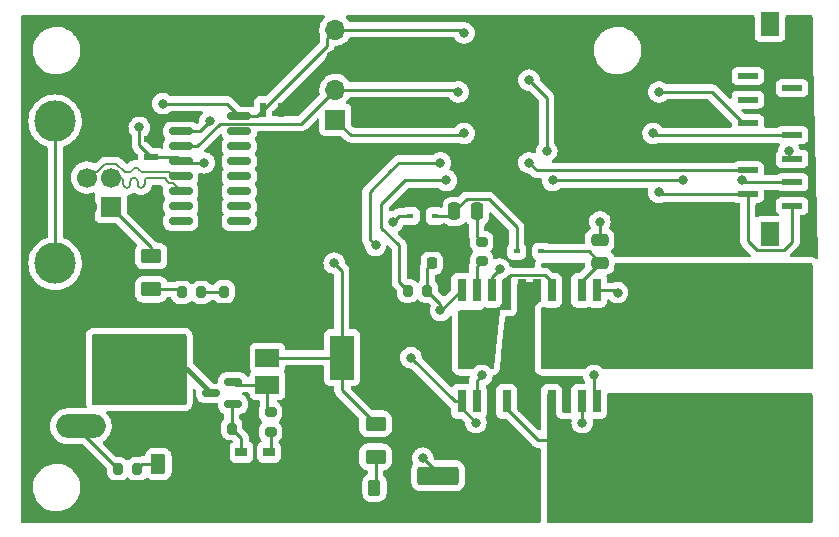
<source format=gtl>
%TF.GenerationSoftware,KiCad,Pcbnew,(6.0.10)*%
%TF.CreationDate,2023-02-17T01:50:23+01:00*%
%TF.ProjectId,base,62617365-2e6b-4696-9361-645f70636258,rev?*%
%TF.SameCoordinates,Original*%
%TF.FileFunction,Copper,L1,Top*%
%TF.FilePolarity,Positive*%
%FSLAX46Y46*%
G04 Gerber Fmt 4.6, Leading zero omitted, Abs format (unit mm)*
G04 Created by KiCad (PCBNEW (6.0.10)) date 2023-02-17 01:50:23*
%MOMM*%
%LPD*%
G01*
G04 APERTURE LIST*
G04 Aperture macros list*
%AMRoundRect*
0 Rectangle with rounded corners*
0 $1 Rounding radius*
0 $2 $3 $4 $5 $6 $7 $8 $9 X,Y pos of 4 corners*
0 Add a 4 corners polygon primitive as box body*
4,1,4,$2,$3,$4,$5,$6,$7,$8,$9,$2,$3,0*
0 Add four circle primitives for the rounded corners*
1,1,$1+$1,$2,$3*
1,1,$1+$1,$4,$5*
1,1,$1+$1,$6,$7*
1,1,$1+$1,$8,$9*
0 Add four rect primitives between the rounded corners*
20,1,$1+$1,$2,$3,$4,$5,0*
20,1,$1+$1,$4,$5,$6,$7,0*
20,1,$1+$1,$6,$7,$8,$9,0*
20,1,$1+$1,$8,$9,$2,$3,0*%
G04 Aperture macros list end*
%TA.AperFunction,SMDPad,CuDef*%
%ADD10RoundRect,0.200000X0.200000X0.275000X-0.200000X0.275000X-0.200000X-0.275000X0.200000X-0.275000X0*%
%TD*%
%TA.AperFunction,SMDPad,CuDef*%
%ADD11RoundRect,0.200000X0.275000X-0.200000X0.275000X0.200000X-0.275000X0.200000X-0.275000X-0.200000X0*%
%TD*%
%TA.AperFunction,SMDPad,CuDef*%
%ADD12R,1.600000X2.000000*%
%TD*%
%TA.AperFunction,SMDPad,CuDef*%
%ADD13R,1.750000X0.500000*%
%TD*%
%TA.AperFunction,SMDPad,CuDef*%
%ADD14R,0.600000X0.450000*%
%TD*%
%TA.AperFunction,SMDPad,CuDef*%
%ADD15R,0.500000X1.250000*%
%TD*%
%TA.AperFunction,SMDPad,CuDef*%
%ADD16RoundRect,0.250000X-1.500000X-0.550000X1.500000X-0.550000X1.500000X0.550000X-1.500000X0.550000X0*%
%TD*%
%TA.AperFunction,ComponentPad*%
%ADD17R,1.700000X1.700000*%
%TD*%
%TA.AperFunction,ComponentPad*%
%ADD18C,1.700000*%
%TD*%
%TA.AperFunction,ComponentPad*%
%ADD19C,3.500000*%
%TD*%
%TA.AperFunction,SMDPad,CuDef*%
%ADD20RoundRect,0.200000X-0.200000X-0.275000X0.200000X-0.275000X0.200000X0.275000X-0.200000X0.275000X0*%
%TD*%
%TA.AperFunction,SMDPad,CuDef*%
%ADD21RoundRect,0.250000X0.625000X-0.375000X0.625000X0.375000X-0.625000X0.375000X-0.625000X-0.375000X0*%
%TD*%
%TA.AperFunction,SMDPad,CuDef*%
%ADD22RoundRect,0.250000X0.375000X0.625000X-0.375000X0.625000X-0.375000X-0.625000X0.375000X-0.625000X0*%
%TD*%
%TA.AperFunction,SMDPad,CuDef*%
%ADD23RoundRect,0.250000X0.475000X-0.250000X0.475000X0.250000X-0.475000X0.250000X-0.475000X-0.250000X0*%
%TD*%
%TA.AperFunction,ComponentPad*%
%ADD24R,6.600000X3.300000*%
%TD*%
%TA.AperFunction,ComponentPad*%
%ADD25O,6.600000X3.300000*%
%TD*%
%TA.AperFunction,SMDPad,CuDef*%
%ADD26RoundRect,0.150000X-0.825000X-0.150000X0.825000X-0.150000X0.825000X0.150000X-0.825000X0.150000X0*%
%TD*%
%TA.AperFunction,SMDPad,CuDef*%
%ADD27R,1.250000X0.500000*%
%TD*%
%TA.AperFunction,SMDPad,CuDef*%
%ADD28RoundRect,0.150000X0.587500X0.150000X-0.587500X0.150000X-0.587500X-0.150000X0.587500X-0.150000X0*%
%TD*%
%TA.AperFunction,SMDPad,CuDef*%
%ADD29R,0.700000X1.925000*%
%TD*%
%TA.AperFunction,SMDPad,CuDef*%
%ADD30RoundRect,0.200000X-0.275000X0.200000X-0.275000X-0.200000X0.275000X-0.200000X0.275000X0.200000X0*%
%TD*%
%TA.AperFunction,SMDPad,CuDef*%
%ADD31R,2.000000X1.500000*%
%TD*%
%TA.AperFunction,SMDPad,CuDef*%
%ADD32R,2.000000X3.800000*%
%TD*%
%TA.AperFunction,ComponentPad*%
%ADD33R,2.000000X4.600000*%
%TD*%
%TA.AperFunction,ComponentPad*%
%ADD34O,2.000000X4.200000*%
%TD*%
%TA.AperFunction,ComponentPad*%
%ADD35O,4.200000X2.000000*%
%TD*%
%TA.AperFunction,SMDPad,CuDef*%
%ADD36RoundRect,0.225000X-0.225000X-0.250000X0.225000X-0.250000X0.225000X0.250000X-0.225000X0.250000X0*%
%TD*%
%TA.AperFunction,ComponentPad*%
%ADD37O,1.700000X1.700000*%
%TD*%
%TA.AperFunction,SMDPad,CuDef*%
%ADD38R,1.000000X0.750000*%
%TD*%
%TA.AperFunction,SMDPad,CuDef*%
%ADD39RoundRect,0.250000X0.250000X0.475000X-0.250000X0.475000X-0.250000X-0.475000X0.250000X-0.475000X0*%
%TD*%
%TA.AperFunction,SMDPad,CuDef*%
%ADD40RoundRect,0.250000X-0.262500X-0.450000X0.262500X-0.450000X0.262500X0.450000X-0.262500X0.450000X0*%
%TD*%
%TA.AperFunction,ViaPad*%
%ADD41C,0.800000*%
%TD*%
%TA.AperFunction,Conductor*%
%ADD42C,0.250000*%
%TD*%
%TA.AperFunction,Conductor*%
%ADD43C,0.400000*%
%TD*%
%TA.AperFunction,Conductor*%
%ADD44C,0.200000*%
%TD*%
G04 APERTURE END LIST*
D10*
%TO.P,R4,1*%
%TO.N,Net-(D2-Pad2)*%
X128825000Y-104000000D03*
%TO.P,R4,2*%
%TO.N,GND*%
X127175000Y-104000000D03*
%TD*%
D11*
%TO.P,R6,1*%
%TO.N,Net-(IC1-Pad19)*%
X150000000Y-89825000D03*
%TO.P,R6,2*%
%TO.N,Net-(C5-Pad1)*%
X150000000Y-88175000D03*
%TD*%
D12*
%TO.P,J4,0*%
%TO.N,N/C*%
X174400000Y-87550000D03*
X174400000Y-69750000D03*
D13*
%TO.P,J4,1,Pin_1*%
%TO.N,GND*%
X172525000Y-72150000D03*
%TO.P,J4,2,Pin_2*%
X176275000Y-73150000D03*
%TO.P,J4,3,Pin_3*%
%TO.N,unconnected-(J4-Pad3)*%
X172525000Y-74150000D03*
%TO.P,J4,4,Pin_4*%
%TO.N,unconnected-(J4-Pad4)*%
X176275000Y-75150000D03*
%TO.P,J4,5,Pin_5*%
%TO.N,unconnected-(J4-Pad5)*%
X172525000Y-76150000D03*
%TO.P,J4,6,Pin_6*%
%TO.N,GND*%
X176275000Y-77150000D03*
%TO.P,J4,7,Pin_7*%
%TO.N,UART_TX*%
X172525000Y-78150000D03*
%TO.P,J4,8,Pin_8*%
%TO.N,UART_RX*%
X176275000Y-79150000D03*
%TO.P,J4,9,Pin_9*%
%TO.N,GND*%
X172525000Y-80150000D03*
%TO.P,J4,10,Pin_10*%
%TO.N,Motor_B*%
X176275000Y-81150000D03*
%TO.P,J4,11,Pin_11*%
%TO.N,Motor_A*%
X172525000Y-82150000D03*
%TO.P,J4,12,Pin_12*%
%TO.N,Motor_EN*%
X176275000Y-83150000D03*
%TO.P,J4,13,Pin_13*%
%TO.N,+VDC*%
X172525000Y-84150000D03*
%TO.P,J4,14,Pin_14*%
X176275000Y-85150000D03*
%TD*%
D14*
%TO.P,D4,1,K*%
%TO.N,Net-(C5-Pad2)*%
X146050000Y-86000000D03*
%TO.P,D4,2,A*%
%TO.N,V_Barrel*%
X143950000Y-86000000D03*
%TD*%
D15*
%TO.P,C3,1*%
%TO.N,GND*%
X133000000Y-77000000D03*
%TO.P,C3,2*%
%TO.N,+VDC*%
X131500000Y-77000000D03*
%TD*%
D16*
%TO.P,C1,1*%
%TO.N,V_Barrel*%
X146300000Y-108000000D03*
%TO.P,C1,2*%
%TO.N,GND*%
X151700000Y-108000000D03*
%TD*%
D17*
%TO.P,J2,1,VBUS*%
%TO.N,Net-(D1-Pad2)*%
X118577500Y-85250000D03*
D18*
%TO.P,J2,2,D-*%
%TO.N,/D-*%
X118577500Y-82750000D03*
%TO.P,J2,3,D+*%
%TO.N,/D+*%
X116577500Y-82750000D03*
%TO.P,J2,4,GND*%
%TO.N,GND*%
X116577500Y-85250000D03*
D19*
%TO.P,J2,5,Shield*%
%TO.N,unconnected-(J2-Pad5)*%
X113867500Y-77980000D03*
X113867500Y-90020000D03*
%TD*%
D20*
%TO.P,R8,1*%
%TO.N,/Power_led*%
X119175000Y-107412500D03*
%TO.P,R8,2*%
%TO.N,Net-(D6-Pad2)*%
X120825000Y-107412500D03*
%TD*%
D21*
%TO.P,D1,1,K*%
%TO.N,Net-(D1-Pad1)*%
X122000000Y-92200000D03*
%TO.P,D1,2,A*%
%TO.N,Net-(D1-Pad2)*%
X122000000Y-89400000D03*
%TD*%
D14*
%TO.P,D5,1,K*%
%TO.N,Net-(C6-Pad1)*%
X155050000Y-89000000D03*
%TO.P,D5,2,A*%
%TO.N,Net-(C5-Pad2)*%
X152950000Y-89000000D03*
%TD*%
D22*
%TO.P,D6,1,K*%
%TO.N,GND*%
X125400000Y-107000000D03*
%TO.P,D6,2,A*%
%TO.N,Net-(D6-Pad2)*%
X122600000Y-107000000D03*
%TD*%
D23*
%TO.P,C6,1*%
%TO.N,Net-(C6-Pad1)*%
X160000000Y-89950000D03*
%TO.P,C6,2*%
%TO.N,V_Barrel*%
X160000000Y-88050000D03*
%TD*%
D24*
%TO.P,J3,1,Pin_1*%
%TO.N,Motor_Pin_1*%
X171000000Y-106200000D03*
D25*
%TO.P,J3,2,Pin_2*%
%TO.N,Motor_Pin_2*%
X171000000Y-96200000D03*
%TD*%
D10*
%TO.P,R1,1*%
%TO.N,GND*%
X129825000Y-92412500D03*
%TO.P,R1,2*%
%TO.N,Net-(R1-Pad2)*%
X128175000Y-92412500D03*
%TD*%
D26*
%TO.P,U1,1,GND*%
%TO.N,GND*%
X124525000Y-77555000D03*
%TO.P,U1,2,TXD*%
%TO.N,UART_RX*%
X124525000Y-78825000D03*
%TO.P,U1,3,RXD*%
%TO.N,UART_TX*%
X124525000Y-80095000D03*
%TO.P,U1,4,V3*%
%TO.N,+VDC*%
X124525000Y-81365000D03*
%TO.P,U1,5,UD+*%
%TO.N,/D+*%
X124525000Y-82635000D03*
%TO.P,U1,6,UD-*%
%TO.N,/D-*%
X124525000Y-83905000D03*
%TO.P,U1,7,NC*%
%TO.N,unconnected-(U1-Pad7)*%
X124525000Y-85175000D03*
%TO.P,U1,8,NC*%
%TO.N,unconnected-(U1-Pad8)*%
X124525000Y-86445000D03*
%TO.P,U1,9,~{CTS}*%
%TO.N,unconnected-(U1-Pad9)*%
X129475000Y-86445000D03*
%TO.P,U1,10,~{DSR}*%
%TO.N,unconnected-(U1-Pad10)*%
X129475000Y-85175000D03*
%TO.P,U1,11,~{RI}*%
%TO.N,unconnected-(U1-Pad11)*%
X129475000Y-83905000D03*
%TO.P,U1,12,~{DCD}*%
%TO.N,unconnected-(U1-Pad12)*%
X129475000Y-82635000D03*
%TO.P,U1,13,~{DTR}*%
%TO.N,unconnected-(U1-Pad13)*%
X129475000Y-81365000D03*
%TO.P,U1,14,~{RTS}*%
%TO.N,unconnected-(U1-Pad14)*%
X129475000Y-80095000D03*
%TO.P,U1,15,R232*%
%TO.N,unconnected-(U1-Pad15)*%
X129475000Y-78825000D03*
%TO.P,U1,16,VCC*%
%TO.N,+VDC*%
X129475000Y-77555000D03*
%TD*%
D10*
%TO.P,R2,1*%
%TO.N,Net-(R1-Pad2)*%
X126262258Y-92477500D03*
%TO.P,R2,2*%
%TO.N,Net-(D1-Pad1)*%
X124612258Y-92477500D03*
%TD*%
D27*
%TO.P,C4,1*%
%TO.N,+VDC*%
X122000000Y-81000000D03*
%TO.P,C4,2*%
%TO.N,GND*%
X122000000Y-79500000D03*
%TD*%
D28*
%TO.P,Q1,1,G*%
%TO.N,Net-(D2-Pad2)*%
X128937500Y-101950000D03*
%TO.P,Q1,2,S*%
%TO.N,Net-(Q1-Pad2)*%
X128937500Y-100050000D03*
%TO.P,Q1,3,D*%
%TO.N,V_Barrel*%
X127062500Y-101000000D03*
%TD*%
D29*
%TO.P,IC1,1,IN1A*%
%TO.N,Motor_A*%
X148285000Y-101712000D03*
%TO.P,IC1,2,IN2A*%
%TO.N,Motor_B*%
X149555000Y-101712000D03*
%TO.P,IC1,3,SENSEA*%
%TO.N,GND*%
X150825000Y-101712000D03*
%TO.P,IC1,4,OUT1A*%
%TO.N,Motor_Pin_1*%
X152095000Y-101712000D03*
%TO.P,IC1,5,GND_1*%
%TO.N,GND*%
X153365000Y-101712000D03*
%TO.P,IC1,6,GND_2*%
X154635000Y-101712000D03*
%TO.P,IC1,7,OUT1B*%
%TO.N,Motor_Pin_1*%
X155905000Y-101712000D03*
%TO.P,IC1,8,SENSEB*%
%TO.N,GND*%
X157175000Y-101712000D03*
%TO.P,IC1,9,IN1B*%
%TO.N,Motor_A*%
X158445000Y-101712000D03*
%TO.P,IC1,10,IN2B*%
%TO.N,Motor_B*%
X159715000Y-101712000D03*
%TO.P,IC1,11,ENB*%
%TO.N,/EN_Pin*%
X159715000Y-92288000D03*
%TO.P,IC1,12,VBOOT*%
%TO.N,Net-(C6-Pad1)*%
X158445000Y-92288000D03*
%TO.P,IC1,13,OUT2B*%
%TO.N,Motor_Pin_2*%
X157175000Y-92288000D03*
%TO.P,IC1,14,VSB*%
%TO.N,V_Barrel*%
X155905000Y-92288000D03*
%TO.P,IC1,15,GND_3*%
%TO.N,GND*%
X154635000Y-92288000D03*
%TO.P,IC1,16,GND_4*%
X153365000Y-92288000D03*
%TO.P,IC1,17,VSA*%
%TO.N,V_Barrel*%
X152095000Y-92288000D03*
%TO.P,IC1,18,OUT2A*%
%TO.N,Motor_Pin_2*%
X150825000Y-92288000D03*
%TO.P,IC1,19,VCP*%
%TO.N,Net-(IC1-Pad19)*%
X149555000Y-92288000D03*
%TO.P,IC1,20,ENA*%
%TO.N,/EN_Pin*%
X148285000Y-92288000D03*
%TD*%
D30*
%TO.P,R3,1*%
%TO.N,Net-(Q1-Pad2)*%
X132110000Y-102619516D03*
%TO.P,R3,2*%
%TO.N,Net-(D2-Pad1)*%
X132110000Y-104269516D03*
%TD*%
D31*
%TO.P,U2,1,GND*%
%TO.N,GND*%
X131850000Y-95700000D03*
%TO.P,U2,2,VO*%
%TO.N,+VDC*%
X131850000Y-98000000D03*
D32*
X138150000Y-98000000D03*
D31*
%TO.P,U2,3,VI*%
%TO.N,Net-(Q1-Pad2)*%
X131850000Y-100300000D03*
%TD*%
D33*
%TO.P,J1,1*%
%TO.N,V_Barrel*%
X118950000Y-99000000D03*
D34*
%TO.P,J1,2*%
%TO.N,GND*%
X112650000Y-99000000D03*
D35*
%TO.P,J1,3*%
%TO.N,/Power_led*%
X116050000Y-103800000D03*
%TD*%
D36*
%TO.P,C7,1*%
%TO.N,GND*%
X144225000Y-90000000D03*
%TO.P,C7,2*%
%TO.N,/EN_Pin*%
X145775000Y-90000000D03*
%TD*%
D21*
%TO.P,D3,1,K*%
%TO.N,Net-(D3-Pad1)*%
X141000000Y-106400000D03*
%TO.P,D3,2,A*%
%TO.N,+VDC*%
X141000000Y-103600000D03*
%TD*%
D17*
%TO.P,J5,1,Pin_1*%
%TO.N,UART_RX*%
X137600000Y-77850000D03*
D37*
%TO.P,J5,2,Pin_2*%
%TO.N,UART_TX*%
X137600000Y-75310000D03*
%TO.P,J5,3,Pin_3*%
%TO.N,GND*%
X137600000Y-72770000D03*
%TO.P,J5,4,Pin_4*%
%TO.N,+VDC*%
X137600000Y-70230000D03*
%TD*%
D38*
%TO.P,D2,1,K*%
%TO.N,Net-(D2-Pad1)*%
X132000000Y-106000000D03*
%TO.P,D2,2,A*%
%TO.N,Net-(D2-Pad2)*%
X129650000Y-106000000D03*
%TD*%
D39*
%TO.P,C5,1*%
%TO.N,Net-(C5-Pad1)*%
X149586252Y-85620000D03*
%TO.P,C5,2*%
%TO.N,Net-(C5-Pad2)*%
X147686252Y-85620000D03*
%TD*%
D10*
%TO.P,R7,1*%
%TO.N,/EN_Pin*%
X145387742Y-92347500D03*
%TO.P,R7,2*%
%TO.N,Motor_EN*%
X143737742Y-92347500D03*
%TD*%
D40*
%TO.P,R5,1*%
%TO.N,GND*%
X139087500Y-109000000D03*
%TO.P,R5,2*%
%TO.N,Net-(D3-Pad1)*%
X140912500Y-109000000D03*
%TD*%
D41*
%TO.N,V_Barrel*%
X150500000Y-97000000D03*
X123000000Y-100000000D03*
X160000000Y-86500000D03*
X124000000Y-97000000D03*
X123000000Y-101000000D03*
X122000000Y-97000000D03*
X149500000Y-95000000D03*
X148500000Y-96000000D03*
X121000000Y-98000000D03*
X124000000Y-98000000D03*
X150000000Y-98000000D03*
X149500000Y-97000000D03*
X122000000Y-101000000D03*
X124000000Y-101000000D03*
X148500000Y-95000000D03*
X121000000Y-101000000D03*
X123000000Y-98000000D03*
X149000000Y-98000000D03*
X121000000Y-99000000D03*
X142500000Y-86500000D03*
X150500000Y-95000000D03*
X122000000Y-98000000D03*
X148500000Y-97000000D03*
X150500000Y-96000000D03*
X149500000Y-96000000D03*
X121000000Y-100000000D03*
X122000000Y-100000000D03*
X121000000Y-97000000D03*
X123000000Y-99000000D03*
X124000000Y-100000000D03*
X124000000Y-99000000D03*
X145000000Y-106500000D03*
X122000000Y-99000000D03*
X123000000Y-97000000D03*
%TO.N,+VDC*%
X154000000Y-74500000D03*
X126500000Y-81500000D03*
X148500000Y-70500000D03*
X137500000Y-90000000D03*
X165000000Y-84000000D03*
X123000000Y-76500000D03*
X155500000Y-80500000D03*
X121000000Y-78500000D03*
%TO.N,/EN_Pin*%
X161500000Y-92500000D03*
X146500000Y-94000000D03*
%TO.N,Motor_A*%
X146500000Y-81500000D03*
X141000000Y-88500000D03*
X158500000Y-103500000D03*
X144000000Y-98000000D03*
X154000000Y-81500000D03*
X149500000Y-103500000D03*
%TO.N,Motor_B*%
X150000000Y-99500000D03*
X176000000Y-80500000D03*
X159500000Y-99500000D03*
%TO.N,Motor_Pin_2*%
X151500000Y-90500000D03*
X157000000Y-90500000D03*
%TO.N,UART_TX*%
X165000000Y-75500000D03*
X148000000Y-75500000D03*
%TO.N,UART_RX*%
X148500000Y-79000000D03*
X164500000Y-79000000D03*
X126987701Y-77987701D03*
%TO.N,Motor_EN*%
X167000000Y-83000000D03*
X147000000Y-83000000D03*
X172000000Y-83000000D03*
X156000000Y-83000000D03*
%TD*%
D42*
%TO.N,V_Barrel*%
X155310000Y-91000500D02*
X152499500Y-91000500D01*
X146300000Y-107800000D02*
X145000000Y-106500000D01*
X155905000Y-91595500D02*
X155310000Y-91000500D01*
X160000000Y-88050000D02*
X160000000Y-86500000D01*
X143950000Y-86000000D02*
X143000000Y-86000000D01*
X155905000Y-92288000D02*
X155905000Y-91595500D01*
X146300000Y-108000000D02*
X146300000Y-107800000D01*
X143000000Y-86000000D02*
X142500000Y-86500000D01*
D43*
X125062500Y-99000000D02*
X127062500Y-101000000D01*
D42*
X152499500Y-91000500D02*
X152095000Y-91405000D01*
X152095000Y-91405000D02*
X152095000Y-92288000D01*
%TO.N,+VDC*%
X128420000Y-76500000D02*
X129475000Y-77555000D01*
X148230000Y-70230000D02*
X148500000Y-70500000D01*
X122000000Y-81000000D02*
X124160000Y-81000000D01*
X126500000Y-81500000D02*
X124660000Y-81500000D01*
X176275000Y-88225000D02*
X176275000Y-85150000D01*
X155500000Y-76000000D02*
X155500000Y-80500000D01*
X165150000Y-84150000D02*
X165000000Y-84000000D01*
X145230000Y-70230000D02*
X148230000Y-70230000D01*
X123933249Y-76500000D02*
X128420000Y-76500000D01*
X124660000Y-81500000D02*
X124525000Y-81365000D01*
X131850000Y-98000000D02*
X138150000Y-98000000D01*
X129475000Y-77555000D02*
X130945000Y-77555000D01*
X145230000Y-70230000D02*
X137600000Y-70230000D01*
X138150000Y-100750000D02*
X141000000Y-103600000D01*
X138150000Y-98000000D02*
X138150000Y-90650000D01*
X172525000Y-84150000D02*
X165150000Y-84150000D01*
X175625000Y-88875000D02*
X176275000Y-88225000D01*
X138150000Y-98000000D02*
X138150000Y-100750000D01*
X154000000Y-74500000D02*
X155500000Y-76000000D01*
X121000000Y-80000000D02*
X121000000Y-78500000D01*
X123000000Y-76500000D02*
X123933249Y-76500000D01*
X130945000Y-77555000D02*
X131500000Y-77000000D01*
X172525000Y-88125000D02*
X173275000Y-88875000D01*
X131500000Y-77000000D02*
X136905000Y-71595000D01*
X136905000Y-70925000D02*
X137600000Y-70230000D01*
X136905000Y-71595000D02*
X136905000Y-70925000D01*
X124160000Y-81000000D02*
X124525000Y-81365000D01*
X138150000Y-90650000D02*
X137500000Y-90000000D01*
X122000000Y-81000000D02*
X121000000Y-80000000D01*
X172525000Y-84150000D02*
X172525000Y-88125000D01*
X173275000Y-88875000D02*
X175625000Y-88875000D01*
%TO.N,Net-(C5-Pad1)*%
X149586252Y-87761252D02*
X150000000Y-88175000D01*
X149586252Y-85620000D02*
X149586252Y-87761252D01*
%TO.N,Net-(C5-Pad2)*%
X146050000Y-86000000D02*
X147306252Y-86000000D01*
X147686252Y-85620000D02*
X148736252Y-84570000D01*
X152950000Y-86950000D02*
X152950000Y-89000000D01*
X147306252Y-86000000D02*
X147686252Y-85620000D01*
X148736252Y-84570000D02*
X150570000Y-84570000D01*
X150570000Y-84570000D02*
X152950000Y-86950000D01*
%TO.N,Net-(C6-Pad1)*%
X155050000Y-89000000D02*
X159050000Y-89000000D01*
X158445000Y-91505000D02*
X158445000Y-92288000D01*
X159050000Y-89000000D02*
X160000000Y-89950000D01*
X160000000Y-89950000D02*
X158445000Y-91505000D01*
%TO.N,/EN_Pin*%
X145387742Y-90387258D02*
X145775000Y-90000000D01*
X146500000Y-93459758D02*
X145387742Y-92347500D01*
X161288000Y-92288000D02*
X161500000Y-92500000D01*
X146500000Y-94000000D02*
X146573000Y-94000000D01*
X146500000Y-94000000D02*
X146500000Y-93459758D01*
X145387742Y-92347500D02*
X145387742Y-90387258D01*
X159715000Y-92288000D02*
X161288000Y-92288000D01*
X146573000Y-94000000D02*
X148285000Y-92288000D01*
%TO.N,Net-(D1-Pad1)*%
X122000000Y-92200000D02*
X124334758Y-92200000D01*
X124334758Y-92200000D02*
X124612258Y-92477500D01*
%TO.N,Net-(D1-Pad2)*%
X122000000Y-88672500D02*
X122000000Y-89400000D01*
X118577500Y-85250000D02*
X122000000Y-88672500D01*
%TO.N,Net-(D2-Pad1)*%
X132110000Y-104269516D02*
X132110000Y-105890000D01*
X132110000Y-105890000D02*
X132000000Y-106000000D01*
%TO.N,Net-(D2-Pad2)*%
X129650000Y-106000000D02*
X129650000Y-104825000D01*
X129650000Y-104825000D02*
X128825000Y-104000000D01*
X128825000Y-104000000D02*
X128825000Y-102062500D01*
X128825000Y-102062500D02*
X128937500Y-101950000D01*
%TO.N,Net-(D3-Pad1)*%
X141000000Y-106400000D02*
X141000000Y-108912500D01*
X141000000Y-108912500D02*
X140912500Y-109000000D01*
%TO.N,Net-(D6-Pad2)*%
X122600000Y-107000000D02*
X121237500Y-107000000D01*
X121237500Y-107000000D02*
X120825000Y-107412500D01*
%TO.N,Motor_A*%
X148285000Y-102285000D02*
X149500000Y-103500000D01*
X141000000Y-88500000D02*
X140500000Y-88000000D01*
X143000000Y-81500000D02*
X146500000Y-81500000D01*
X142350000Y-82150000D02*
X143000000Y-81500000D01*
X148285000Y-101712000D02*
X148285000Y-102285000D01*
X154000000Y-81500000D02*
X154650000Y-82150000D01*
X154650000Y-82150000D02*
X172525000Y-82150000D01*
X140500000Y-84000000D02*
X142350000Y-82150000D01*
X158500000Y-103500000D02*
X158500000Y-101767000D01*
X140500000Y-88000000D02*
X140500000Y-84000000D01*
X158500000Y-101767000D02*
X158445000Y-101712000D01*
X148285000Y-101712000D02*
X147712000Y-101712000D01*
X147712000Y-101712000D02*
X144000000Y-98000000D01*
%TO.N,Motor_B*%
X176000000Y-80500000D02*
X176000000Y-80875000D01*
X149555000Y-101712000D02*
X149555000Y-99945000D01*
X176000000Y-80875000D02*
X176275000Y-81150000D01*
X159500000Y-101497000D02*
X159715000Y-101712000D01*
X159500000Y-99500000D02*
X159500000Y-101497000D01*
X149555000Y-99945000D02*
X150000000Y-99500000D01*
%TO.N,Motor_Pin_1*%
X152095000Y-102324500D02*
X154770500Y-105000000D01*
X152095000Y-101712000D02*
X152095000Y-102324500D01*
X154770500Y-105000000D02*
X156500000Y-105000000D01*
%TO.N,Motor_Pin_2*%
X150825000Y-91175000D02*
X150825000Y-92288000D01*
X151500000Y-90500000D02*
X150825000Y-91175000D01*
%TO.N,Net-(IC1-Pad19)*%
X149555000Y-92288000D02*
X149555000Y-90270000D01*
X149555000Y-90270000D02*
X150000000Y-89825000D01*
%TO.N,/Power_led*%
X116050000Y-104287500D02*
X119175000Y-107412500D01*
X116050000Y-103800000D02*
X116050000Y-104287500D01*
%TO.N,unconnected-(J2-Pad5)*%
X113867500Y-90020000D02*
X113867500Y-77980000D01*
%TO.N,UART_TX*%
X165000000Y-75500000D02*
X169495000Y-75500000D01*
X169495000Y-75500000D02*
X172145000Y-78150000D01*
X125905000Y-80095000D02*
X127820000Y-78180000D01*
X172145000Y-78150000D02*
X172525000Y-78150000D01*
X147810000Y-75310000D02*
X148000000Y-75500000D01*
X137600000Y-75310000D02*
X147810000Y-75310000D01*
X124525000Y-80095000D02*
X125905000Y-80095000D01*
X127820000Y-78180000D02*
X134730000Y-78180000D01*
X134730000Y-78180000D02*
X137600000Y-75310000D01*
%TO.N,UART_RX*%
X164500000Y-79000000D02*
X164650000Y-79150000D01*
X124525000Y-78825000D02*
X126150402Y-78825000D01*
X126150402Y-78825000D02*
X126987701Y-77987701D01*
X137600000Y-77850000D02*
X138900000Y-79150000D01*
X138900000Y-79150000D02*
X148350000Y-79150000D01*
X148350000Y-79150000D02*
X148500000Y-79000000D01*
X164650000Y-79150000D02*
X176275000Y-79150000D01*
%TO.N,Motor_EN*%
X156000000Y-83000000D02*
X167000000Y-83000000D01*
X143350000Y-83150000D02*
X143500000Y-83000000D01*
X172000000Y-83000000D02*
X172150000Y-83150000D01*
X143000000Y-88500000D02*
X143000000Y-91609758D01*
X141500000Y-87000000D02*
X143000000Y-88500000D01*
X141500000Y-85000000D02*
X141500000Y-87000000D01*
X172150000Y-83150000D02*
X176275000Y-83150000D01*
X143500000Y-83000000D02*
X147000000Y-83000000D01*
X143350000Y-83150000D02*
X141500000Y-85000000D01*
X143000000Y-91609758D02*
X143737742Y-92347500D01*
%TO.N,Net-(Q1-Pad2)*%
X131850000Y-100300000D02*
X131850000Y-102359516D01*
X128937500Y-100050000D02*
X129187500Y-100300000D01*
X131850000Y-102359516D02*
X132110000Y-102619516D01*
X129187500Y-100300000D02*
X131850000Y-100300000D01*
%TO.N,Net-(R1-Pad2)*%
X126262258Y-92477500D02*
X128110000Y-92477500D01*
X128110000Y-92477500D02*
X128175000Y-92412500D01*
D44*
%TO.N,/D+*%
X117027500Y-82300000D02*
X116577500Y-82750000D01*
X123556397Y-82300000D02*
X121200000Y-82300000D01*
X123891397Y-82635000D02*
X123556397Y-82300000D01*
X119753846Y-82300000D02*
X119053846Y-81600000D01*
X118101154Y-81600000D02*
X117401154Y-82300000D01*
X120203962Y-82300000D02*
X120000000Y-82300000D01*
X120401981Y-82101980D02*
X120401981Y-82101981D01*
X120803962Y-81903961D02*
X120600000Y-81903961D01*
X121001981Y-82101981D02*
X121001981Y-82101980D01*
X119053846Y-81600000D02*
X118101154Y-81600000D01*
X124525000Y-82635000D02*
X123891397Y-82635000D01*
X117401154Y-82300000D02*
X117027500Y-82300000D01*
X120000000Y-82300000D02*
X119753846Y-82300000D01*
X120401961Y-82101980D02*
G75*
G02*
X120600000Y-81903961I198039J-20D01*
G01*
X120203962Y-82299981D02*
G75*
G03*
X120401981Y-82101981I38J197981D01*
G01*
X120803962Y-81904019D02*
G75*
G02*
X121001981Y-82101980I38J-197981D01*
G01*
X121002000Y-82101981D02*
G75*
G03*
X121200000Y-82300000I198000J-19D01*
G01*
%TO.N,/D-*%
X120850000Y-83318623D02*
X120850000Y-83050000D01*
X120250000Y-83050000D02*
X120250000Y-83318623D01*
X121450000Y-83050000D02*
X121450000Y-83318623D01*
X123250000Y-82750000D02*
X121750000Y-82750000D01*
X119300000Y-82750000D02*
X118577500Y-82750000D01*
X123855000Y-83235000D02*
X123513604Y-83235000D01*
X119350000Y-82750000D02*
X119300000Y-82750000D01*
X119650000Y-83318623D02*
X119650000Y-83050000D01*
X124525000Y-83905000D02*
X123855000Y-83235000D01*
X123250000Y-82971396D02*
X123250000Y-82750000D01*
X123513604Y-83235000D02*
X123250000Y-82971396D01*
X121450000Y-83050000D02*
G75*
G02*
X121750000Y-82750000I300000J0D01*
G01*
X120250000Y-83050000D02*
G75*
G02*
X120550000Y-82750000I300000J0D01*
G01*
X120849977Y-83318623D02*
G75*
G03*
X121150000Y-83618623I300023J23D01*
G01*
X119950000Y-83618600D02*
G75*
G03*
X120250000Y-83318623I0J300000D01*
G01*
X119350000Y-82750000D02*
G75*
G02*
X119650000Y-83050000I0J-300000D01*
G01*
X121150000Y-83618600D02*
G75*
G03*
X121450000Y-83318623I0J300000D01*
G01*
X120550000Y-82750000D02*
G75*
G02*
X120850000Y-83050000I0J-300000D01*
G01*
X119649977Y-83318623D02*
G75*
G03*
X119950000Y-83618623I300023J23D01*
G01*
%TD*%
%TA.AperFunction,Conductor*%
%TO.N,GND*%
G36*
X136669683Y-69020002D02*
G01*
X136716176Y-69073658D01*
X136726280Y-69143932D01*
X136692656Y-69213051D01*
X136544200Y-69368401D01*
X136540629Y-69372138D01*
X136414743Y-69556680D01*
X136320688Y-69759305D01*
X136260989Y-69974570D01*
X136237251Y-70196695D01*
X136237548Y-70201848D01*
X136237548Y-70201851D01*
X136247174Y-70368789D01*
X136250110Y-70419715D01*
X136251247Y-70424761D01*
X136251248Y-70424767D01*
X136298085Y-70632596D01*
X136299222Y-70637639D01*
X136301166Y-70642427D01*
X136302208Y-70645751D01*
X136303492Y-70716736D01*
X136297614Y-70733464D01*
X136291819Y-70746855D01*
X136290580Y-70754678D01*
X136290577Y-70754688D01*
X136284901Y-70790524D01*
X136282495Y-70802144D01*
X136271500Y-70844970D01*
X136271500Y-70865224D01*
X136269949Y-70884934D01*
X136266780Y-70904943D01*
X136267526Y-70912835D01*
X136270941Y-70948961D01*
X136271500Y-70960819D01*
X136271500Y-71280405D01*
X136251498Y-71348526D01*
X136234595Y-71369500D01*
X131774500Y-75829595D01*
X131712188Y-75863621D01*
X131685405Y-75866500D01*
X131201866Y-75866500D01*
X131139684Y-75873255D01*
X131003295Y-75924385D01*
X130886739Y-76011739D01*
X130799385Y-76128295D01*
X130748255Y-76264684D01*
X130741500Y-76326866D01*
X130741500Y-76682105D01*
X130721498Y-76750226D01*
X130667842Y-76796719D01*
X130597568Y-76806823D01*
X130568012Y-76798464D01*
X130563601Y-76795855D01*
X130555990Y-76793644D01*
X130555988Y-76793643D01*
X130469932Y-76768642D01*
X130403831Y-76749438D01*
X130397426Y-76748934D01*
X130397421Y-76748933D01*
X130368958Y-76746693D01*
X130368950Y-76746693D01*
X130366502Y-76746500D01*
X129614595Y-76746500D01*
X129546474Y-76726498D01*
X129525500Y-76709595D01*
X128923652Y-76107747D01*
X128916112Y-76099461D01*
X128912000Y-76092982D01*
X128862348Y-76046356D01*
X128859507Y-76043602D01*
X128839770Y-76023865D01*
X128836573Y-76021385D01*
X128827551Y-76013680D01*
X128801100Y-75988841D01*
X128795321Y-75983414D01*
X128788375Y-75979595D01*
X128788372Y-75979593D01*
X128777566Y-75973652D01*
X128761047Y-75962801D01*
X128755048Y-75958148D01*
X128745041Y-75950386D01*
X128737772Y-75947241D01*
X128737768Y-75947238D01*
X128704463Y-75932826D01*
X128693813Y-75927609D01*
X128655060Y-75906305D01*
X128635437Y-75901267D01*
X128616734Y-75894863D01*
X128605420Y-75889967D01*
X128605419Y-75889967D01*
X128598145Y-75886819D01*
X128590322Y-75885580D01*
X128590312Y-75885577D01*
X128554476Y-75879901D01*
X128542856Y-75877495D01*
X128507711Y-75868472D01*
X128507710Y-75868472D01*
X128500030Y-75866500D01*
X128479776Y-75866500D01*
X128460065Y-75864949D01*
X128451681Y-75863621D01*
X128440057Y-75861780D01*
X128403127Y-75865271D01*
X128396039Y-75865941D01*
X128384181Y-75866500D01*
X123708200Y-75866500D01*
X123640079Y-75846498D01*
X123620853Y-75830157D01*
X123620580Y-75830460D01*
X123615668Y-75826037D01*
X123611253Y-75821134D01*
X123521716Y-75756081D01*
X123462094Y-75712763D01*
X123462093Y-75712762D01*
X123456752Y-75708882D01*
X123450724Y-75706198D01*
X123450722Y-75706197D01*
X123288319Y-75633891D01*
X123288318Y-75633891D01*
X123282288Y-75631206D01*
X123176110Y-75608637D01*
X123101944Y-75592872D01*
X123101939Y-75592872D01*
X123095487Y-75591500D01*
X122904513Y-75591500D01*
X122898061Y-75592872D01*
X122898056Y-75592872D01*
X122823890Y-75608637D01*
X122717712Y-75631206D01*
X122711682Y-75633891D01*
X122711681Y-75633891D01*
X122549278Y-75706197D01*
X122549276Y-75706198D01*
X122543248Y-75708882D01*
X122537907Y-75712762D01*
X122537906Y-75712763D01*
X122532551Y-75716654D01*
X122388747Y-75821134D01*
X122384326Y-75826044D01*
X122384325Y-75826045D01*
X122267111Y-75956225D01*
X122260960Y-75963056D01*
X122165473Y-76128444D01*
X122106458Y-76310072D01*
X122105768Y-76316633D01*
X122105768Y-76316635D01*
X122097452Y-76395756D01*
X122086496Y-76500000D01*
X122087186Y-76506565D01*
X122097234Y-76602162D01*
X122106458Y-76689928D01*
X122165473Y-76871556D01*
X122260960Y-77036944D01*
X122265378Y-77041851D01*
X122265379Y-77041852D01*
X122365909Y-77153502D01*
X122388747Y-77178866D01*
X122543248Y-77291118D01*
X122549276Y-77293802D01*
X122549278Y-77293803D01*
X122685820Y-77354595D01*
X122717712Y-77368794D01*
X122811113Y-77388647D01*
X122898056Y-77407128D01*
X122898061Y-77407128D01*
X122904513Y-77408500D01*
X123095487Y-77408500D01*
X123101939Y-77407128D01*
X123101944Y-77407128D01*
X123188887Y-77388647D01*
X123282288Y-77368794D01*
X123314180Y-77354595D01*
X123450722Y-77293803D01*
X123450724Y-77293802D01*
X123456752Y-77291118D01*
X123611253Y-77178866D01*
X123615668Y-77173963D01*
X123620580Y-77169540D01*
X123621705Y-77170789D01*
X123675014Y-77137949D01*
X123708200Y-77133500D01*
X126251320Y-77133500D01*
X126319441Y-77153502D01*
X126365934Y-77207158D01*
X126376038Y-77277432D01*
X126344956Y-77343810D01*
X126275904Y-77420500D01*
X126248661Y-77450757D01*
X126153174Y-77616145D01*
X126094159Y-77797773D01*
X126093469Y-77804334D01*
X126093469Y-77804336D01*
X126076794Y-77962993D01*
X126049781Y-78028650D01*
X126040579Y-78038919D01*
X125931591Y-78147906D01*
X125869279Y-78181931D01*
X125798463Y-78176865D01*
X125765269Y-78158369D01*
X125762415Y-78156155D01*
X125756807Y-78150547D01*
X125749983Y-78146511D01*
X125749980Y-78146509D01*
X125620427Y-78069892D01*
X125620428Y-78069892D01*
X125613601Y-78065855D01*
X125605990Y-78063644D01*
X125605988Y-78063643D01*
X125553769Y-78048472D01*
X125453831Y-78019438D01*
X125447426Y-78018934D01*
X125447421Y-78018933D01*
X125418958Y-78016693D01*
X125418950Y-78016693D01*
X125416502Y-78016500D01*
X123633498Y-78016500D01*
X123631050Y-78016693D01*
X123631042Y-78016693D01*
X123602579Y-78018933D01*
X123602574Y-78018934D01*
X123596169Y-78019438D01*
X123496231Y-78048472D01*
X123444012Y-78063643D01*
X123444010Y-78063644D01*
X123436399Y-78065855D01*
X123429572Y-78069892D01*
X123429573Y-78069892D01*
X123300020Y-78146509D01*
X123300017Y-78146511D01*
X123293193Y-78150547D01*
X123175547Y-78268193D01*
X123171511Y-78275017D01*
X123171509Y-78275020D01*
X123141333Y-78326045D01*
X123090855Y-78411399D01*
X123088644Y-78419010D01*
X123088643Y-78419012D01*
X123079819Y-78449385D01*
X123044438Y-78571169D01*
X123041500Y-78608498D01*
X123041500Y-79041502D01*
X123041693Y-79043950D01*
X123041693Y-79043958D01*
X123043213Y-79063261D01*
X123044438Y-79078831D01*
X123060583Y-79134403D01*
X123079342Y-79198971D01*
X123090855Y-79238601D01*
X123175547Y-79381807D01*
X123178229Y-79384489D01*
X123203502Y-79448861D01*
X123189600Y-79518484D01*
X123179428Y-79534312D01*
X123175547Y-79538193D01*
X123090855Y-79681399D01*
X123088644Y-79689010D01*
X123088643Y-79689012D01*
X123079777Y-79719531D01*
X123044438Y-79841169D01*
X123043934Y-79847574D01*
X123043933Y-79847579D01*
X123041693Y-79876042D01*
X123041500Y-79878498D01*
X123041500Y-80181240D01*
X123021498Y-80249361D01*
X122967842Y-80295854D01*
X122897568Y-80305958D01*
X122871270Y-80299222D01*
X122818830Y-80279563D01*
X122735316Y-80248255D01*
X122673134Y-80241500D01*
X122189595Y-80241500D01*
X122121474Y-80221498D01*
X122100499Y-80204595D01*
X121670404Y-79774499D01*
X121636379Y-79712187D01*
X121633500Y-79685404D01*
X121633500Y-79202524D01*
X121653502Y-79134403D01*
X121665858Y-79118221D01*
X121739040Y-79036944D01*
X121834527Y-78871556D01*
X121893542Y-78689928D01*
X121896351Y-78663207D01*
X121912814Y-78506565D01*
X121913504Y-78500000D01*
X121893542Y-78310072D01*
X121834527Y-78128444D01*
X121813990Y-78092872D01*
X121776911Y-78028650D01*
X121739040Y-77963056D01*
X121645893Y-77859605D01*
X121615675Y-77826045D01*
X121615674Y-77826044D01*
X121611253Y-77821134D01*
X121456752Y-77708882D01*
X121450724Y-77706198D01*
X121450722Y-77706197D01*
X121288319Y-77633891D01*
X121288318Y-77633891D01*
X121282288Y-77631206D01*
X121184508Y-77610422D01*
X121101944Y-77592872D01*
X121101939Y-77592872D01*
X121095487Y-77591500D01*
X120904513Y-77591500D01*
X120898061Y-77592872D01*
X120898056Y-77592872D01*
X120815492Y-77610422D01*
X120717712Y-77631206D01*
X120711682Y-77633891D01*
X120711681Y-77633891D01*
X120549278Y-77706197D01*
X120549276Y-77706198D01*
X120543248Y-77708882D01*
X120388747Y-77821134D01*
X120384326Y-77826044D01*
X120384325Y-77826045D01*
X120354108Y-77859605D01*
X120260960Y-77963056D01*
X120223089Y-78028650D01*
X120186011Y-78092872D01*
X120165473Y-78128444D01*
X120106458Y-78310072D01*
X120086496Y-78500000D01*
X120087186Y-78506565D01*
X120103650Y-78663207D01*
X120106458Y-78689928D01*
X120165473Y-78871556D01*
X120260960Y-79036944D01*
X120334137Y-79118215D01*
X120364853Y-79182221D01*
X120366500Y-79202524D01*
X120366500Y-79921233D01*
X120365973Y-79932416D01*
X120364298Y-79939909D01*
X120364547Y-79947835D01*
X120364547Y-79947836D01*
X120366438Y-80007986D01*
X120366500Y-80011945D01*
X120366500Y-80039856D01*
X120366997Y-80043790D01*
X120366997Y-80043791D01*
X120367005Y-80043856D01*
X120367938Y-80055693D01*
X120369327Y-80099889D01*
X120374978Y-80119339D01*
X120378987Y-80138700D01*
X120380419Y-80150031D01*
X120381526Y-80158797D01*
X120384445Y-80166168D01*
X120384445Y-80166170D01*
X120397804Y-80199912D01*
X120401649Y-80211142D01*
X120413982Y-80253593D01*
X120418015Y-80260412D01*
X120418017Y-80260417D01*
X120424293Y-80271028D01*
X120432988Y-80288776D01*
X120440448Y-80307617D01*
X120445110Y-80314033D01*
X120445110Y-80314034D01*
X120466436Y-80343387D01*
X120472952Y-80353307D01*
X120495458Y-80391362D01*
X120509779Y-80405683D01*
X120522619Y-80420716D01*
X120534528Y-80437107D01*
X120549370Y-80449385D01*
X120568605Y-80465298D01*
X120577384Y-80473288D01*
X120829595Y-80725499D01*
X120863621Y-80787811D01*
X120866500Y-80814594D01*
X120866500Y-81169461D01*
X120846498Y-81237582D01*
X120792842Y-81284075D01*
X120740500Y-81295461D01*
X120648143Y-81295461D01*
X120631697Y-81294383D01*
X120608188Y-81291288D01*
X120600000Y-81290210D01*
X120591812Y-81291288D01*
X120561367Y-81295296D01*
X120557271Y-81295767D01*
X120441901Y-81307129D01*
X120435974Y-81308927D01*
X120435973Y-81308927D01*
X120295804Y-81351444D01*
X120295802Y-81351445D01*
X120289877Y-81353242D01*
X120149769Y-81428126D01*
X120144985Y-81432052D01*
X120031747Y-81524975D01*
X120031744Y-81524978D01*
X120026961Y-81528903D01*
X120024124Y-81532359D01*
X119962336Y-81566095D01*
X119891520Y-81561027D01*
X119846463Y-81532068D01*
X119518161Y-81203766D01*
X119507294Y-81191375D01*
X119492859Y-81172563D01*
X119487833Y-81166013D01*
X119455921Y-81141526D01*
X119455918Y-81141523D01*
X119372318Y-81077374D01*
X119367275Y-81073504D01*
X119367273Y-81073503D01*
X119360722Y-81068476D01*
X119212697Y-81007162D01*
X119204510Y-81006084D01*
X119204509Y-81006084D01*
X119193304Y-81004609D01*
X119162108Y-81000502D01*
X119093731Y-80991500D01*
X119093728Y-80991500D01*
X119093720Y-80991499D01*
X119062035Y-80987328D01*
X119053846Y-80986250D01*
X119022153Y-80990422D01*
X119005710Y-80991500D01*
X118149290Y-80991500D01*
X118132844Y-80990422D01*
X118109342Y-80987328D01*
X118101154Y-80986250D01*
X118092966Y-80987328D01*
X118061283Y-80991499D01*
X118061274Y-80991500D01*
X118061269Y-80991500D01*
X117942304Y-81007162D01*
X117794279Y-81068476D01*
X117794277Y-81068477D01*
X117794278Y-81068477D01*
X117699082Y-81141523D01*
X117699079Y-81141526D01*
X117667167Y-81166013D01*
X117662137Y-81172568D01*
X117647702Y-81191379D01*
X117636835Y-81203770D01*
X117330673Y-81509932D01*
X117268361Y-81543958D01*
X117197546Y-81538893D01*
X117180684Y-81531145D01*
X117140820Y-81509139D01*
X117140818Y-81509138D01*
X117136289Y-81506638D01*
X117131420Y-81504914D01*
X117131416Y-81504912D01*
X116930587Y-81433795D01*
X116930583Y-81433794D01*
X116925712Y-81432069D01*
X116920619Y-81431162D01*
X116920616Y-81431161D01*
X116710873Y-81393800D01*
X116710867Y-81393799D01*
X116705784Y-81392894D01*
X116631952Y-81391992D01*
X116487581Y-81390228D01*
X116487579Y-81390228D01*
X116482411Y-81390165D01*
X116261591Y-81423955D01*
X116049256Y-81493357D01*
X115980973Y-81528903D01*
X115952053Y-81543958D01*
X115851107Y-81596507D01*
X115846974Y-81599610D01*
X115846971Y-81599612D01*
X115724588Y-81691500D01*
X115672465Y-81730635D01*
X115616036Y-81789684D01*
X115532329Y-81877279D01*
X115518129Y-81892138D01*
X115515215Y-81896410D01*
X115515214Y-81896411D01*
X115497890Y-81921807D01*
X115392243Y-82076680D01*
X115366933Y-82131206D01*
X115319999Y-82232318D01*
X115298188Y-82279305D01*
X115238489Y-82494570D01*
X115214751Y-82716695D01*
X115215048Y-82721848D01*
X115215048Y-82721851D01*
X115224676Y-82888831D01*
X115227610Y-82939715D01*
X115228747Y-82944761D01*
X115228748Y-82944767D01*
X115250433Y-83040988D01*
X115276722Y-83157639D01*
X115298599Y-83211516D01*
X115358283Y-83358500D01*
X115360766Y-83364616D01*
X115379635Y-83395407D01*
X115452172Y-83513777D01*
X115477487Y-83555088D01*
X115623750Y-83723938D01*
X115795626Y-83866632D01*
X115988500Y-83979338D01*
X116197192Y-84059030D01*
X116202260Y-84060061D01*
X116202263Y-84060062D01*
X116308323Y-84081640D01*
X116416097Y-84103567D01*
X116421272Y-84103757D01*
X116421274Y-84103757D01*
X116634173Y-84111564D01*
X116634177Y-84111564D01*
X116639337Y-84111753D01*
X116644457Y-84111097D01*
X116644459Y-84111097D01*
X116855788Y-84084025D01*
X116855789Y-84084025D01*
X116860916Y-84083368D01*
X116870152Y-84080597D01*
X117069929Y-84020661D01*
X117069934Y-84020659D01*
X117074884Y-84019174D01*
X117099224Y-84007250D01*
X117169197Y-83995245D01*
X117234554Y-84022977D01*
X117274542Y-84081640D01*
X117276467Y-84152611D01*
X117272637Y-84164625D01*
X117225755Y-84289684D01*
X117219000Y-84351866D01*
X117219000Y-86148134D01*
X117225755Y-86210316D01*
X117276885Y-86346705D01*
X117364239Y-86463261D01*
X117480795Y-86550615D01*
X117617184Y-86601745D01*
X117679366Y-86608500D01*
X118987906Y-86608500D01*
X119056027Y-86628502D01*
X119077001Y-86645405D01*
X120790385Y-88358790D01*
X120824411Y-88421102D01*
X120819346Y-88491918D01*
X120790464Y-88536902D01*
X120784608Y-88542768D01*
X120775695Y-88551697D01*
X120771855Y-88557927D01*
X120771854Y-88557928D01*
X120703574Y-88668699D01*
X120682885Y-88702262D01*
X120627203Y-88870139D01*
X120626503Y-88876975D01*
X120626502Y-88876978D01*
X120623259Y-88908635D01*
X120616500Y-88974600D01*
X120616500Y-89825400D01*
X120616837Y-89828646D01*
X120616837Y-89828650D01*
X120620126Y-89860343D01*
X120627474Y-89931166D01*
X120629655Y-89937702D01*
X120629655Y-89937704D01*
X120649170Y-89996198D01*
X120683450Y-90098946D01*
X120776522Y-90249348D01*
X120901697Y-90374305D01*
X120907927Y-90378145D01*
X120907928Y-90378146D01*
X121045090Y-90462694D01*
X121052262Y-90467115D01*
X121132005Y-90493564D01*
X121213611Y-90520632D01*
X121213613Y-90520632D01*
X121220139Y-90522797D01*
X121226975Y-90523497D01*
X121226978Y-90523498D01*
X121270031Y-90527909D01*
X121324600Y-90533500D01*
X122675400Y-90533500D01*
X122678646Y-90533163D01*
X122678650Y-90533163D01*
X122774308Y-90523238D01*
X122774312Y-90523237D01*
X122781166Y-90522526D01*
X122787702Y-90520345D01*
X122787704Y-90520345D01*
X122919806Y-90476272D01*
X122948946Y-90466550D01*
X123099348Y-90373478D01*
X123224305Y-90248303D01*
X123241664Y-90220142D01*
X123313275Y-90103968D01*
X123313276Y-90103966D01*
X123317115Y-90097738D01*
X123367790Y-89944958D01*
X123370632Y-89936389D01*
X123370632Y-89936387D01*
X123372797Y-89929861D01*
X123374923Y-89909118D01*
X123383172Y-89828598D01*
X123383500Y-89825400D01*
X123383500Y-88974600D01*
X123381567Y-88955968D01*
X123373238Y-88875692D01*
X123373237Y-88875688D01*
X123372526Y-88868834D01*
X123342383Y-88778483D01*
X123318868Y-88708002D01*
X123316550Y-88701054D01*
X123223478Y-88550652D01*
X123098303Y-88425695D01*
X123090227Y-88420717D01*
X122953968Y-88336725D01*
X122953966Y-88336724D01*
X122947738Y-88332885D01*
X122832221Y-88294570D01*
X122786389Y-88279368D01*
X122786387Y-88279368D01*
X122779861Y-88277203D01*
X122773025Y-88276503D01*
X122773022Y-88276502D01*
X122719593Y-88271028D01*
X122675400Y-88266500D01*
X122547846Y-88266500D01*
X122479725Y-88246498D01*
X122465843Y-88234945D01*
X122465472Y-88235393D01*
X122431395Y-88207202D01*
X122422616Y-88199212D01*
X119972905Y-85749500D01*
X119938879Y-85687188D01*
X119936000Y-85660405D01*
X119936000Y-84351866D01*
X119936408Y-84351866D01*
X119952217Y-84284808D01*
X120003281Y-84235483D01*
X120049391Y-84221707D01*
X120128089Y-84213957D01*
X120134017Y-84212159D01*
X120293408Y-84163811D01*
X120293412Y-84163809D01*
X120299334Y-84162013D01*
X120304795Y-84159094D01*
X120304798Y-84159093D01*
X120415602Y-84099870D01*
X120457156Y-84077660D01*
X120461937Y-84073737D01*
X120461941Y-84073734D01*
X120470051Y-84067078D01*
X120535398Y-84039326D01*
X120605376Y-84051309D01*
X120629908Y-84067074D01*
X120642831Y-84077679D01*
X120670793Y-84092624D01*
X120795193Y-84159114D01*
X120795196Y-84159115D01*
X120800657Y-84162034D01*
X120806579Y-84163830D01*
X120806583Y-84163832D01*
X120870980Y-84183365D01*
X120971907Y-84213979D01*
X120978062Y-84214585D01*
X120978066Y-84214586D01*
X121073057Y-84223941D01*
X121122174Y-84228778D01*
X121126226Y-84229244D01*
X121150000Y-84232374D01*
X121158188Y-84231296D01*
X121174436Y-84229157D01*
X121178533Y-84228686D01*
X121203585Y-84226219D01*
X121328089Y-84213957D01*
X121334017Y-84212159D01*
X121493408Y-84163811D01*
X121493412Y-84163809D01*
X121499334Y-84162013D01*
X121504795Y-84159094D01*
X121504798Y-84159093D01*
X121615602Y-84099870D01*
X121657156Y-84077660D01*
X121795490Y-83964140D01*
X121909021Y-83825814D01*
X121915027Y-83814580D01*
X121981107Y-83690968D01*
X121993386Y-83667999D01*
X122045343Y-83496757D01*
X122047769Y-83472138D01*
X122074355Y-83406312D01*
X122132312Y-83365305D01*
X122173161Y-83358500D01*
X122718464Y-83358500D01*
X122786585Y-83378502D01*
X122807562Y-83395407D01*
X122810984Y-83398829D01*
X122816013Y-83405383D01*
X122822568Y-83410413D01*
X122841379Y-83424848D01*
X122853770Y-83435715D01*
X123005172Y-83587117D01*
X123039198Y-83649429D01*
X123041514Y-83683542D01*
X123041791Y-83683553D01*
X123041693Y-83686042D01*
X123041500Y-83688498D01*
X123041500Y-84121502D01*
X123044438Y-84158831D01*
X123090855Y-84318601D01*
X123175547Y-84461807D01*
X123178229Y-84464489D01*
X123203502Y-84528861D01*
X123189600Y-84598484D01*
X123179428Y-84614312D01*
X123175547Y-84618193D01*
X123090855Y-84761399D01*
X123088644Y-84769010D01*
X123088643Y-84769012D01*
X123082221Y-84791118D01*
X123044438Y-84921169D01*
X123043934Y-84927574D01*
X123043933Y-84927579D01*
X123041693Y-84956042D01*
X123041500Y-84958498D01*
X123041500Y-85391502D01*
X123041693Y-85393950D01*
X123041693Y-85393958D01*
X123043658Y-85418919D01*
X123044438Y-85428831D01*
X123057256Y-85472952D01*
X123086373Y-85573172D01*
X123090855Y-85588601D01*
X123175547Y-85731807D01*
X123178229Y-85734489D01*
X123203502Y-85798861D01*
X123189600Y-85868484D01*
X123179428Y-85884312D01*
X123175547Y-85888193D01*
X123090855Y-86031399D01*
X123044438Y-86191169D01*
X123043934Y-86197574D01*
X123043933Y-86197579D01*
X123041693Y-86226042D01*
X123041500Y-86228498D01*
X123041500Y-86661502D01*
X123041693Y-86663950D01*
X123041693Y-86663958D01*
X123043710Y-86689579D01*
X123044438Y-86698831D01*
X123070087Y-86787115D01*
X123086392Y-86843238D01*
X123090855Y-86858601D01*
X123094892Y-86865427D01*
X123171509Y-86994980D01*
X123171511Y-86994983D01*
X123175547Y-87001807D01*
X123293193Y-87119453D01*
X123300017Y-87123489D01*
X123300020Y-87123491D01*
X123387961Y-87175499D01*
X123436399Y-87204145D01*
X123444010Y-87206356D01*
X123444012Y-87206357D01*
X123496231Y-87221528D01*
X123596169Y-87250562D01*
X123602574Y-87251066D01*
X123602579Y-87251067D01*
X123631042Y-87253307D01*
X123631050Y-87253307D01*
X123633498Y-87253500D01*
X125416502Y-87253500D01*
X125418950Y-87253307D01*
X125418958Y-87253307D01*
X125447421Y-87251067D01*
X125447426Y-87251066D01*
X125453831Y-87250562D01*
X125553769Y-87221528D01*
X125605988Y-87206357D01*
X125605990Y-87206356D01*
X125613601Y-87204145D01*
X125662039Y-87175499D01*
X125749980Y-87123491D01*
X125749983Y-87123489D01*
X125756807Y-87119453D01*
X125874453Y-87001807D01*
X125878489Y-86994983D01*
X125878491Y-86994980D01*
X125955108Y-86865427D01*
X125959145Y-86858601D01*
X125963609Y-86843238D01*
X125979913Y-86787115D01*
X126005562Y-86698831D01*
X126006291Y-86689579D01*
X126008307Y-86663958D01*
X126008307Y-86663950D01*
X126008500Y-86661502D01*
X126008500Y-86228498D01*
X126008307Y-86226042D01*
X126006067Y-86197579D01*
X126006066Y-86197574D01*
X126005562Y-86191169D01*
X125959145Y-86031399D01*
X125874453Y-85888193D01*
X125871771Y-85885511D01*
X125846498Y-85821139D01*
X125860400Y-85751516D01*
X125870572Y-85735688D01*
X125874453Y-85731807D01*
X125959145Y-85588601D01*
X125963628Y-85573172D01*
X125992744Y-85472952D01*
X126005562Y-85428831D01*
X126006343Y-85418919D01*
X126008307Y-85393958D01*
X126008307Y-85393950D01*
X126008500Y-85391502D01*
X126008500Y-84958498D01*
X126008307Y-84956042D01*
X126006067Y-84927579D01*
X126006066Y-84927574D01*
X126005562Y-84921169D01*
X125967779Y-84791118D01*
X125961357Y-84769012D01*
X125961356Y-84769010D01*
X125959145Y-84761399D01*
X125874453Y-84618193D01*
X125871771Y-84615511D01*
X125846498Y-84551139D01*
X125860400Y-84481516D01*
X125870572Y-84465688D01*
X125874453Y-84461807D01*
X125959145Y-84318601D01*
X126005562Y-84158831D01*
X126008500Y-84121502D01*
X126008500Y-83688498D01*
X126008048Y-83682749D01*
X126006067Y-83657579D01*
X126006066Y-83657574D01*
X126005562Y-83651169D01*
X125970716Y-83531226D01*
X125961357Y-83499012D01*
X125961356Y-83499010D01*
X125959145Y-83491399D01*
X125874453Y-83348193D01*
X125871771Y-83345511D01*
X125846498Y-83281139D01*
X125860400Y-83211516D01*
X125870572Y-83195688D01*
X125874453Y-83191807D01*
X125959145Y-83048601D01*
X125971358Y-83006565D01*
X125992280Y-82934547D01*
X126005562Y-82888831D01*
X126008203Y-82855283D01*
X126008307Y-82853958D01*
X126008307Y-82853950D01*
X126008500Y-82851502D01*
X126008500Y-82469670D01*
X126028502Y-82401549D01*
X126082158Y-82355056D01*
X126152432Y-82344952D01*
X126185748Y-82354563D01*
X126217712Y-82368794D01*
X126306088Y-82387579D01*
X126398056Y-82407128D01*
X126398061Y-82407128D01*
X126404513Y-82408500D01*
X126595487Y-82408500D01*
X126601939Y-82407128D01*
X126601944Y-82407128D01*
X126693912Y-82387579D01*
X126782288Y-82368794D01*
X126788319Y-82366109D01*
X126950722Y-82293803D01*
X126950724Y-82293802D01*
X126956752Y-82291118D01*
X126966141Y-82284297D01*
X127042233Y-82229012D01*
X127111253Y-82178866D01*
X127175466Y-82107550D01*
X127234621Y-82041852D01*
X127234622Y-82041851D01*
X127239040Y-82036944D01*
X127334527Y-81871556D01*
X127393542Y-81689928D01*
X127399865Y-81629774D01*
X127412814Y-81506565D01*
X127413504Y-81500000D01*
X127406364Y-81432069D01*
X127394232Y-81316635D01*
X127394232Y-81316633D01*
X127393542Y-81310072D01*
X127334527Y-81128444D01*
X127239040Y-80963056D01*
X127222882Y-80945110D01*
X127115675Y-80826045D01*
X127115674Y-80826044D01*
X127111253Y-80821134D01*
X126970487Y-80718861D01*
X126962094Y-80712763D01*
X126962093Y-80712762D01*
X126956752Y-80708882D01*
X126950724Y-80706198D01*
X126950722Y-80706197D01*
X126788319Y-80633891D01*
X126788318Y-80633891D01*
X126782288Y-80631206D01*
X126595487Y-80591500D01*
X126592824Y-80591500D01*
X126528519Y-80565041D01*
X126487890Y-80506819D01*
X126485189Y-80435874D01*
X126518253Y-80377651D01*
X127803857Y-79092048D01*
X127866169Y-79058022D01*
X127936985Y-79063087D01*
X127993820Y-79105634D01*
X128013949Y-79145990D01*
X128032110Y-79208500D01*
X128040855Y-79238601D01*
X128125547Y-79381807D01*
X128128229Y-79384489D01*
X128153502Y-79448861D01*
X128139600Y-79518484D01*
X128129428Y-79534312D01*
X128125547Y-79538193D01*
X128040855Y-79681399D01*
X128038644Y-79689010D01*
X128038643Y-79689012D01*
X128029777Y-79719531D01*
X127994438Y-79841169D01*
X127993934Y-79847574D01*
X127993933Y-79847579D01*
X127991693Y-79876042D01*
X127991500Y-79878498D01*
X127991500Y-80311502D01*
X127994438Y-80348831D01*
X128040855Y-80508601D01*
X128125547Y-80651807D01*
X128128229Y-80654489D01*
X128153502Y-80718861D01*
X128139600Y-80788484D01*
X128129428Y-80804312D01*
X128125547Y-80808193D01*
X128040855Y-80951399D01*
X128038644Y-80959010D01*
X128038643Y-80959012D01*
X128023894Y-81009779D01*
X127994438Y-81111169D01*
X127993934Y-81117574D01*
X127993933Y-81117579D01*
X127991693Y-81146042D01*
X127991500Y-81148498D01*
X127991500Y-81581502D01*
X127994438Y-81618831D01*
X128015550Y-81691500D01*
X128037962Y-81768642D01*
X128040855Y-81778601D01*
X128125547Y-81921807D01*
X128128229Y-81924489D01*
X128153502Y-81988861D01*
X128139600Y-82058484D01*
X128129428Y-82074312D01*
X128125547Y-82078193D01*
X128040855Y-82221399D01*
X127994438Y-82381169D01*
X127993934Y-82387574D01*
X127993933Y-82387579D01*
X127992875Y-82401029D01*
X127991500Y-82418498D01*
X127991500Y-82851502D01*
X127991693Y-82853950D01*
X127991693Y-82853958D01*
X127991798Y-82855283D01*
X127994438Y-82888831D01*
X128007720Y-82934547D01*
X128028643Y-83006565D01*
X128040855Y-83048601D01*
X128125547Y-83191807D01*
X128128229Y-83194489D01*
X128153502Y-83258861D01*
X128139600Y-83328484D01*
X128129428Y-83344312D01*
X128125547Y-83348193D01*
X128040855Y-83491399D01*
X128038644Y-83499010D01*
X128038643Y-83499012D01*
X128029284Y-83531226D01*
X127994438Y-83651169D01*
X127993934Y-83657574D01*
X127993933Y-83657579D01*
X127991952Y-83682749D01*
X127991500Y-83688498D01*
X127991500Y-84121502D01*
X127994438Y-84158831D01*
X128040855Y-84318601D01*
X128125547Y-84461807D01*
X128128229Y-84464489D01*
X128153502Y-84528861D01*
X128139600Y-84598484D01*
X128129428Y-84614312D01*
X128125547Y-84618193D01*
X128040855Y-84761399D01*
X128038644Y-84769010D01*
X128038643Y-84769012D01*
X128032221Y-84791118D01*
X127994438Y-84921169D01*
X127993934Y-84927574D01*
X127993933Y-84927579D01*
X127991693Y-84956042D01*
X127991500Y-84958498D01*
X127991500Y-85391502D01*
X127991693Y-85393950D01*
X127991693Y-85393958D01*
X127993658Y-85418919D01*
X127994438Y-85428831D01*
X128007256Y-85472952D01*
X128036373Y-85573172D01*
X128040855Y-85588601D01*
X128125547Y-85731807D01*
X128128229Y-85734489D01*
X128153502Y-85798861D01*
X128139600Y-85868484D01*
X128129428Y-85884312D01*
X128125547Y-85888193D01*
X128040855Y-86031399D01*
X127994438Y-86191169D01*
X127993934Y-86197574D01*
X127993933Y-86197579D01*
X127991693Y-86226042D01*
X127991500Y-86228498D01*
X127991500Y-86661502D01*
X127991693Y-86663950D01*
X127991693Y-86663958D01*
X127993710Y-86689579D01*
X127994438Y-86698831D01*
X128020087Y-86787115D01*
X128036392Y-86843238D01*
X128040855Y-86858601D01*
X128044892Y-86865427D01*
X128121509Y-86994980D01*
X128121511Y-86994983D01*
X128125547Y-87001807D01*
X128243193Y-87119453D01*
X128250017Y-87123489D01*
X128250020Y-87123491D01*
X128337961Y-87175499D01*
X128386399Y-87204145D01*
X128394010Y-87206356D01*
X128394012Y-87206357D01*
X128446231Y-87221528D01*
X128546169Y-87250562D01*
X128552574Y-87251066D01*
X128552579Y-87251067D01*
X128581042Y-87253307D01*
X128581050Y-87253307D01*
X128583498Y-87253500D01*
X130366502Y-87253500D01*
X130368950Y-87253307D01*
X130368958Y-87253307D01*
X130397421Y-87251067D01*
X130397426Y-87251066D01*
X130403831Y-87250562D01*
X130503769Y-87221528D01*
X130555988Y-87206357D01*
X130555990Y-87206356D01*
X130563601Y-87204145D01*
X130612039Y-87175499D01*
X130699980Y-87123491D01*
X130699983Y-87123489D01*
X130706807Y-87119453D01*
X130824453Y-87001807D01*
X130828489Y-86994983D01*
X130828491Y-86994980D01*
X130905108Y-86865427D01*
X130909145Y-86858601D01*
X130913609Y-86843238D01*
X130929913Y-86787115D01*
X130955562Y-86698831D01*
X130956291Y-86689579D01*
X130958307Y-86663958D01*
X130958307Y-86663950D01*
X130958500Y-86661502D01*
X130958500Y-86228498D01*
X130958307Y-86226042D01*
X130956067Y-86197579D01*
X130956066Y-86197574D01*
X130955562Y-86191169D01*
X130909145Y-86031399D01*
X130824453Y-85888193D01*
X130821771Y-85885511D01*
X130796498Y-85821139D01*
X130810400Y-85751516D01*
X130820572Y-85735688D01*
X130824453Y-85731807D01*
X130909145Y-85588601D01*
X130913628Y-85573172D01*
X130942744Y-85472952D01*
X130955562Y-85428831D01*
X130956343Y-85418919D01*
X130958307Y-85393958D01*
X130958307Y-85393950D01*
X130958500Y-85391502D01*
X130958500Y-84958498D01*
X130958307Y-84956042D01*
X130956067Y-84927579D01*
X130956066Y-84927574D01*
X130955562Y-84921169D01*
X130917779Y-84791118D01*
X130911357Y-84769012D01*
X130911356Y-84769010D01*
X130909145Y-84761399D01*
X130824453Y-84618193D01*
X130821771Y-84615511D01*
X130796498Y-84551139D01*
X130810400Y-84481516D01*
X130820572Y-84465688D01*
X130824453Y-84461807D01*
X130909145Y-84318601D01*
X130955562Y-84158831D01*
X130958500Y-84121502D01*
X130958500Y-83688498D01*
X130958048Y-83682749D01*
X130956067Y-83657579D01*
X130956066Y-83657574D01*
X130955562Y-83651169D01*
X130920716Y-83531226D01*
X130911357Y-83499012D01*
X130911356Y-83499010D01*
X130909145Y-83491399D01*
X130824453Y-83348193D01*
X130821771Y-83345511D01*
X130796498Y-83281139D01*
X130810400Y-83211516D01*
X130820572Y-83195688D01*
X130824453Y-83191807D01*
X130909145Y-83048601D01*
X130921358Y-83006565D01*
X130942280Y-82934547D01*
X130955562Y-82888831D01*
X130958203Y-82855283D01*
X130958307Y-82853958D01*
X130958307Y-82853950D01*
X130958500Y-82851502D01*
X130958500Y-82418498D01*
X130957125Y-82401029D01*
X130956067Y-82387579D01*
X130956066Y-82387574D01*
X130955562Y-82381169D01*
X130909145Y-82221399D01*
X130824453Y-82078193D01*
X130821771Y-82075511D01*
X130796498Y-82011139D01*
X130810400Y-81941516D01*
X130820572Y-81925688D01*
X130824453Y-81921807D01*
X130909145Y-81778601D01*
X130912039Y-81768642D01*
X130934450Y-81691500D01*
X130955562Y-81618831D01*
X130958500Y-81581502D01*
X130958500Y-81148498D01*
X130958307Y-81146042D01*
X130956067Y-81117579D01*
X130956066Y-81117574D01*
X130955562Y-81111169D01*
X130926106Y-81009779D01*
X130911357Y-80959012D01*
X130911356Y-80959010D01*
X130909145Y-80951399D01*
X130824453Y-80808193D01*
X130821771Y-80805511D01*
X130796498Y-80741139D01*
X130810400Y-80671516D01*
X130820572Y-80655688D01*
X130824453Y-80651807D01*
X130909145Y-80508601D01*
X130955562Y-80348831D01*
X130958500Y-80311502D01*
X130958500Y-79878498D01*
X130958307Y-79876042D01*
X130956067Y-79847579D01*
X130956066Y-79847574D01*
X130955562Y-79841169D01*
X130920223Y-79719531D01*
X130911357Y-79689012D01*
X130911356Y-79689010D01*
X130909145Y-79681399D01*
X130824453Y-79538193D01*
X130821771Y-79535511D01*
X130796498Y-79471139D01*
X130810400Y-79401516D01*
X130820572Y-79385688D01*
X130824453Y-79381807D01*
X130909145Y-79238601D01*
X130920659Y-79198971D01*
X130939417Y-79134403D01*
X130955562Y-79078831D01*
X130956788Y-79063261D01*
X130958307Y-79043958D01*
X130958307Y-79043950D01*
X130958500Y-79041502D01*
X130958500Y-78939500D01*
X130978502Y-78871379D01*
X131032158Y-78824886D01*
X131084500Y-78813500D01*
X134651233Y-78813500D01*
X134662416Y-78814027D01*
X134669909Y-78815702D01*
X134677835Y-78815453D01*
X134677836Y-78815453D01*
X134737986Y-78813562D01*
X134741945Y-78813500D01*
X134769856Y-78813500D01*
X134773791Y-78813003D01*
X134773856Y-78812995D01*
X134785693Y-78812062D01*
X134817951Y-78811048D01*
X134821970Y-78810922D01*
X134829889Y-78810673D01*
X134849343Y-78805021D01*
X134868700Y-78801013D01*
X134880930Y-78799468D01*
X134880931Y-78799468D01*
X134888797Y-78798474D01*
X134896168Y-78795555D01*
X134896170Y-78795555D01*
X134929912Y-78782196D01*
X134941142Y-78778351D01*
X134975983Y-78768229D01*
X134975984Y-78768229D01*
X134983593Y-78766018D01*
X134990412Y-78761985D01*
X134990417Y-78761983D01*
X135001028Y-78755707D01*
X135018776Y-78747012D01*
X135037617Y-78739552D01*
X135073387Y-78713564D01*
X135083307Y-78707048D01*
X135114535Y-78688580D01*
X135114538Y-78688578D01*
X135121362Y-78684542D01*
X135135683Y-78670221D01*
X135150717Y-78657380D01*
X135167107Y-78645472D01*
X135195298Y-78611395D01*
X135203288Y-78602616D01*
X136026405Y-77779499D01*
X136088717Y-77745473D01*
X136159532Y-77750538D01*
X136216368Y-77793085D01*
X136241179Y-77859605D01*
X136241500Y-77868594D01*
X136241500Y-78748134D01*
X136248255Y-78810316D01*
X136299385Y-78946705D01*
X136386739Y-79063261D01*
X136503295Y-79150615D01*
X136639684Y-79201745D01*
X136701866Y-79208500D01*
X138010406Y-79208500D01*
X138078527Y-79228502D01*
X138099501Y-79245405D01*
X138396343Y-79542247D01*
X138403887Y-79550537D01*
X138408000Y-79557018D01*
X138413777Y-79562443D01*
X138457667Y-79603658D01*
X138460509Y-79606413D01*
X138480231Y-79626135D01*
X138483355Y-79628558D01*
X138483359Y-79628562D01*
X138483424Y-79628612D01*
X138492445Y-79636317D01*
X138524679Y-79666586D01*
X138531627Y-79670405D01*
X138531629Y-79670407D01*
X138542432Y-79676346D01*
X138558959Y-79687202D01*
X138568698Y-79694757D01*
X138568700Y-79694758D01*
X138574960Y-79699614D01*
X138615540Y-79717174D01*
X138626188Y-79722391D01*
X138664940Y-79743695D01*
X138672616Y-79745666D01*
X138672619Y-79745667D01*
X138684562Y-79748733D01*
X138703266Y-79755137D01*
X138705448Y-79756081D01*
X138721855Y-79763181D01*
X138729678Y-79764420D01*
X138729688Y-79764423D01*
X138765524Y-79770099D01*
X138777144Y-79772505D01*
X138812289Y-79781528D01*
X138819970Y-79783500D01*
X138840224Y-79783500D01*
X138859934Y-79785051D01*
X138879943Y-79788220D01*
X138887835Y-79787474D01*
X138923961Y-79784059D01*
X138935819Y-79783500D01*
X147999355Y-79783500D01*
X148050604Y-79794393D01*
X148071063Y-79803502D01*
X148183961Y-79853767D01*
X148217712Y-79868794D01*
X148311113Y-79888647D01*
X148398056Y-79907128D01*
X148398061Y-79907128D01*
X148404513Y-79908500D01*
X148595487Y-79908500D01*
X148601939Y-79907128D01*
X148601944Y-79907128D01*
X148688887Y-79888647D01*
X148782288Y-79868794D01*
X148806359Y-79858077D01*
X148950722Y-79793803D01*
X148950724Y-79793802D01*
X148956752Y-79791118D01*
X148962448Y-79786980D01*
X149051346Y-79722391D01*
X149111253Y-79678866D01*
X149122310Y-79666586D01*
X149234621Y-79541852D01*
X149234622Y-79541851D01*
X149239040Y-79536944D01*
X149334527Y-79371556D01*
X149393542Y-79189928D01*
X149401080Y-79118213D01*
X149412814Y-79006565D01*
X149413504Y-79000000D01*
X149397578Y-78848469D01*
X149394232Y-78816635D01*
X149394232Y-78816633D01*
X149393542Y-78810072D01*
X149334527Y-78628444D01*
X149322047Y-78606827D01*
X149269708Y-78516174D01*
X149239040Y-78463056D01*
X149173711Y-78390500D01*
X149115675Y-78326045D01*
X149115674Y-78326044D01*
X149111253Y-78321134D01*
X148956752Y-78208882D01*
X148950724Y-78206198D01*
X148950722Y-78206197D01*
X148788319Y-78133891D01*
X148788318Y-78133891D01*
X148782288Y-78131206D01*
X148688888Y-78111353D01*
X148601944Y-78092872D01*
X148601939Y-78092872D01*
X148595487Y-78091500D01*
X148404513Y-78091500D01*
X148398061Y-78092872D01*
X148398056Y-78092872D01*
X148311112Y-78111353D01*
X148217712Y-78131206D01*
X148211682Y-78133891D01*
X148211681Y-78133891D01*
X148049278Y-78206197D01*
X148049276Y-78206198D01*
X148043248Y-78208882D01*
X147888747Y-78321134D01*
X147884326Y-78326044D01*
X147884325Y-78326045D01*
X147826290Y-78390500D01*
X147760960Y-78463056D01*
X147759586Y-78465435D01*
X147704496Y-78507915D01*
X147658784Y-78516500D01*
X139214594Y-78516500D01*
X139146473Y-78496498D01*
X139125499Y-78479595D01*
X138995405Y-78349501D01*
X138961379Y-78287189D01*
X138958500Y-78260406D01*
X138958500Y-76951866D01*
X138951745Y-76889684D01*
X138900615Y-76753295D01*
X138813261Y-76636739D01*
X138696705Y-76549385D01*
X138684132Y-76544672D01*
X138578203Y-76504960D01*
X138521439Y-76462318D01*
X138496739Y-76395756D01*
X138511947Y-76326408D01*
X138533493Y-76297727D01*
X138634435Y-76197137D01*
X138638096Y-76193489D01*
X138645814Y-76182749D01*
X138765435Y-76016277D01*
X138768453Y-76012077D01*
X138770746Y-76007437D01*
X138772446Y-76004608D01*
X138824674Y-75956518D01*
X138880451Y-75943500D01*
X147134264Y-75943500D01*
X147202385Y-75963502D01*
X147243383Y-76006500D01*
X147257658Y-76031226D01*
X147257661Y-76031231D01*
X147260960Y-76036944D01*
X147265378Y-76041851D01*
X147265379Y-76041852D01*
X147319088Y-76101502D01*
X147388747Y-76178866D01*
X147543248Y-76291118D01*
X147549276Y-76293802D01*
X147549278Y-76293803D01*
X147631214Y-76330283D01*
X147717712Y-76368794D01*
X147811113Y-76388647D01*
X147898056Y-76407128D01*
X147898061Y-76407128D01*
X147904513Y-76408500D01*
X148095487Y-76408500D01*
X148101939Y-76407128D01*
X148101944Y-76407128D01*
X148188887Y-76388647D01*
X148282288Y-76368794D01*
X148368786Y-76330283D01*
X148450722Y-76293803D01*
X148450724Y-76293802D01*
X148456752Y-76291118D01*
X148611253Y-76178866D01*
X148680912Y-76101502D01*
X148734621Y-76041852D01*
X148734622Y-76041851D01*
X148739040Y-76036944D01*
X148800515Y-75930467D01*
X148831223Y-75877279D01*
X148831224Y-75877278D01*
X148834527Y-75871556D01*
X148893542Y-75689928D01*
X148903592Y-75594313D01*
X148912814Y-75506565D01*
X148913504Y-75500000D01*
X148893542Y-75310072D01*
X148834527Y-75128444D01*
X148739040Y-74963056D01*
X148724798Y-74947238D01*
X148615675Y-74826045D01*
X148615674Y-74826044D01*
X148611253Y-74821134D01*
X148456752Y-74708882D01*
X148450724Y-74706198D01*
X148450722Y-74706197D01*
X148288319Y-74633891D01*
X148288318Y-74633891D01*
X148282288Y-74631206D01*
X148188887Y-74611353D01*
X148101944Y-74592872D01*
X148101939Y-74592872D01*
X148095487Y-74591500D01*
X147904513Y-74591500D01*
X147898061Y-74592872D01*
X147898056Y-74592872D01*
X147811113Y-74611353D01*
X147717712Y-74631206D01*
X147711682Y-74633891D01*
X147711681Y-74633891D01*
X147640446Y-74665607D01*
X147589197Y-74676500D01*
X138876805Y-74676500D01*
X138808684Y-74656498D01*
X138771013Y-74618940D01*
X138682822Y-74482617D01*
X138682820Y-74482614D01*
X138680014Y-74478277D01*
X138529670Y-74313051D01*
X138525619Y-74309852D01*
X138525615Y-74309848D01*
X138358414Y-74177800D01*
X138358410Y-74177798D01*
X138354359Y-74174598D01*
X138158789Y-74066638D01*
X138153920Y-74064914D01*
X138153916Y-74064912D01*
X137953087Y-73993795D01*
X137953083Y-73993794D01*
X137948212Y-73992069D01*
X137943119Y-73991162D01*
X137943116Y-73991161D01*
X137733373Y-73953800D01*
X137733367Y-73953799D01*
X137728284Y-73952894D01*
X137654452Y-73951992D01*
X137510081Y-73950228D01*
X137510079Y-73950228D01*
X137504911Y-73950165D01*
X137284091Y-73983955D01*
X137071756Y-74053357D01*
X136873607Y-74156507D01*
X136869474Y-74159610D01*
X136869471Y-74159612D01*
X136845247Y-74177800D01*
X136694965Y-74290635D01*
X136540629Y-74452138D01*
X136414743Y-74636680D01*
X136381228Y-74708882D01*
X136324794Y-74830460D01*
X136320688Y-74839305D01*
X136260989Y-75054570D01*
X136237251Y-75276695D01*
X136237548Y-75281848D01*
X136237548Y-75281851D01*
X136247026Y-75446233D01*
X136250110Y-75499715D01*
X136251247Y-75504761D01*
X136251248Y-75504767D01*
X136283453Y-75647668D01*
X136278917Y-75718520D01*
X136249631Y-75764464D01*
X134504500Y-77509595D01*
X134442188Y-77543621D01*
X134415405Y-77546500D01*
X132384500Y-77546500D01*
X132316379Y-77526498D01*
X132269886Y-77472842D01*
X132258500Y-77420500D01*
X132258500Y-77189594D01*
X132278502Y-77121473D01*
X132295405Y-77100499D01*
X137297247Y-72098657D01*
X137305537Y-72091113D01*
X137312018Y-72087000D01*
X137323629Y-72074636D01*
X137358658Y-72037333D01*
X137361413Y-72034491D01*
X137381134Y-72014770D01*
X137383612Y-72011575D01*
X137391318Y-72002553D01*
X137416158Y-71976101D01*
X137421586Y-71970321D01*
X137431346Y-71952568D01*
X137442199Y-71936045D01*
X137447095Y-71929733D01*
X159487822Y-71929733D01*
X159487975Y-71934121D01*
X159487975Y-71934127D01*
X159493721Y-72098657D01*
X159497625Y-72210458D01*
X159498387Y-72214781D01*
X159498388Y-72214788D01*
X159522164Y-72349624D01*
X159546402Y-72487087D01*
X159633203Y-72754235D01*
X159756340Y-73006702D01*
X159758795Y-73010341D01*
X159758798Y-73010347D01*
X159831890Y-73118710D01*
X159913415Y-73239576D01*
X160101371Y-73448322D01*
X160104733Y-73451143D01*
X160104734Y-73451144D01*
X160169105Y-73505157D01*
X160316550Y-73628879D01*
X160554764Y-73777731D01*
X160811375Y-73891982D01*
X160815603Y-73893194D01*
X160815602Y-73893194D01*
X161026962Y-73953800D01*
X161081390Y-73969407D01*
X161085740Y-73970018D01*
X161085743Y-73970019D01*
X161179340Y-73983173D01*
X161359552Y-74008500D01*
X161570146Y-74008500D01*
X161572332Y-74008347D01*
X161572336Y-74008347D01*
X161775827Y-73994118D01*
X161775832Y-73994117D01*
X161780212Y-73993811D01*
X162054970Y-73935409D01*
X162059099Y-73933906D01*
X162059103Y-73933905D01*
X162314781Y-73840846D01*
X162314785Y-73840844D01*
X162318926Y-73839337D01*
X162566942Y-73707464D01*
X162641500Y-73653295D01*
X162790629Y-73544947D01*
X162790632Y-73544944D01*
X162794192Y-73542358D01*
X162996252Y-73347231D01*
X163169188Y-73125882D01*
X163171384Y-73122078D01*
X163171389Y-73122071D01*
X163307435Y-72886431D01*
X163309636Y-72882619D01*
X163414862Y-72622176D01*
X163448544Y-72487087D01*
X163481753Y-72353893D01*
X163481754Y-72353888D01*
X163482817Y-72349624D01*
X163510420Y-72087000D01*
X163511719Y-72074636D01*
X163511719Y-72074633D01*
X163512178Y-72070267D01*
X163511028Y-72037333D01*
X163502529Y-71793939D01*
X163502528Y-71793933D01*
X163502375Y-71789542D01*
X163500767Y-71780419D01*
X163462610Y-71564025D01*
X163453598Y-71512913D01*
X163366797Y-71245765D01*
X163243660Y-70993298D01*
X163241205Y-70989659D01*
X163241202Y-70989653D01*
X163114312Y-70801531D01*
X163086585Y-70760424D01*
X163074368Y-70746855D01*
X162901566Y-70554940D01*
X162898629Y-70551678D01*
X162683450Y-70371121D01*
X162445236Y-70222269D01*
X162248619Y-70134729D01*
X162192639Y-70109805D01*
X162192637Y-70109804D01*
X162188625Y-70108018D01*
X161918610Y-70030593D01*
X161914260Y-70029982D01*
X161914257Y-70029981D01*
X161811310Y-70015513D01*
X161640448Y-69991500D01*
X161429854Y-69991500D01*
X161427668Y-69991653D01*
X161427664Y-69991653D01*
X161224173Y-70005882D01*
X161224168Y-70005883D01*
X161219788Y-70006189D01*
X160945030Y-70064591D01*
X160940901Y-70066094D01*
X160940897Y-70066095D01*
X160685219Y-70159154D01*
X160685215Y-70159156D01*
X160681074Y-70160663D01*
X160433058Y-70292536D01*
X160429499Y-70295122D01*
X160429497Y-70295123D01*
X160251057Y-70424767D01*
X160205808Y-70457642D01*
X160003748Y-70652769D01*
X159892847Y-70794717D01*
X159835815Y-70867715D01*
X159830812Y-70874118D01*
X159828616Y-70877922D01*
X159828611Y-70877929D01*
X159736804Y-71036944D01*
X159690364Y-71117381D01*
X159585138Y-71377824D01*
X159584073Y-71382097D01*
X159584072Y-71382099D01*
X159518559Y-71644858D01*
X159517183Y-71650376D01*
X159516724Y-71654744D01*
X159516723Y-71654749D01*
X159488281Y-71925364D01*
X159487822Y-71929733D01*
X137447095Y-71929733D01*
X137449753Y-71926306D01*
X137454613Y-71920041D01*
X137472176Y-71879457D01*
X137477383Y-71868827D01*
X137498695Y-71830060D01*
X137500666Y-71822383D01*
X137500668Y-71822378D01*
X137503732Y-71810442D01*
X137510138Y-71791730D01*
X137515033Y-71780419D01*
X137518181Y-71773145D01*
X137519421Y-71765317D01*
X137519423Y-71765310D01*
X137525099Y-71729476D01*
X137527505Y-71717854D01*
X137535603Y-71686314D01*
X137571918Y-71625308D01*
X137635450Y-71593619D01*
X137651932Y-71591779D01*
X137656675Y-71591564D01*
X137661837Y-71591753D01*
X137666958Y-71591097D01*
X137878288Y-71564025D01*
X137878289Y-71564025D01*
X137883416Y-71563368D01*
X137888366Y-71561883D01*
X138092429Y-71500661D01*
X138092434Y-71500659D01*
X138097384Y-71499174D01*
X138297994Y-71400896D01*
X138479860Y-71271173D01*
X138492578Y-71258500D01*
X138634435Y-71117137D01*
X138638096Y-71113489D01*
X138768453Y-70932077D01*
X138770746Y-70927437D01*
X138772446Y-70924608D01*
X138824674Y-70876518D01*
X138880451Y-70863500D01*
X147588076Y-70863500D01*
X147656197Y-70883502D01*
X147697195Y-70926500D01*
X147760960Y-71036944D01*
X147888747Y-71178866D01*
X147975378Y-71241807D01*
X148019923Y-71274171D01*
X148043248Y-71291118D01*
X148049276Y-71293802D01*
X148049278Y-71293803D01*
X148136407Y-71332595D01*
X148217712Y-71368794D01*
X148311113Y-71388647D01*
X148398056Y-71407128D01*
X148398061Y-71407128D01*
X148404513Y-71408500D01*
X148595487Y-71408500D01*
X148601939Y-71407128D01*
X148601944Y-71407128D01*
X148688887Y-71388647D01*
X148782288Y-71368794D01*
X148863593Y-71332595D01*
X148950722Y-71293803D01*
X148950724Y-71293802D01*
X148956752Y-71291118D01*
X148980078Y-71274171D01*
X149024622Y-71241807D01*
X149111253Y-71178866D01*
X149239040Y-71036944D01*
X149334527Y-70871556D01*
X149393542Y-70689928D01*
X149394548Y-70680363D01*
X149412814Y-70506565D01*
X149413504Y-70500000D01*
X149400256Y-70373949D01*
X149394232Y-70316635D01*
X149394232Y-70316633D01*
X149393542Y-70310072D01*
X149334527Y-70128444D01*
X149239040Y-69963056D01*
X149111253Y-69821134D01*
X148956752Y-69708882D01*
X148950724Y-69706198D01*
X148950722Y-69706197D01*
X148788319Y-69633891D01*
X148788318Y-69633891D01*
X148782288Y-69631206D01*
X148688888Y-69611353D01*
X148601944Y-69592872D01*
X148601939Y-69592872D01*
X148595487Y-69591500D01*
X148404513Y-69591500D01*
X148371074Y-69598608D01*
X148325799Y-69597661D01*
X148325571Y-69599465D01*
X148317709Y-69598472D01*
X148310030Y-69596500D01*
X148289776Y-69596500D01*
X148270065Y-69594949D01*
X148257886Y-69593020D01*
X148250057Y-69591780D01*
X148242165Y-69592526D01*
X148206039Y-69595941D01*
X148194181Y-69596500D01*
X138876805Y-69596500D01*
X138808684Y-69576498D01*
X138771013Y-69538940D01*
X138682822Y-69402617D01*
X138682820Y-69402614D01*
X138680014Y-69398277D01*
X138529670Y-69233051D01*
X138519326Y-69224882D01*
X138478264Y-69166966D01*
X138475031Y-69096043D01*
X138510655Y-69034631D01*
X138573826Y-69002228D01*
X138597418Y-69000000D01*
X172965500Y-69000000D01*
X173033621Y-69020002D01*
X173080114Y-69073658D01*
X173091500Y-69126000D01*
X173091500Y-70798134D01*
X173098255Y-70860316D01*
X173149385Y-70996705D01*
X173236739Y-71113261D01*
X173353295Y-71200615D01*
X173489684Y-71251745D01*
X173551866Y-71258500D01*
X175248134Y-71258500D01*
X175310316Y-71251745D01*
X175446705Y-71200615D01*
X175563261Y-71113261D01*
X175650615Y-70996705D01*
X175701745Y-70860316D01*
X175708500Y-70798134D01*
X175708500Y-69126000D01*
X175728502Y-69057879D01*
X175782158Y-69011386D01*
X175834500Y-69000000D01*
X177876896Y-69000000D01*
X177945017Y-69020002D01*
X177991510Y-69073658D01*
X178002862Y-69123071D01*
X178081192Y-72491265D01*
X178476944Y-89508569D01*
X178477502Y-89532569D01*
X178459089Y-89601136D01*
X178406529Y-89648864D01*
X178336509Y-89660599D01*
X178269024Y-89630723D01*
X178226550Y-89593920D01*
X178219739Y-89588018D01*
X178086790Y-89527302D01*
X178063036Y-89520327D01*
X178022992Y-89508569D01*
X178022988Y-89508568D01*
X178018669Y-89507300D01*
X178014220Y-89506660D01*
X178014214Y-89506659D01*
X177878447Y-89487139D01*
X177878442Y-89487139D01*
X177874000Y-89486500D01*
X176213595Y-89486500D01*
X176145474Y-89466498D01*
X176098981Y-89412842D01*
X176088877Y-89342568D01*
X176118371Y-89277988D01*
X176124500Y-89271404D01*
X176388020Y-89007885D01*
X176667258Y-88728647D01*
X176675537Y-88721113D01*
X176682018Y-88717000D01*
X176728644Y-88667348D01*
X176731398Y-88664507D01*
X176751135Y-88644770D01*
X176753615Y-88641573D01*
X176761320Y-88632551D01*
X176786159Y-88606100D01*
X176791586Y-88600321D01*
X176795405Y-88593375D01*
X176795407Y-88593372D01*
X176801348Y-88582566D01*
X176812199Y-88566047D01*
X176815255Y-88562107D01*
X176824614Y-88550041D01*
X176827759Y-88542772D01*
X176827762Y-88542768D01*
X176842174Y-88509463D01*
X176847391Y-88498813D01*
X176868695Y-88460060D01*
X176873733Y-88440437D01*
X176880137Y-88421734D01*
X176885033Y-88410420D01*
X176885033Y-88410419D01*
X176888181Y-88403145D01*
X176889420Y-88395322D01*
X176889423Y-88395312D01*
X176895099Y-88359476D01*
X176897505Y-88347856D01*
X176906528Y-88312711D01*
X176906528Y-88312710D01*
X176908500Y-88305030D01*
X176908500Y-88284776D01*
X176910051Y-88265065D01*
X176911980Y-88252886D01*
X176913220Y-88245057D01*
X176909059Y-88201038D01*
X176908500Y-88189181D01*
X176908500Y-86034500D01*
X176928502Y-85966379D01*
X176982158Y-85919886D01*
X177034500Y-85908500D01*
X177198134Y-85908500D01*
X177260316Y-85901745D01*
X177396705Y-85850615D01*
X177513261Y-85763261D01*
X177600615Y-85646705D01*
X177651745Y-85510316D01*
X177658500Y-85448134D01*
X177658500Y-84851866D01*
X177651745Y-84789684D01*
X177600615Y-84653295D01*
X177513261Y-84536739D01*
X177396705Y-84449385D01*
X177260316Y-84398255D01*
X177198134Y-84391500D01*
X175351866Y-84391500D01*
X175289684Y-84398255D01*
X175153295Y-84449385D01*
X175036739Y-84536739D01*
X174949385Y-84653295D01*
X174898255Y-84789684D01*
X174891500Y-84851866D01*
X174891500Y-85448134D01*
X174898255Y-85510316D01*
X174949385Y-85646705D01*
X175036739Y-85763261D01*
X175043919Y-85768642D01*
X175043920Y-85768643D01*
X175105339Y-85814674D01*
X175147854Y-85871533D01*
X175152880Y-85942352D01*
X175118820Y-86004645D01*
X175056489Y-86038635D01*
X175029774Y-86041500D01*
X173551866Y-86041500D01*
X173489684Y-86048255D01*
X173353295Y-86099385D01*
X173346116Y-86104766D01*
X173345008Y-86105372D01*
X173275651Y-86120541D01*
X173209103Y-86095804D01*
X173166493Y-86039016D01*
X173158500Y-85994852D01*
X173158500Y-85034500D01*
X173178502Y-84966379D01*
X173232158Y-84919886D01*
X173284500Y-84908500D01*
X173448134Y-84908500D01*
X173510316Y-84901745D01*
X173646705Y-84850615D01*
X173763261Y-84763261D01*
X173850615Y-84646705D01*
X173901745Y-84510316D01*
X173908500Y-84448134D01*
X173908500Y-83909500D01*
X173928502Y-83841379D01*
X173982158Y-83794886D01*
X174034500Y-83783500D01*
X175021768Y-83783500D01*
X175089889Y-83803502D01*
X175097333Y-83808674D01*
X175146108Y-83845229D01*
X175146110Y-83845230D01*
X175153295Y-83850615D01*
X175289684Y-83901745D01*
X175351866Y-83908500D01*
X177198134Y-83908500D01*
X177260316Y-83901745D01*
X177396705Y-83850615D01*
X177513261Y-83763261D01*
X177600615Y-83646705D01*
X177651745Y-83510316D01*
X177658500Y-83448134D01*
X177658500Y-82851866D01*
X177651745Y-82789684D01*
X177600615Y-82653295D01*
X177513261Y-82536739D01*
X177396705Y-82449385D01*
X177260316Y-82398255D01*
X177198134Y-82391500D01*
X175351866Y-82391500D01*
X175289684Y-82398255D01*
X175153295Y-82449385D01*
X175146110Y-82454770D01*
X175146108Y-82454771D01*
X175097333Y-82491326D01*
X175030826Y-82516174D01*
X175021768Y-82516500D01*
X174034500Y-82516500D01*
X173966379Y-82496498D01*
X173919886Y-82442842D01*
X173908500Y-82390500D01*
X173908500Y-81851866D01*
X173901745Y-81789684D01*
X173850615Y-81653295D01*
X173763261Y-81536739D01*
X173646705Y-81449385D01*
X173510316Y-81398255D01*
X173448134Y-81391500D01*
X171601866Y-81391500D01*
X171539684Y-81398255D01*
X171403295Y-81449385D01*
X171396110Y-81454770D01*
X171396108Y-81454771D01*
X171347333Y-81491326D01*
X171280826Y-81516174D01*
X171271768Y-81516500D01*
X156034328Y-81516500D01*
X155966207Y-81496498D01*
X155919714Y-81442842D01*
X155909610Y-81372568D01*
X155939104Y-81307988D01*
X155960267Y-81288564D01*
X156105909Y-81182749D01*
X156105911Y-81182747D01*
X156111253Y-81178866D01*
X156127351Y-81160987D01*
X156234621Y-81041852D01*
X156234622Y-81041851D01*
X156239040Y-81036944D01*
X156311309Y-80911770D01*
X156331223Y-80877279D01*
X156331224Y-80877278D01*
X156334527Y-80871556D01*
X156393542Y-80689928D01*
X156398267Y-80644978D01*
X156412814Y-80506565D01*
X156413504Y-80500000D01*
X156412814Y-80493435D01*
X156394232Y-80316635D01*
X156394232Y-80316633D01*
X156393542Y-80310072D01*
X156334527Y-80128444D01*
X156239040Y-79963056D01*
X156165863Y-79881785D01*
X156135147Y-79817779D01*
X156133500Y-79797476D01*
X156133500Y-79000000D01*
X163586496Y-79000000D01*
X163587186Y-79006565D01*
X163598921Y-79118213D01*
X163606458Y-79189928D01*
X163665473Y-79371556D01*
X163760960Y-79536944D01*
X163765378Y-79541851D01*
X163765379Y-79541852D01*
X163877690Y-79666586D01*
X163888747Y-79678866D01*
X163948654Y-79722391D01*
X164037553Y-79786980D01*
X164043248Y-79791118D01*
X164049276Y-79793802D01*
X164049278Y-79793803D01*
X164193641Y-79858077D01*
X164217712Y-79868794D01*
X164311113Y-79888647D01*
X164398056Y-79907128D01*
X164398061Y-79907128D01*
X164404513Y-79908500D01*
X164595487Y-79908500D01*
X164601939Y-79907128D01*
X164601944Y-79907128D01*
X164688887Y-79888647D01*
X164782288Y-79868794D01*
X164816040Y-79853767D01*
X164928937Y-79803502D01*
X164949396Y-79794393D01*
X165000645Y-79783500D01*
X175021768Y-79783500D01*
X175089889Y-79803502D01*
X175097333Y-79808674D01*
X175146108Y-79845229D01*
X175146110Y-79845230D01*
X175153295Y-79850615D01*
X175161702Y-79853767D01*
X175169575Y-79858077D01*
X175168109Y-79860755D01*
X175212682Y-79894229D01*
X175237392Y-79960787D01*
X175220818Y-80032584D01*
X175165473Y-80128444D01*
X175106458Y-80310072D01*
X175105769Y-80316631D01*
X175105768Y-80316634D01*
X175092306Y-80444721D01*
X175065293Y-80510377D01*
X175050222Y-80524961D01*
X175050269Y-80525008D01*
X175043919Y-80531358D01*
X175036739Y-80536739D01*
X174949385Y-80653295D01*
X174898255Y-80789684D01*
X174891500Y-80851866D01*
X174891500Y-81448134D01*
X174898255Y-81510316D01*
X174949385Y-81646705D01*
X175036739Y-81763261D01*
X175153295Y-81850615D01*
X175289684Y-81901745D01*
X175351866Y-81908500D01*
X177198134Y-81908500D01*
X177260316Y-81901745D01*
X177396705Y-81850615D01*
X177513261Y-81763261D01*
X177600615Y-81646705D01*
X177651745Y-81510316D01*
X177658500Y-81448134D01*
X177658500Y-80851866D01*
X177651745Y-80789684D01*
X177600615Y-80653295D01*
X177513261Y-80536739D01*
X177396705Y-80449385D01*
X177260316Y-80398255D01*
X177198134Y-80391500D01*
X177011544Y-80391500D01*
X176943423Y-80371498D01*
X176896930Y-80317842D01*
X176891711Y-80304437D01*
X176890349Y-80300246D01*
X176834527Y-80128444D01*
X176829271Y-80119339D01*
X176816662Y-80097501D01*
X176799923Y-80028506D01*
X176823143Y-79961414D01*
X176878949Y-79917526D01*
X176925780Y-79908500D01*
X177198134Y-79908500D01*
X177260316Y-79901745D01*
X177396705Y-79850615D01*
X177513261Y-79763261D01*
X177600615Y-79646705D01*
X177651745Y-79510316D01*
X177658500Y-79448134D01*
X177658500Y-78851866D01*
X177651745Y-78789684D01*
X177600615Y-78653295D01*
X177513261Y-78536739D01*
X177396705Y-78449385D01*
X177260316Y-78398255D01*
X177198134Y-78391500D01*
X175351866Y-78391500D01*
X175289684Y-78398255D01*
X175153295Y-78449385D01*
X175146110Y-78454770D01*
X175146108Y-78454771D01*
X175097333Y-78491326D01*
X175030826Y-78516174D01*
X175021768Y-78516500D01*
X174034500Y-78516500D01*
X173966379Y-78496498D01*
X173919886Y-78442842D01*
X173908500Y-78390500D01*
X173908500Y-77851866D01*
X173901745Y-77789684D01*
X173850615Y-77653295D01*
X173763261Y-77536739D01*
X173646705Y-77449385D01*
X173510316Y-77398255D01*
X173448134Y-77391500D01*
X172334594Y-77391500D01*
X172266473Y-77371498D01*
X172245499Y-77354595D01*
X172014499Y-77123595D01*
X171980473Y-77061283D01*
X171985538Y-76990468D01*
X172028085Y-76933632D01*
X172094605Y-76908821D01*
X172103594Y-76908500D01*
X173448134Y-76908500D01*
X173510316Y-76901745D01*
X173646705Y-76850615D01*
X173763261Y-76763261D01*
X173850615Y-76646705D01*
X173901745Y-76510316D01*
X173908500Y-76448134D01*
X173908500Y-75851866D01*
X173901745Y-75789684D01*
X173850615Y-75653295D01*
X173763261Y-75536739D01*
X173646705Y-75449385D01*
X173643368Y-75448134D01*
X174891500Y-75448134D01*
X174898255Y-75510316D01*
X174949385Y-75646705D01*
X175036739Y-75763261D01*
X175153295Y-75850615D01*
X175289684Y-75901745D01*
X175351866Y-75908500D01*
X177198134Y-75908500D01*
X177260316Y-75901745D01*
X177396705Y-75850615D01*
X177513261Y-75763261D01*
X177600615Y-75646705D01*
X177651745Y-75510316D01*
X177658500Y-75448134D01*
X177658500Y-74851866D01*
X177651745Y-74789684D01*
X177600615Y-74653295D01*
X177513261Y-74536739D01*
X177396705Y-74449385D01*
X177260316Y-74398255D01*
X177198134Y-74391500D01*
X175351866Y-74391500D01*
X175289684Y-74398255D01*
X175153295Y-74449385D01*
X175036739Y-74536739D01*
X174949385Y-74653295D01*
X174898255Y-74789684D01*
X174891500Y-74851866D01*
X174891500Y-75448134D01*
X173643368Y-75448134D01*
X173510316Y-75398255D01*
X173448134Y-75391500D01*
X171601866Y-75391500D01*
X171539684Y-75398255D01*
X171403295Y-75449385D01*
X171286739Y-75536739D01*
X171199385Y-75653295D01*
X171148255Y-75789684D01*
X171141500Y-75851866D01*
X171141500Y-75946405D01*
X171121498Y-76014526D01*
X171067842Y-76061019D01*
X170997568Y-76071123D01*
X170932988Y-76041629D01*
X170926405Y-76035500D01*
X169998652Y-75107747D01*
X169991112Y-75099461D01*
X169987000Y-75092982D01*
X169937348Y-75046356D01*
X169934507Y-75043602D01*
X169914770Y-75023865D01*
X169911573Y-75021385D01*
X169902551Y-75013680D01*
X169876100Y-74988841D01*
X169870321Y-74983414D01*
X169863375Y-74979595D01*
X169863372Y-74979593D01*
X169852566Y-74973652D01*
X169836047Y-74962801D01*
X169830048Y-74958148D01*
X169820041Y-74950386D01*
X169812772Y-74947241D01*
X169812768Y-74947238D01*
X169779463Y-74932826D01*
X169768813Y-74927609D01*
X169730060Y-74906305D01*
X169710437Y-74901267D01*
X169691734Y-74894863D01*
X169680420Y-74889967D01*
X169680419Y-74889967D01*
X169673145Y-74886819D01*
X169665322Y-74885580D01*
X169665312Y-74885577D01*
X169629476Y-74879901D01*
X169617856Y-74877495D01*
X169582711Y-74868472D01*
X169582710Y-74868472D01*
X169575030Y-74866500D01*
X169554776Y-74866500D01*
X169535065Y-74864949D01*
X169522886Y-74863020D01*
X169515057Y-74861780D01*
X169478127Y-74865271D01*
X169471039Y-74865941D01*
X169459181Y-74866500D01*
X165708200Y-74866500D01*
X165640079Y-74846498D01*
X165620853Y-74830157D01*
X165620580Y-74830460D01*
X165615668Y-74826037D01*
X165611253Y-74821134D01*
X165456752Y-74708882D01*
X165450724Y-74706198D01*
X165450722Y-74706197D01*
X165288319Y-74633891D01*
X165288318Y-74633891D01*
X165282288Y-74631206D01*
X165188887Y-74611353D01*
X165101944Y-74592872D01*
X165101939Y-74592872D01*
X165095487Y-74591500D01*
X164904513Y-74591500D01*
X164898061Y-74592872D01*
X164898056Y-74592872D01*
X164811113Y-74611353D01*
X164717712Y-74631206D01*
X164711682Y-74633891D01*
X164711681Y-74633891D01*
X164549278Y-74706197D01*
X164549276Y-74706198D01*
X164543248Y-74708882D01*
X164388747Y-74821134D01*
X164384326Y-74826044D01*
X164384325Y-74826045D01*
X164275203Y-74947238D01*
X164260960Y-74963056D01*
X164165473Y-75128444D01*
X164106458Y-75310072D01*
X164086496Y-75500000D01*
X164087186Y-75506565D01*
X164096409Y-75594313D01*
X164106458Y-75689928D01*
X164165473Y-75871556D01*
X164168776Y-75877278D01*
X164168777Y-75877279D01*
X164199485Y-75930467D01*
X164260960Y-76036944D01*
X164265378Y-76041851D01*
X164265379Y-76041852D01*
X164319088Y-76101502D01*
X164388747Y-76178866D01*
X164543248Y-76291118D01*
X164549276Y-76293802D01*
X164549278Y-76293803D01*
X164631214Y-76330283D01*
X164717712Y-76368794D01*
X164811113Y-76388647D01*
X164898056Y-76407128D01*
X164898061Y-76407128D01*
X164904513Y-76408500D01*
X165095487Y-76408500D01*
X165101939Y-76407128D01*
X165101944Y-76407128D01*
X165188887Y-76388647D01*
X165282288Y-76368794D01*
X165368786Y-76330283D01*
X165450722Y-76293803D01*
X165450724Y-76293802D01*
X165456752Y-76291118D01*
X165482323Y-76272540D01*
X165603682Y-76184367D01*
X165611253Y-76178866D01*
X165615668Y-76173963D01*
X165620580Y-76169540D01*
X165621705Y-76170789D01*
X165675014Y-76137949D01*
X165708200Y-76133500D01*
X169180406Y-76133500D01*
X169248527Y-76153502D01*
X169269501Y-76170405D01*
X171104595Y-78005500D01*
X171138621Y-78067812D01*
X171141500Y-78094595D01*
X171141500Y-78390500D01*
X171121498Y-78458621D01*
X171067842Y-78505114D01*
X171015500Y-78516500D01*
X165341216Y-78516500D01*
X165273095Y-78496498D01*
X165240663Y-78465867D01*
X165239040Y-78463056D01*
X165173711Y-78390500D01*
X165115675Y-78326045D01*
X165115674Y-78326044D01*
X165111253Y-78321134D01*
X164956752Y-78208882D01*
X164950724Y-78206198D01*
X164950722Y-78206197D01*
X164788319Y-78133891D01*
X164788318Y-78133891D01*
X164782288Y-78131206D01*
X164688888Y-78111353D01*
X164601944Y-78092872D01*
X164601939Y-78092872D01*
X164595487Y-78091500D01*
X164404513Y-78091500D01*
X164398061Y-78092872D01*
X164398056Y-78092872D01*
X164311112Y-78111353D01*
X164217712Y-78131206D01*
X164211682Y-78133891D01*
X164211681Y-78133891D01*
X164049278Y-78206197D01*
X164049276Y-78206198D01*
X164043248Y-78208882D01*
X163888747Y-78321134D01*
X163884326Y-78326044D01*
X163884325Y-78326045D01*
X163826290Y-78390500D01*
X163760960Y-78463056D01*
X163730292Y-78516174D01*
X163677954Y-78606827D01*
X163665473Y-78628444D01*
X163606458Y-78810072D01*
X163605768Y-78816633D01*
X163605768Y-78816635D01*
X163602422Y-78848469D01*
X163586496Y-79000000D01*
X156133500Y-79000000D01*
X156133500Y-76078763D01*
X156134027Y-76067579D01*
X156135701Y-76060091D01*
X156133562Y-75992032D01*
X156133500Y-75988075D01*
X156133500Y-75960144D01*
X156132994Y-75956138D01*
X156132061Y-75944292D01*
X156130988Y-75910121D01*
X156130673Y-75900110D01*
X156125022Y-75880658D01*
X156121014Y-75861306D01*
X156119467Y-75849063D01*
X156118474Y-75841203D01*
X156114101Y-75830157D01*
X156102200Y-75800097D01*
X156098355Y-75788870D01*
X156091264Y-75764464D01*
X156086018Y-75746407D01*
X156081984Y-75739585D01*
X156081981Y-75739579D01*
X156075706Y-75728968D01*
X156067010Y-75711218D01*
X156062472Y-75699756D01*
X156062469Y-75699751D01*
X156059552Y-75692383D01*
X156033573Y-75656625D01*
X156027057Y-75646707D01*
X156008575Y-75615457D01*
X156004542Y-75608637D01*
X155990218Y-75594313D01*
X155977376Y-75579278D01*
X155965472Y-75562893D01*
X155931406Y-75534711D01*
X155922627Y-75526722D01*
X154947122Y-74551217D01*
X154913096Y-74488905D01*
X154910907Y-74475292D01*
X154908474Y-74452138D01*
X154908053Y-74448134D01*
X171141500Y-74448134D01*
X171148255Y-74510316D01*
X171199385Y-74646705D01*
X171286739Y-74763261D01*
X171403295Y-74850615D01*
X171539684Y-74901745D01*
X171601866Y-74908500D01*
X173448134Y-74908500D01*
X173510316Y-74901745D01*
X173646705Y-74850615D01*
X173763261Y-74763261D01*
X173850615Y-74646705D01*
X173901745Y-74510316D01*
X173908500Y-74448134D01*
X173908500Y-73851866D01*
X173901745Y-73789684D01*
X173850615Y-73653295D01*
X173763261Y-73536739D01*
X173646705Y-73449385D01*
X173510316Y-73398255D01*
X173448134Y-73391500D01*
X171601866Y-73391500D01*
X171539684Y-73398255D01*
X171403295Y-73449385D01*
X171286739Y-73536739D01*
X171199385Y-73653295D01*
X171148255Y-73789684D01*
X171141500Y-73851866D01*
X171141500Y-74448134D01*
X154908053Y-74448134D01*
X154902100Y-74391500D01*
X154894232Y-74316635D01*
X154894232Y-74316633D01*
X154893542Y-74310072D01*
X154834527Y-74128444D01*
X154739040Y-73963056D01*
X154729834Y-73952831D01*
X154615675Y-73826045D01*
X154615674Y-73826044D01*
X154611253Y-73821134D01*
X154456752Y-73708882D01*
X154450724Y-73706198D01*
X154450722Y-73706197D01*
X154288319Y-73633891D01*
X154288318Y-73633891D01*
X154282288Y-73631206D01*
X154188888Y-73611353D01*
X154101944Y-73592872D01*
X154101939Y-73592872D01*
X154095487Y-73591500D01*
X153904513Y-73591500D01*
X153898061Y-73592872D01*
X153898056Y-73592872D01*
X153811112Y-73611353D01*
X153717712Y-73631206D01*
X153711682Y-73633891D01*
X153711681Y-73633891D01*
X153549278Y-73706197D01*
X153549276Y-73706198D01*
X153543248Y-73708882D01*
X153388747Y-73821134D01*
X153384326Y-73826044D01*
X153384325Y-73826045D01*
X153270167Y-73952831D01*
X153260960Y-73963056D01*
X153165473Y-74128444D01*
X153106458Y-74310072D01*
X153105768Y-74316633D01*
X153105768Y-74316635D01*
X153097900Y-74391500D01*
X153086496Y-74500000D01*
X153087186Y-74506565D01*
X153105047Y-74676500D01*
X153106458Y-74689928D01*
X153165473Y-74871556D01*
X153168776Y-74877278D01*
X153168777Y-74877279D01*
X153197832Y-74927604D01*
X153260960Y-75036944D01*
X153265378Y-75041851D01*
X153265379Y-75041852D01*
X153319088Y-75101502D01*
X153388747Y-75178866D01*
X153487843Y-75250864D01*
X153523397Y-75276695D01*
X153543248Y-75291118D01*
X153549276Y-75293802D01*
X153549278Y-75293803D01*
X153600560Y-75316635D01*
X153717712Y-75368794D01*
X153811113Y-75388647D01*
X153898056Y-75407128D01*
X153898061Y-75407128D01*
X153904513Y-75408500D01*
X153960406Y-75408500D01*
X154028527Y-75428502D01*
X154049501Y-75445405D01*
X154829595Y-76225499D01*
X154863621Y-76287811D01*
X154866500Y-76314594D01*
X154866500Y-79797476D01*
X154846498Y-79865597D01*
X154834142Y-79881779D01*
X154760960Y-79963056D01*
X154665473Y-80128444D01*
X154606458Y-80310072D01*
X154605768Y-80316633D01*
X154605768Y-80316635D01*
X154587186Y-80493435D01*
X154586496Y-80500000D01*
X154587186Y-80506565D01*
X154587186Y-80506567D01*
X154593085Y-80562697D01*
X154580312Y-80632535D01*
X154531810Y-80684381D01*
X154462977Y-80701775D01*
X154416529Y-80690974D01*
X154282288Y-80631206D01*
X154188887Y-80611353D01*
X154101944Y-80592872D01*
X154101939Y-80592872D01*
X154095487Y-80591500D01*
X153904513Y-80591500D01*
X153898061Y-80592872D01*
X153898056Y-80592872D01*
X153811113Y-80611353D01*
X153717712Y-80631206D01*
X153711682Y-80633891D01*
X153711681Y-80633891D01*
X153549278Y-80706197D01*
X153549276Y-80706198D01*
X153543248Y-80708882D01*
X153537907Y-80712762D01*
X153537906Y-80712763D01*
X153529513Y-80718861D01*
X153388747Y-80821134D01*
X153384326Y-80826044D01*
X153384325Y-80826045D01*
X153277119Y-80945110D01*
X153260960Y-80963056D01*
X153165473Y-81128444D01*
X153106458Y-81310072D01*
X153105768Y-81316633D01*
X153105768Y-81316635D01*
X153093636Y-81432069D01*
X153086496Y-81500000D01*
X153087186Y-81506565D01*
X153100136Y-81629774D01*
X153106458Y-81689928D01*
X153165473Y-81871556D01*
X153260960Y-82036944D01*
X153265378Y-82041851D01*
X153265379Y-82041852D01*
X153324534Y-82107550D01*
X153388747Y-82178866D01*
X153457767Y-82229012D01*
X153533860Y-82284297D01*
X153543248Y-82291118D01*
X153549276Y-82293802D01*
X153549278Y-82293803D01*
X153711681Y-82366109D01*
X153717712Y-82368794D01*
X153806088Y-82387579D01*
X153898056Y-82407128D01*
X153898061Y-82407128D01*
X153904513Y-82408500D01*
X153960405Y-82408500D01*
X154028526Y-82428502D01*
X154049500Y-82445405D01*
X154146348Y-82542253D01*
X154153888Y-82550539D01*
X154158000Y-82557018D01*
X154163777Y-82562443D01*
X154207651Y-82603643D01*
X154210493Y-82606398D01*
X154230230Y-82626135D01*
X154233427Y-82628615D01*
X154242447Y-82636318D01*
X154274679Y-82666586D01*
X154281625Y-82670405D01*
X154281628Y-82670407D01*
X154292434Y-82676348D01*
X154308953Y-82687199D01*
X154324959Y-82699614D01*
X154332228Y-82702759D01*
X154332232Y-82702762D01*
X154365537Y-82717174D01*
X154376187Y-82722391D01*
X154414940Y-82743695D01*
X154422615Y-82745666D01*
X154422616Y-82745666D01*
X154434562Y-82748733D01*
X154453267Y-82755137D01*
X154471855Y-82763181D01*
X154479678Y-82764420D01*
X154479688Y-82764423D01*
X154515524Y-82770099D01*
X154527144Y-82772505D01*
X154562289Y-82781528D01*
X154569970Y-82783500D01*
X154590224Y-82783500D01*
X154609934Y-82785051D01*
X154629943Y-82788220D01*
X154637835Y-82787474D01*
X154673961Y-82784059D01*
X154685819Y-82783500D01*
X154969314Y-82783500D01*
X155037435Y-82803502D01*
X155083928Y-82857158D01*
X155094624Y-82922669D01*
X155086496Y-83000000D01*
X155087186Y-83006565D01*
X155092322Y-83055427D01*
X155106458Y-83189928D01*
X155165473Y-83371556D01*
X155260960Y-83536944D01*
X155265378Y-83541851D01*
X155265379Y-83541852D01*
X155384325Y-83673955D01*
X155388747Y-83678866D01*
X155439220Y-83715537D01*
X155512313Y-83768642D01*
X155543248Y-83791118D01*
X155549276Y-83793802D01*
X155549278Y-83793803D01*
X155710367Y-83865524D01*
X155717712Y-83868794D01*
X155811113Y-83888647D01*
X155898056Y-83907128D01*
X155898061Y-83907128D01*
X155904513Y-83908500D01*
X156095487Y-83908500D01*
X156101939Y-83907128D01*
X156101944Y-83907128D01*
X156188888Y-83888647D01*
X156282288Y-83868794D01*
X156289633Y-83865524D01*
X156450722Y-83793803D01*
X156450724Y-83793802D01*
X156456752Y-83791118D01*
X156467238Y-83783500D01*
X156604817Y-83683542D01*
X156611253Y-83678866D01*
X156615668Y-83673963D01*
X156620580Y-83669540D01*
X156621705Y-83670789D01*
X156675014Y-83637949D01*
X156708200Y-83633500D01*
X163990406Y-83633500D01*
X164058527Y-83653502D01*
X164105020Y-83707158D01*
X164115124Y-83777432D01*
X164110238Y-83798438D01*
X164108498Y-83803792D01*
X164108497Y-83803797D01*
X164106458Y-83810072D01*
X164105768Y-83816633D01*
X164105768Y-83816635D01*
X164092279Y-83944978D01*
X164086496Y-84000000D01*
X164087186Y-84006565D01*
X164103190Y-84158831D01*
X164106458Y-84189928D01*
X164165473Y-84371556D01*
X164168776Y-84377278D01*
X164168777Y-84377279D01*
X164176097Y-84389957D01*
X164260960Y-84536944D01*
X164265378Y-84541851D01*
X164265379Y-84541852D01*
X164359252Y-84646109D01*
X164388747Y-84678866D01*
X164487843Y-84750864D01*
X164512313Y-84768642D01*
X164543248Y-84791118D01*
X164549276Y-84793802D01*
X164549278Y-84793803D01*
X164711681Y-84866109D01*
X164717712Y-84868794D01*
X164811112Y-84888647D01*
X164898056Y-84907128D01*
X164898061Y-84907128D01*
X164904513Y-84908500D01*
X165095487Y-84908500D01*
X165101939Y-84907128D01*
X165101944Y-84907128D01*
X165188887Y-84888647D01*
X165282288Y-84868794D01*
X165312635Y-84855283D01*
X165449396Y-84794393D01*
X165500645Y-84783500D01*
X171271768Y-84783500D01*
X171339889Y-84803502D01*
X171347333Y-84808674D01*
X171396108Y-84845229D01*
X171396110Y-84845230D01*
X171403295Y-84850615D01*
X171539684Y-84901745D01*
X171601866Y-84908500D01*
X171765500Y-84908500D01*
X171833621Y-84928502D01*
X171880114Y-84982158D01*
X171891500Y-85034500D01*
X171891500Y-88046233D01*
X171890973Y-88057416D01*
X171889298Y-88064909D01*
X171889547Y-88072835D01*
X171889547Y-88072836D01*
X171891438Y-88132986D01*
X171891500Y-88136945D01*
X171891500Y-88164856D01*
X171891997Y-88168790D01*
X171891997Y-88168791D01*
X171892005Y-88168856D01*
X171892938Y-88180693D01*
X171894327Y-88224889D01*
X171899978Y-88244339D01*
X171903987Y-88263700D01*
X171906526Y-88283797D01*
X171909445Y-88291168D01*
X171909445Y-88291170D01*
X171922804Y-88324912D01*
X171926649Y-88336142D01*
X171928119Y-88341203D01*
X171938982Y-88378593D01*
X171943015Y-88385412D01*
X171943017Y-88385417D01*
X171949293Y-88396028D01*
X171957988Y-88413776D01*
X171965448Y-88432617D01*
X171970110Y-88439033D01*
X171970110Y-88439034D01*
X171991436Y-88468387D01*
X171997952Y-88478307D01*
X172016378Y-88509463D01*
X172020458Y-88516362D01*
X172034779Y-88530683D01*
X172047619Y-88545716D01*
X172059528Y-88562107D01*
X172065634Y-88567158D01*
X172093605Y-88590298D01*
X172102384Y-88598288D01*
X172771343Y-89267247D01*
X172778887Y-89275537D01*
X172783000Y-89282018D01*
X172783936Y-89282897D01*
X172810782Y-89345419D01*
X172799078Y-89415444D01*
X172751372Y-89468025D01*
X172685688Y-89486500D01*
X161359500Y-89486500D01*
X161356156Y-89486860D01*
X161356147Y-89486860D01*
X161309683Y-89491855D01*
X161239815Y-89479249D01*
X161187853Y-89430869D01*
X161176693Y-89406454D01*
X161168870Y-89383007D01*
X161168869Y-89383005D01*
X161166550Y-89376054D01*
X161073478Y-89225652D01*
X160948303Y-89100695D01*
X160944084Y-89098094D01*
X160903583Y-89040970D01*
X160900351Y-88970047D01*
X160935976Y-88908635D01*
X160943530Y-88902078D01*
X160949348Y-88898478D01*
X161074305Y-88773303D01*
X161100823Y-88730283D01*
X161163275Y-88628968D01*
X161163276Y-88628966D01*
X161167115Y-88622738D01*
X161204663Y-88509535D01*
X161220632Y-88461389D01*
X161220632Y-88461387D01*
X161222797Y-88454861D01*
X161223764Y-88445428D01*
X161229912Y-88385417D01*
X161233500Y-88350400D01*
X161233500Y-87749600D01*
X161227166Y-87688550D01*
X161223238Y-87650692D01*
X161223237Y-87650688D01*
X161222526Y-87643834D01*
X161166550Y-87476054D01*
X161073478Y-87325652D01*
X160948303Y-87200695D01*
X160828453Y-87126818D01*
X160780961Y-87074047D01*
X160769537Y-87003975D01*
X160785451Y-86956559D01*
X160831223Y-86877279D01*
X160831224Y-86877278D01*
X160834527Y-86871556D01*
X160893542Y-86689928D01*
X160895047Y-86675615D01*
X160912814Y-86506565D01*
X160913504Y-86500000D01*
X160893542Y-86310072D01*
X160834527Y-86128444D01*
X160739040Y-85963056D01*
X160689586Y-85908131D01*
X160615675Y-85826045D01*
X160615674Y-85826044D01*
X160611253Y-85821134D01*
X160489638Y-85732775D01*
X160462094Y-85712763D01*
X160462093Y-85712762D01*
X160456752Y-85708882D01*
X160450724Y-85706198D01*
X160450722Y-85706197D01*
X160288319Y-85633891D01*
X160288318Y-85633891D01*
X160282288Y-85631206D01*
X160188887Y-85611353D01*
X160101944Y-85592872D01*
X160101939Y-85592872D01*
X160095487Y-85591500D01*
X159904513Y-85591500D01*
X159898061Y-85592872D01*
X159898056Y-85592872D01*
X159811113Y-85611353D01*
X159717712Y-85631206D01*
X159711682Y-85633891D01*
X159711681Y-85633891D01*
X159549278Y-85706197D01*
X159549276Y-85706198D01*
X159543248Y-85708882D01*
X159537907Y-85712762D01*
X159537906Y-85712763D01*
X159510362Y-85732775D01*
X159388747Y-85821134D01*
X159384326Y-85826044D01*
X159384325Y-85826045D01*
X159310415Y-85908131D01*
X159260960Y-85963056D01*
X159165473Y-86128444D01*
X159106458Y-86310072D01*
X159086496Y-86500000D01*
X159087186Y-86506565D01*
X159104954Y-86675615D01*
X159106458Y-86689928D01*
X159165473Y-86871556D01*
X159168776Y-86877278D01*
X159168777Y-86877279D01*
X159214503Y-86956479D01*
X159231241Y-87025475D01*
X159208020Y-87092566D01*
X159171687Y-87126623D01*
X159050652Y-87201522D01*
X158925695Y-87326697D01*
X158921855Y-87332927D01*
X158921854Y-87332928D01*
X158897846Y-87371877D01*
X158832885Y-87477262D01*
X158777203Y-87645139D01*
X158776503Y-87651975D01*
X158776502Y-87651978D01*
X158772755Y-87688550D01*
X158766500Y-87749600D01*
X158766500Y-88240500D01*
X158746498Y-88308621D01*
X158692842Y-88355114D01*
X158640500Y-88366500D01*
X155694874Y-88366500D01*
X155626753Y-88346498D01*
X155619327Y-88341339D01*
X155596705Y-88324385D01*
X155460316Y-88273255D01*
X155398134Y-88266500D01*
X154701866Y-88266500D01*
X154639684Y-88273255D01*
X154503295Y-88324385D01*
X154386739Y-88411739D01*
X154299385Y-88528295D01*
X154248255Y-88664684D01*
X154241500Y-88726866D01*
X154241500Y-89273134D01*
X154248255Y-89335316D01*
X154299385Y-89471705D01*
X154386739Y-89588261D01*
X154503295Y-89675615D01*
X154508329Y-89677502D01*
X154557196Y-89726479D01*
X154572210Y-89795870D01*
X154561155Y-89839082D01*
X154527302Y-89913210D01*
X154507300Y-89981331D01*
X154506660Y-89985780D01*
X154506659Y-89985786D01*
X154489494Y-90105176D01*
X154486500Y-90126000D01*
X154486500Y-90241000D01*
X154466498Y-90309121D01*
X154412842Y-90355614D01*
X154360500Y-90367000D01*
X152578263Y-90367000D01*
X152567079Y-90366473D01*
X152559591Y-90364799D01*
X152507379Y-90366440D01*
X152438664Y-90348588D01*
X152390508Y-90296419D01*
X152383588Y-90279438D01*
X152378703Y-90264402D01*
X152334527Y-90128444D01*
X152330549Y-90121553D01*
X152271917Y-90020000D01*
X152239040Y-89963056D01*
X152222746Y-89944959D01*
X152115675Y-89826045D01*
X152115674Y-89826044D01*
X152111253Y-89821134D01*
X151980972Y-89726479D01*
X151962094Y-89712763D01*
X151962093Y-89712762D01*
X151956752Y-89708882D01*
X151950724Y-89706198D01*
X151950722Y-89706197D01*
X151788319Y-89633891D01*
X151788318Y-89633891D01*
X151782288Y-89631206D01*
X151688887Y-89611353D01*
X151601944Y-89592872D01*
X151601939Y-89592872D01*
X151595487Y-89591500D01*
X151404513Y-89591500D01*
X151398061Y-89592872D01*
X151398056Y-89592872D01*
X151311112Y-89611353D01*
X151217712Y-89631206D01*
X151211685Y-89633889D01*
X151211677Y-89633892D01*
X151158882Y-89657398D01*
X151088515Y-89666832D01*
X151024218Y-89636725D01*
X150986405Y-89576636D01*
X150982162Y-89553817D01*
X150979726Y-89527302D01*
X150976753Y-89494938D01*
X150974309Y-89487139D01*
X150927744Y-89338550D01*
X150927743Y-89338548D01*
X150925472Y-89331301D01*
X150836639Y-89184619D01*
X150741115Y-89089095D01*
X150707089Y-89026783D01*
X150712154Y-88955968D01*
X150741115Y-88910905D01*
X150836639Y-88815381D01*
X150925472Y-88668699D01*
X150933971Y-88641581D01*
X150949078Y-88593372D01*
X150976753Y-88505062D01*
X150983500Y-88431635D01*
X150983499Y-87918366D01*
X150976753Y-87844938D01*
X150964251Y-87805043D01*
X150927744Y-87688550D01*
X150927743Y-87688548D01*
X150925472Y-87681301D01*
X150836639Y-87534619D01*
X150715381Y-87413361D01*
X150568699Y-87324528D01*
X150561452Y-87322257D01*
X150561450Y-87322256D01*
X150489304Y-87299647D01*
X150405062Y-87273247D01*
X150334222Y-87266738D01*
X150268218Y-87240587D01*
X150226830Y-87182903D01*
X150219752Y-87141267D01*
X150219752Y-86819899D01*
X150239754Y-86751778D01*
X150279449Y-86712755D01*
X150304372Y-86697332D01*
X150310600Y-86693478D01*
X150435557Y-86568303D01*
X150454668Y-86537299D01*
X150524527Y-86423968D01*
X150524528Y-86423966D01*
X150528367Y-86417738D01*
X150584049Y-86249861D01*
X150586490Y-86226042D01*
X150589406Y-86197579D01*
X150594752Y-86145400D01*
X150594752Y-85794846D01*
X150614754Y-85726725D01*
X150668410Y-85680232D01*
X150738684Y-85670128D01*
X150803264Y-85699622D01*
X150809847Y-85705751D01*
X152279595Y-87175499D01*
X152313621Y-87237811D01*
X152316500Y-87264594D01*
X152316500Y-88331587D01*
X152296498Y-88399708D01*
X152286898Y-88411620D01*
X152286739Y-88411739D01*
X152285905Y-88412852D01*
X152285900Y-88412858D01*
X152250524Y-88460060D01*
X152199385Y-88528295D01*
X152148255Y-88664684D01*
X152141500Y-88726866D01*
X152141500Y-89273134D01*
X152148255Y-89335316D01*
X152199385Y-89471705D01*
X152286739Y-89588261D01*
X152403295Y-89675615D01*
X152539684Y-89726745D01*
X152601866Y-89733500D01*
X153298134Y-89733500D01*
X153360316Y-89726745D01*
X153496705Y-89675615D01*
X153613261Y-89588261D01*
X153700615Y-89471705D01*
X153751745Y-89335316D01*
X153758500Y-89273134D01*
X153758500Y-88726866D01*
X153751745Y-88664684D01*
X153700615Y-88528295D01*
X153613261Y-88411739D01*
X153614865Y-88410537D01*
X153586379Y-88358370D01*
X153583500Y-88331587D01*
X153583500Y-87028767D01*
X153584027Y-87017584D01*
X153585702Y-87010091D01*
X153583562Y-86942014D01*
X153583500Y-86938055D01*
X153583500Y-86910144D01*
X153582995Y-86906144D01*
X153582062Y-86894301D01*
X153580922Y-86858029D01*
X153580673Y-86850110D01*
X153575022Y-86830658D01*
X153571014Y-86811306D01*
X153569467Y-86799063D01*
X153568474Y-86791203D01*
X153565105Y-86782694D01*
X153552200Y-86750097D01*
X153548355Y-86738870D01*
X153540826Y-86712956D01*
X153536018Y-86696407D01*
X153531984Y-86689585D01*
X153531981Y-86689579D01*
X153525706Y-86678968D01*
X153517010Y-86661218D01*
X153512472Y-86649756D01*
X153512469Y-86649751D01*
X153509552Y-86642383D01*
X153483573Y-86606625D01*
X153477057Y-86596707D01*
X153458575Y-86565457D01*
X153454542Y-86558637D01*
X153440218Y-86544313D01*
X153427376Y-86529278D01*
X153415472Y-86512893D01*
X153381406Y-86484711D01*
X153372627Y-86476722D01*
X151073652Y-84177747D01*
X151066112Y-84169461D01*
X151062000Y-84162982D01*
X151012348Y-84116356D01*
X151009507Y-84113602D01*
X150989770Y-84093865D01*
X150986573Y-84091385D01*
X150977551Y-84083680D01*
X150977219Y-84083368D01*
X150945321Y-84053414D01*
X150938375Y-84049595D01*
X150938372Y-84049593D01*
X150927566Y-84043652D01*
X150911047Y-84032801D01*
X150910583Y-84032441D01*
X150895041Y-84020386D01*
X150887772Y-84017241D01*
X150887768Y-84017238D01*
X150854463Y-84002826D01*
X150843813Y-83997609D01*
X150805060Y-83976305D01*
X150785437Y-83971267D01*
X150766734Y-83964863D01*
X150755420Y-83959967D01*
X150755419Y-83959967D01*
X150748145Y-83956819D01*
X150740322Y-83955580D01*
X150740312Y-83955577D01*
X150704476Y-83949901D01*
X150692856Y-83947495D01*
X150657711Y-83938472D01*
X150657710Y-83938472D01*
X150650030Y-83936500D01*
X150629776Y-83936500D01*
X150610065Y-83934949D01*
X150597886Y-83933020D01*
X150590057Y-83931780D01*
X150560786Y-83934547D01*
X150546039Y-83935941D01*
X150534181Y-83936500D01*
X148815019Y-83936500D01*
X148803836Y-83935973D01*
X148796343Y-83934298D01*
X148788417Y-83934547D01*
X148788416Y-83934547D01*
X148728266Y-83936438D01*
X148724307Y-83936500D01*
X148696396Y-83936500D01*
X148692462Y-83936997D01*
X148692461Y-83936997D01*
X148692396Y-83937005D01*
X148680559Y-83937938D01*
X148648742Y-83938938D01*
X148644281Y-83939078D01*
X148636362Y-83939327D01*
X148618706Y-83944456D01*
X148616910Y-83944978D01*
X148597558Y-83948986D01*
X148590487Y-83949880D01*
X148577455Y-83951526D01*
X148570086Y-83954443D01*
X148570084Y-83954444D01*
X148536349Y-83967800D01*
X148525121Y-83971645D01*
X148482659Y-83983982D01*
X148475837Y-83988016D01*
X148475831Y-83988019D01*
X148465220Y-83994294D01*
X148447470Y-84002990D01*
X148436008Y-84007528D01*
X148436003Y-84007531D01*
X148428635Y-84010448D01*
X148414578Y-84020661D01*
X148392877Y-84036427D01*
X148382959Y-84042943D01*
X148365254Y-84053414D01*
X148344889Y-84065458D01*
X148330565Y-84079782D01*
X148315533Y-84092621D01*
X148299145Y-84104528D01*
X148270964Y-84138593D01*
X148262974Y-84147373D01*
X148060752Y-84349595D01*
X147998440Y-84383621D01*
X147971657Y-84386500D01*
X147385852Y-84386500D01*
X147382606Y-84386837D01*
X147382602Y-84386837D01*
X147286944Y-84396762D01*
X147286940Y-84396763D01*
X147280086Y-84397474D01*
X147273550Y-84399655D01*
X147273548Y-84399655D01*
X147269430Y-84401029D01*
X147112306Y-84453450D01*
X146961904Y-84546522D01*
X146836947Y-84671697D01*
X146833107Y-84677927D01*
X146833106Y-84677928D01*
X146763335Y-84791118D01*
X146744137Y-84822262D01*
X146729594Y-84866109D01*
X146698131Y-84960968D01*
X146688455Y-84990139D01*
X146677752Y-85094600D01*
X146677752Y-85172970D01*
X146657750Y-85241091D01*
X146604094Y-85287584D01*
X146533820Y-85297688D01*
X146507524Y-85290953D01*
X146460316Y-85273255D01*
X146398134Y-85266500D01*
X145701866Y-85266500D01*
X145639684Y-85273255D01*
X145503295Y-85324385D01*
X145386739Y-85411739D01*
X145299385Y-85528295D01*
X145248255Y-85664684D01*
X145241500Y-85726866D01*
X145241500Y-86273134D01*
X145248255Y-86335316D01*
X145299385Y-86471705D01*
X145386739Y-86588261D01*
X145503295Y-86675615D01*
X145639684Y-86726745D01*
X145701866Y-86733500D01*
X146398134Y-86733500D01*
X146460316Y-86726745D01*
X146596705Y-86675615D01*
X146619311Y-86658673D01*
X146685815Y-86633826D01*
X146694874Y-86633500D01*
X146849911Y-86633500D01*
X146918032Y-86653502D01*
X146938928Y-86670327D01*
X146957764Y-86689130D01*
X146957769Y-86689134D01*
X146962949Y-86694305D01*
X146969179Y-86698145D01*
X146969180Y-86698146D01*
X147106342Y-86782694D01*
X147113514Y-86787115D01*
X147186448Y-86811306D01*
X147274863Y-86840632D01*
X147274865Y-86840632D01*
X147281391Y-86842797D01*
X147288227Y-86843497D01*
X147288230Y-86843498D01*
X147331283Y-86847909D01*
X147385852Y-86853500D01*
X147986652Y-86853500D01*
X147989898Y-86853163D01*
X147989902Y-86853163D01*
X148085560Y-86843238D01*
X148085564Y-86843237D01*
X148092418Y-86842526D01*
X148098954Y-86840345D01*
X148098956Y-86840345D01*
X148246251Y-86791203D01*
X148260198Y-86786550D01*
X148410600Y-86693478D01*
X148535557Y-86568303D01*
X148538158Y-86564084D01*
X148595282Y-86523583D01*
X148666205Y-86520351D01*
X148727617Y-86555976D01*
X148734174Y-86563530D01*
X148737774Y-86569348D01*
X148862949Y-86694305D01*
X148878703Y-86704016D01*
X148892870Y-86712749D01*
X148940362Y-86765522D01*
X148952752Y-86820008D01*
X148952752Y-87682485D01*
X148952225Y-87693668D01*
X148950550Y-87701161D01*
X148950799Y-87709087D01*
X148950799Y-87709088D01*
X148952690Y-87769238D01*
X148952752Y-87773197D01*
X148952752Y-87801108D01*
X148953249Y-87805042D01*
X148953249Y-87805043D01*
X148953257Y-87805108D01*
X148954190Y-87816945D01*
X148955579Y-87861141D01*
X148961230Y-87880591D01*
X148965239Y-87899952D01*
X148967778Y-87920049D01*
X148970697Y-87927420D01*
X148970697Y-87927422D01*
X148984056Y-87961164D01*
X148987901Y-87972394D01*
X149000234Y-88014845D01*
X149004270Y-88021669D01*
X149006138Y-88025986D01*
X149016500Y-88076025D01*
X149016501Y-88252886D01*
X149016501Y-88431634D01*
X149016764Y-88434492D01*
X149016764Y-88434501D01*
X149019120Y-88460144D01*
X149023247Y-88505062D01*
X149025246Y-88511440D01*
X149025246Y-88511441D01*
X149066030Y-88641581D01*
X149074528Y-88668699D01*
X149163361Y-88815381D01*
X149258885Y-88910905D01*
X149292911Y-88973217D01*
X149287846Y-89044032D01*
X149258885Y-89089095D01*
X149163361Y-89184619D01*
X149074528Y-89331301D01*
X149072257Y-89338548D01*
X149072256Y-89338550D01*
X149062348Y-89370166D01*
X149023247Y-89494938D01*
X149016500Y-89568365D01*
X149016501Y-89737388D01*
X149016501Y-89893647D01*
X149002768Y-89943825D01*
X149005386Y-89944958D01*
X148987826Y-89985537D01*
X148982609Y-89996187D01*
X148961305Y-90034940D01*
X148957126Y-90051218D01*
X148956267Y-90054562D01*
X148949863Y-90073266D01*
X148941819Y-90091855D01*
X148935699Y-90130496D01*
X148934903Y-90135519D01*
X148932496Y-90147142D01*
X148923471Y-90182291D01*
X148923470Y-90182295D01*
X148921500Y-90189970D01*
X148921500Y-90210224D01*
X148919949Y-90229934D01*
X148916780Y-90249943D01*
X148917526Y-90257835D01*
X148920941Y-90293961D01*
X148921500Y-90305819D01*
X148921500Y-90708005D01*
X148901498Y-90776126D01*
X148847842Y-90822619D01*
X148777568Y-90832723D01*
X148760407Y-90828327D01*
X148760400Y-90828356D01*
X148752716Y-90826529D01*
X148745316Y-90823755D01*
X148683134Y-90817000D01*
X147886866Y-90817000D01*
X147824684Y-90823755D01*
X147688295Y-90874885D01*
X147571739Y-90962239D01*
X147484385Y-91078795D01*
X147433255Y-91215184D01*
X147426500Y-91277366D01*
X147426500Y-92198405D01*
X147406498Y-92266526D01*
X147389595Y-92287500D01*
X146895716Y-92781379D01*
X146833404Y-92815405D01*
X146762589Y-92810340D01*
X146717526Y-92781379D01*
X146333147Y-92397000D01*
X146299121Y-92334688D01*
X146296242Y-92307905D01*
X146296241Y-92018749D01*
X146296241Y-92015866D01*
X146294887Y-92001120D01*
X146290920Y-91957950D01*
X146289495Y-91942438D01*
X146249757Y-91815633D01*
X146240486Y-91786050D01*
X146240485Y-91786048D01*
X146238214Y-91778801D01*
X146149381Y-91632119D01*
X146058147Y-91540885D01*
X146024121Y-91478573D01*
X146021242Y-91451790D01*
X146021242Y-91099955D01*
X146041244Y-91031834D01*
X146094900Y-90985341D01*
X146134240Y-90974628D01*
X146144161Y-90973599D01*
X146144165Y-90973598D01*
X146151019Y-90972887D01*
X146199063Y-90956858D01*
X146306324Y-90921073D01*
X146306326Y-90921072D01*
X146313268Y-90918756D01*
X146337783Y-90903586D01*
X146452485Y-90832606D01*
X146458713Y-90828752D01*
X146579552Y-90707702D01*
X146639688Y-90610144D01*
X146665462Y-90568331D01*
X146665463Y-90568329D01*
X146669302Y-90562101D01*
X146723149Y-90399757D01*
X146726039Y-90371556D01*
X146728535Y-90347193D01*
X146733500Y-90298732D01*
X146733500Y-89701268D01*
X146730280Y-89670229D01*
X146726509Y-89633891D01*
X146722887Y-89598981D01*
X146686047Y-89488559D01*
X146671073Y-89443676D01*
X146671072Y-89443674D01*
X146668756Y-89436732D01*
X146653973Y-89412842D01*
X146582606Y-89297515D01*
X146578752Y-89291287D01*
X146457702Y-89170448D01*
X146437120Y-89157761D01*
X146318331Y-89084538D01*
X146318329Y-89084537D01*
X146312101Y-89080698D01*
X146149757Y-89026851D01*
X146142920Y-89026151D01*
X146142918Y-89026150D01*
X146101599Y-89021917D01*
X146048732Y-89016500D01*
X145501268Y-89016500D01*
X145498022Y-89016837D01*
X145498018Y-89016837D01*
X145463917Y-89020375D01*
X145398981Y-89027113D01*
X145392440Y-89029295D01*
X145392441Y-89029295D01*
X145243676Y-89078927D01*
X145243674Y-89078928D01*
X145236732Y-89081244D01*
X145230508Y-89085096D01*
X145230507Y-89085096D01*
X145196943Y-89105866D01*
X145091287Y-89171248D01*
X144970448Y-89292298D01*
X144966608Y-89298528D01*
X144966607Y-89298529D01*
X144885255Y-89430507D01*
X144880698Y-89437899D01*
X144826851Y-89600243D01*
X144826151Y-89607080D01*
X144826150Y-89607082D01*
X144823113Y-89636725D01*
X144816500Y-89701268D01*
X144816500Y-90079004D01*
X144800915Y-90139704D01*
X144797867Y-90145248D01*
X144797865Y-90145253D01*
X144794047Y-90152198D01*
X144792076Y-90159874D01*
X144792075Y-90159877D01*
X144789009Y-90171820D01*
X144782605Y-90190524D01*
X144774561Y-90209113D01*
X144773322Y-90216936D01*
X144773319Y-90216946D01*
X144767643Y-90252782D01*
X144765237Y-90264402D01*
X144761377Y-90279438D01*
X144754242Y-90307228D01*
X144754242Y-90327482D01*
X144752691Y-90347192D01*
X144749522Y-90367201D01*
X144750268Y-90375093D01*
X144753683Y-90411219D01*
X144754242Y-90423077D01*
X144754242Y-91451790D01*
X144734240Y-91519911D01*
X144717337Y-91540885D01*
X144651837Y-91606385D01*
X144589525Y-91640411D01*
X144518710Y-91635346D01*
X144473647Y-91606385D01*
X144378123Y-91510861D01*
X144231441Y-91422028D01*
X144224194Y-91419757D01*
X144224192Y-91419756D01*
X144143303Y-91394407D01*
X144067804Y-91370747D01*
X143994377Y-91364000D01*
X143985490Y-91364000D01*
X143759500Y-91364001D01*
X143691380Y-91343999D01*
X143644887Y-91290344D01*
X143633500Y-91238001D01*
X143633500Y-88578763D01*
X143634027Y-88567579D01*
X143635701Y-88560091D01*
X143633562Y-88492032D01*
X143633500Y-88488075D01*
X143633500Y-88460144D01*
X143632994Y-88456138D01*
X143632061Y-88444292D01*
X143631754Y-88434501D01*
X143630673Y-88400110D01*
X143625022Y-88380658D01*
X143621014Y-88361306D01*
X143619467Y-88349063D01*
X143618474Y-88341203D01*
X143614269Y-88330581D01*
X143602200Y-88300097D01*
X143598355Y-88288870D01*
X143597721Y-88286687D01*
X143586018Y-88246407D01*
X143581984Y-88239585D01*
X143581981Y-88239579D01*
X143575706Y-88228968D01*
X143567010Y-88211218D01*
X143562472Y-88199756D01*
X143562469Y-88199751D01*
X143559552Y-88192383D01*
X143542412Y-88168791D01*
X143533573Y-88156625D01*
X143527057Y-88146707D01*
X143508575Y-88115457D01*
X143504542Y-88108637D01*
X143490218Y-88094313D01*
X143477376Y-88079278D01*
X143465472Y-88062893D01*
X143431406Y-88034711D01*
X143422627Y-88026722D01*
X142899753Y-87503848D01*
X142865727Y-87441536D01*
X142870792Y-87370721D01*
X142913339Y-87313885D01*
X142937596Y-87299647D01*
X142943775Y-87296896D01*
X142956752Y-87291118D01*
X143111253Y-87178866D01*
X143203368Y-87076562D01*
X143234621Y-87041852D01*
X143234622Y-87041851D01*
X143239040Y-87036944D01*
X143334527Y-86871556D01*
X143358038Y-86799198D01*
X143398110Y-86740593D01*
X143463507Y-86712956D01*
X143522100Y-86720153D01*
X143539684Y-86726745D01*
X143601866Y-86733500D01*
X144298134Y-86733500D01*
X144360316Y-86726745D01*
X144496705Y-86675615D01*
X144613261Y-86588261D01*
X144700615Y-86471705D01*
X144751745Y-86335316D01*
X144758500Y-86273134D01*
X144758500Y-85726866D01*
X144751745Y-85664684D01*
X144700615Y-85528295D01*
X144613261Y-85411739D01*
X144496705Y-85324385D01*
X144360316Y-85273255D01*
X144298134Y-85266500D01*
X143601866Y-85266500D01*
X143539684Y-85273255D01*
X143403295Y-85324385D01*
X143380689Y-85341327D01*
X143314185Y-85366174D01*
X143305126Y-85366500D01*
X143078768Y-85366500D01*
X143067585Y-85365973D01*
X143060092Y-85364298D01*
X143052166Y-85364547D01*
X143052165Y-85364547D01*
X142992002Y-85366438D01*
X142988044Y-85366500D01*
X142960144Y-85366500D01*
X142956154Y-85367004D01*
X142944320Y-85367936D01*
X142900111Y-85369326D01*
X142892497Y-85371538D01*
X142892492Y-85371539D01*
X142880659Y-85374977D01*
X142861296Y-85378988D01*
X142841203Y-85381526D01*
X142833836Y-85384443D01*
X142833831Y-85384444D01*
X142800092Y-85397802D01*
X142788865Y-85401646D01*
X142746407Y-85413982D01*
X142739581Y-85418019D01*
X142728972Y-85424293D01*
X142711224Y-85432988D01*
X142692383Y-85440448D01*
X142685967Y-85445110D01*
X142685966Y-85445110D01*
X142656613Y-85466436D01*
X142646693Y-85472952D01*
X142615465Y-85491420D01*
X142615462Y-85491422D01*
X142608638Y-85495458D01*
X142594317Y-85509779D01*
X142579284Y-85522619D01*
X142562893Y-85534528D01*
X142557840Y-85540636D01*
X142557838Y-85540638D01*
X142553557Y-85545813D01*
X142494725Y-85585553D01*
X142456471Y-85591500D01*
X142404513Y-85591500D01*
X142398061Y-85592872D01*
X142398056Y-85592872D01*
X142285697Y-85616755D01*
X142214906Y-85611353D01*
X142158273Y-85568536D01*
X142133780Y-85501898D01*
X142133500Y-85493508D01*
X142133500Y-85314594D01*
X142153502Y-85246473D01*
X142170405Y-85225499D01*
X143725500Y-83670405D01*
X143787812Y-83636379D01*
X143814595Y-83633500D01*
X146291800Y-83633500D01*
X146359921Y-83653502D01*
X146379147Y-83669843D01*
X146379420Y-83669540D01*
X146384332Y-83673963D01*
X146388747Y-83678866D01*
X146395183Y-83683542D01*
X146532763Y-83783500D01*
X146543248Y-83791118D01*
X146549276Y-83793802D01*
X146549278Y-83793803D01*
X146710367Y-83865524D01*
X146717712Y-83868794D01*
X146811113Y-83888647D01*
X146898056Y-83907128D01*
X146898061Y-83907128D01*
X146904513Y-83908500D01*
X147095487Y-83908500D01*
X147101939Y-83907128D01*
X147101944Y-83907128D01*
X147188888Y-83888647D01*
X147282288Y-83868794D01*
X147289633Y-83865524D01*
X147450722Y-83793803D01*
X147450724Y-83793802D01*
X147456752Y-83791118D01*
X147487688Y-83768642D01*
X147560780Y-83715537D01*
X147611253Y-83678866D01*
X147615675Y-83673955D01*
X147734621Y-83541852D01*
X147734622Y-83541851D01*
X147739040Y-83536944D01*
X147834527Y-83371556D01*
X147893542Y-83189928D01*
X147907679Y-83055427D01*
X147912814Y-83006565D01*
X147913504Y-83000000D01*
X147906625Y-82934547D01*
X147894232Y-82816635D01*
X147894232Y-82816633D01*
X147893542Y-82810072D01*
X147834527Y-82628444D01*
X147739040Y-82463056D01*
X147707928Y-82428502D01*
X147615675Y-82326045D01*
X147615674Y-82326044D01*
X147611253Y-82321134D01*
X147489009Y-82232318D01*
X147462094Y-82212763D01*
X147462093Y-82212762D01*
X147456752Y-82208882D01*
X147450724Y-82206198D01*
X147450722Y-82206197D01*
X147332429Y-82153530D01*
X147278333Y-82107550D01*
X147257684Y-82039623D01*
X147274559Y-81975423D01*
X147331223Y-81877279D01*
X147331224Y-81877278D01*
X147334527Y-81871556D01*
X147393542Y-81689928D01*
X147399865Y-81629774D01*
X147412814Y-81506565D01*
X147413504Y-81500000D01*
X147406364Y-81432069D01*
X147394232Y-81316635D01*
X147394232Y-81316633D01*
X147393542Y-81310072D01*
X147334527Y-81128444D01*
X147239040Y-80963056D01*
X147222882Y-80945110D01*
X147115675Y-80826045D01*
X147115674Y-80826044D01*
X147111253Y-80821134D01*
X146970487Y-80718861D01*
X146962094Y-80712763D01*
X146962093Y-80712762D01*
X146956752Y-80708882D01*
X146950724Y-80706198D01*
X146950722Y-80706197D01*
X146788319Y-80633891D01*
X146788318Y-80633891D01*
X146782288Y-80631206D01*
X146688887Y-80611353D01*
X146601944Y-80592872D01*
X146601939Y-80592872D01*
X146595487Y-80591500D01*
X146404513Y-80591500D01*
X146398061Y-80592872D01*
X146398056Y-80592872D01*
X146311113Y-80611353D01*
X146217712Y-80631206D01*
X146211682Y-80633891D01*
X146211681Y-80633891D01*
X146049278Y-80706197D01*
X146049276Y-80706198D01*
X146043248Y-80708882D01*
X146037907Y-80712762D01*
X146037906Y-80712763D01*
X145942218Y-80782285D01*
X145888747Y-80821134D01*
X145884332Y-80826037D01*
X145879420Y-80830460D01*
X145878295Y-80829211D01*
X145824986Y-80862051D01*
X145791800Y-80866500D01*
X143078767Y-80866500D01*
X143067584Y-80865973D01*
X143060091Y-80864298D01*
X143052165Y-80864547D01*
X143052164Y-80864547D01*
X142992001Y-80866438D01*
X142988043Y-80866500D01*
X142960144Y-80866500D01*
X142956154Y-80867004D01*
X142944320Y-80867936D01*
X142900111Y-80869326D01*
X142892497Y-80871538D01*
X142892492Y-80871539D01*
X142880659Y-80874977D01*
X142861296Y-80878988D01*
X142841203Y-80881526D01*
X142833836Y-80884443D01*
X142833831Y-80884444D01*
X142800092Y-80897802D01*
X142788865Y-80901646D01*
X142746407Y-80913982D01*
X142739581Y-80918019D01*
X142728972Y-80924293D01*
X142711224Y-80932988D01*
X142692383Y-80940448D01*
X142685967Y-80945110D01*
X142685966Y-80945110D01*
X142656613Y-80966436D01*
X142646693Y-80972952D01*
X142615465Y-80991420D01*
X142615462Y-80991422D01*
X142608638Y-80995458D01*
X142594317Y-81009779D01*
X142579284Y-81022619D01*
X142562893Y-81034528D01*
X142538191Y-81064388D01*
X142534712Y-81068593D01*
X142526722Y-81077374D01*
X141873865Y-81730230D01*
X141873852Y-81730244D01*
X140107747Y-83496348D01*
X140099461Y-83503888D01*
X140092982Y-83508000D01*
X140087557Y-83513777D01*
X140046357Y-83557651D01*
X140043602Y-83560493D01*
X140023865Y-83580230D01*
X140021385Y-83583427D01*
X140013682Y-83592447D01*
X139983414Y-83624679D01*
X139979595Y-83631625D01*
X139979593Y-83631628D01*
X139973652Y-83642434D01*
X139962801Y-83658953D01*
X139950386Y-83674959D01*
X139947241Y-83682228D01*
X139947238Y-83682232D01*
X139932826Y-83715537D01*
X139927609Y-83726187D01*
X139906305Y-83764940D01*
X139904334Y-83772615D01*
X139904334Y-83772616D01*
X139901267Y-83784562D01*
X139894863Y-83803266D01*
X139886819Y-83821855D01*
X139885580Y-83829678D01*
X139885577Y-83829688D01*
X139879901Y-83865524D01*
X139877495Y-83877144D01*
X139872075Y-83898255D01*
X139866500Y-83919970D01*
X139866500Y-83940224D01*
X139864949Y-83959934D01*
X139861780Y-83979943D01*
X139862526Y-83987835D01*
X139865941Y-84023961D01*
X139866500Y-84035819D01*
X139866500Y-87921233D01*
X139865973Y-87932416D01*
X139864298Y-87939909D01*
X139864547Y-87947835D01*
X139864547Y-87947836D01*
X139866438Y-88007986D01*
X139866500Y-88011945D01*
X139866500Y-88039856D01*
X139866997Y-88043790D01*
X139866997Y-88043791D01*
X139867005Y-88043856D01*
X139867938Y-88055693D01*
X139869327Y-88099889D01*
X139873850Y-88115457D01*
X139874978Y-88119339D01*
X139878987Y-88138700D01*
X139881526Y-88158797D01*
X139884445Y-88166168D01*
X139884445Y-88166170D01*
X139897804Y-88199912D01*
X139901649Y-88211142D01*
X139911502Y-88245057D01*
X139913982Y-88253593D01*
X139918015Y-88260412D01*
X139918017Y-88260417D01*
X139924293Y-88271028D01*
X139932988Y-88288776D01*
X139940448Y-88307617D01*
X139945110Y-88314033D01*
X139945110Y-88314034D01*
X139966436Y-88343387D01*
X139972952Y-88353307D01*
X139989128Y-88380658D01*
X139995458Y-88391362D01*
X140009779Y-88405683D01*
X140022619Y-88420716D01*
X140034528Y-88437107D01*
X140040636Y-88442160D01*
X140040638Y-88442162D01*
X140044586Y-88445428D01*
X140084324Y-88504262D01*
X140089580Y-88529342D01*
X140104910Y-88675196D01*
X140106458Y-88689928D01*
X140165473Y-88871556D01*
X140168776Y-88877278D01*
X140168777Y-88877279D01*
X140181016Y-88898478D01*
X140260960Y-89036944D01*
X140265378Y-89041851D01*
X140265379Y-89041852D01*
X140381167Y-89170448D01*
X140388747Y-89178866D01*
X140435402Y-89212763D01*
X140536361Y-89286114D01*
X140543248Y-89291118D01*
X140549276Y-89293802D01*
X140549278Y-89293803D01*
X140691781Y-89357249D01*
X140717712Y-89368794D01*
X140784579Y-89383007D01*
X140898056Y-89407128D01*
X140898061Y-89407128D01*
X140904513Y-89408500D01*
X141095487Y-89408500D01*
X141101939Y-89407128D01*
X141101944Y-89407128D01*
X141215421Y-89383007D01*
X141282288Y-89368794D01*
X141308219Y-89357249D01*
X141450722Y-89293803D01*
X141450724Y-89293802D01*
X141456752Y-89291118D01*
X141463640Y-89286114D01*
X141564598Y-89212763D01*
X141611253Y-89178866D01*
X141618833Y-89170448D01*
X141734621Y-89041852D01*
X141734622Y-89041851D01*
X141739040Y-89036944D01*
X141818984Y-88898478D01*
X141831223Y-88877279D01*
X141831224Y-88877278D01*
X141834527Y-88871556D01*
X141893542Y-88689928D01*
X141895091Y-88675196D01*
X141898888Y-88639062D01*
X141904018Y-88590251D01*
X141931031Y-88524595D01*
X141989252Y-88483965D01*
X142060198Y-88481262D01*
X142118423Y-88514327D01*
X142329595Y-88725499D01*
X142363621Y-88787811D01*
X142366500Y-88814594D01*
X142366500Y-91530991D01*
X142365973Y-91542174D01*
X142364298Y-91549667D01*
X142364547Y-91557593D01*
X142364547Y-91557594D01*
X142366438Y-91617744D01*
X142366500Y-91621703D01*
X142366500Y-91649614D01*
X142366997Y-91653548D01*
X142366997Y-91653549D01*
X142367005Y-91653614D01*
X142367938Y-91665451D01*
X142369327Y-91709647D01*
X142374978Y-91729097D01*
X142378987Y-91748458D01*
X142381526Y-91768555D01*
X142384445Y-91775926D01*
X142384445Y-91775928D01*
X142397804Y-91809670D01*
X142401649Y-91820900D01*
X142413982Y-91863351D01*
X142418015Y-91870170D01*
X142418017Y-91870175D01*
X142424293Y-91880786D01*
X142432988Y-91898534D01*
X142440448Y-91917375D01*
X142445110Y-91923791D01*
X142445110Y-91923792D01*
X142466436Y-91953145D01*
X142472952Y-91963065D01*
X142483036Y-91980115D01*
X142495458Y-92001120D01*
X142509779Y-92015441D01*
X142522619Y-92030474D01*
X142534528Y-92046865D01*
X142566413Y-92073242D01*
X142568593Y-92075046D01*
X142577374Y-92083036D01*
X142792338Y-92298001D01*
X142826363Y-92360313D01*
X142829242Y-92387096D01*
X142829243Y-92679134D01*
X142835989Y-92752562D01*
X142837988Y-92758940D01*
X142837988Y-92758941D01*
X142884437Y-92907158D01*
X142887270Y-92916199D01*
X142976103Y-93062881D01*
X143097361Y-93184139D01*
X143244043Y-93272972D01*
X143251290Y-93275243D01*
X143251292Y-93275244D01*
X143296787Y-93289501D01*
X143407680Y-93324253D01*
X143481107Y-93331000D01*
X143484005Y-93331000D01*
X143738407Y-93330999D01*
X143994376Y-93330999D01*
X143997234Y-93330736D01*
X143997243Y-93330736D01*
X144032746Y-93327474D01*
X144067804Y-93324253D01*
X144079359Y-93320632D01*
X144224192Y-93275244D01*
X144224194Y-93275243D01*
X144231441Y-93272972D01*
X144378123Y-93184139D01*
X144473647Y-93088615D01*
X144535959Y-93054589D01*
X144606774Y-93059654D01*
X144651837Y-93088615D01*
X144747361Y-93184139D01*
X144894043Y-93272972D01*
X144901290Y-93275243D01*
X144901292Y-93275244D01*
X144946787Y-93289501D01*
X145057680Y-93324253D01*
X145131107Y-93331000D01*
X145149216Y-93331000D01*
X145423148Y-93330999D01*
X145491267Y-93351001D01*
X145512242Y-93367904D01*
X145637821Y-93493483D01*
X145671847Y-93555795D01*
X145666817Y-93626116D01*
X145665473Y-93628444D01*
X145606458Y-93810072D01*
X145605768Y-93816633D01*
X145605768Y-93816635D01*
X145591393Y-93953404D01*
X145586496Y-94000000D01*
X145606458Y-94189928D01*
X145665473Y-94371556D01*
X145760960Y-94536944D01*
X145888747Y-94678866D01*
X146043248Y-94791118D01*
X146049276Y-94793802D01*
X146049278Y-94793803D01*
X146211681Y-94866109D01*
X146217712Y-94868794D01*
X146311112Y-94888647D01*
X146398056Y-94907128D01*
X146398061Y-94907128D01*
X146404513Y-94908500D01*
X146595487Y-94908500D01*
X146601939Y-94907128D01*
X146601944Y-94907128D01*
X146688887Y-94888647D01*
X146782288Y-94868794D01*
X146788319Y-94866109D01*
X146950722Y-94793803D01*
X146950724Y-94793802D01*
X146956752Y-94791118D01*
X147111253Y-94678866D01*
X147239040Y-94536944D01*
X147251382Y-94515567D01*
X147302764Y-94466575D01*
X147372478Y-94453140D01*
X147438389Y-94479527D01*
X147479570Y-94537359D01*
X147486500Y-94578569D01*
X147486500Y-98874000D01*
X147486860Y-98877346D01*
X147486860Y-98877351D01*
X147493341Y-98937632D01*
X147498234Y-98983149D01*
X147498952Y-98986449D01*
X147498952Y-98986450D01*
X147505961Y-99018669D01*
X147509620Y-99035491D01*
X147544290Y-99139657D01*
X147623308Y-99262612D01*
X147626250Y-99266007D01*
X147626252Y-99266010D01*
X147651279Y-99294892D01*
X147669801Y-99316268D01*
X147673194Y-99319208D01*
X147773450Y-99406081D01*
X147773453Y-99406083D01*
X147780261Y-99411982D01*
X147913210Y-99472698D01*
X147924568Y-99476033D01*
X147977008Y-99491431D01*
X147977012Y-99491432D01*
X147981331Y-99492700D01*
X147985780Y-99493340D01*
X147985786Y-99493341D01*
X148121553Y-99512861D01*
X148121558Y-99512861D01*
X148126000Y-99513500D01*
X148856245Y-99513500D01*
X148924366Y-99533502D01*
X148970859Y-99587158D01*
X148980963Y-99657432D01*
X148966659Y-99700201D01*
X148961305Y-99709940D01*
X148959334Y-99717615D01*
X148959334Y-99717616D01*
X148956267Y-99729562D01*
X148949863Y-99748266D01*
X148941819Y-99766855D01*
X148940580Y-99774678D01*
X148940577Y-99774688D01*
X148934901Y-99810524D01*
X148932495Y-99822144D01*
X148921500Y-99864970D01*
X148921500Y-99885224D01*
X148919949Y-99904934D01*
X148916780Y-99924943D01*
X148917526Y-99932835D01*
X148920941Y-99968961D01*
X148921500Y-99980819D01*
X148921500Y-100132005D01*
X148901498Y-100200126D01*
X148847842Y-100246619D01*
X148777568Y-100256723D01*
X148760407Y-100252327D01*
X148760400Y-100252356D01*
X148752716Y-100250529D01*
X148745316Y-100247755D01*
X148683134Y-100241000D01*
X147886866Y-100241000D01*
X147824684Y-100247755D01*
X147688295Y-100298885D01*
X147571739Y-100386239D01*
X147546473Y-100419952D01*
X147534835Y-100435480D01*
X147477976Y-100477995D01*
X147407157Y-100483021D01*
X147344914Y-100449010D01*
X146184548Y-99288643D01*
X144947122Y-98051217D01*
X144913096Y-97988905D01*
X144910907Y-97975292D01*
X144894232Y-97816635D01*
X144894232Y-97816633D01*
X144893542Y-97810072D01*
X144834527Y-97628444D01*
X144739040Y-97463056D01*
X144611253Y-97321134D01*
X144456752Y-97208882D01*
X144450724Y-97206198D01*
X144450722Y-97206197D01*
X144288319Y-97133891D01*
X144288318Y-97133891D01*
X144282288Y-97131206D01*
X144188888Y-97111353D01*
X144101944Y-97092872D01*
X144101939Y-97092872D01*
X144095487Y-97091500D01*
X143904513Y-97091500D01*
X143898061Y-97092872D01*
X143898056Y-97092872D01*
X143811112Y-97111353D01*
X143717712Y-97131206D01*
X143711682Y-97133891D01*
X143711681Y-97133891D01*
X143549278Y-97206197D01*
X143549276Y-97206198D01*
X143543248Y-97208882D01*
X143388747Y-97321134D01*
X143260960Y-97463056D01*
X143165473Y-97628444D01*
X143106458Y-97810072D01*
X143086496Y-98000000D01*
X143106458Y-98189928D01*
X143165473Y-98371556D01*
X143260960Y-98536944D01*
X143388747Y-98678866D01*
X143543248Y-98791118D01*
X143549276Y-98793802D01*
X143549278Y-98793803D01*
X143681025Y-98852460D01*
X143717712Y-98868794D01*
X143811112Y-98888647D01*
X143898056Y-98907128D01*
X143898061Y-98907128D01*
X143904513Y-98908500D01*
X143960406Y-98908500D01*
X144028527Y-98928502D01*
X144049501Y-98945405D01*
X145630129Y-100526034D01*
X147208348Y-102104253D01*
X147215888Y-102112539D01*
X147220000Y-102119018D01*
X147267937Y-102164033D01*
X147269651Y-102165643D01*
X147272493Y-102168398D01*
X147292230Y-102188135D01*
X147295427Y-102190615D01*
X147304447Y-102198318D01*
X147336679Y-102228586D01*
X147343625Y-102232405D01*
X147343628Y-102232407D01*
X147354434Y-102238348D01*
X147370953Y-102249199D01*
X147377723Y-102254450D01*
X147419291Y-102312005D01*
X147426500Y-102354012D01*
X147426500Y-102722634D01*
X147433255Y-102784816D01*
X147484385Y-102921205D01*
X147571739Y-103037761D01*
X147688295Y-103125115D01*
X147824684Y-103176245D01*
X147886866Y-103183000D01*
X148234906Y-103183000D01*
X148303027Y-103203002D01*
X148324001Y-103219905D01*
X148552878Y-103448782D01*
X148586904Y-103511094D01*
X148589093Y-103524707D01*
X148604192Y-103668365D01*
X148606458Y-103689928D01*
X148665473Y-103871556D01*
X148760960Y-104036944D01*
X148765378Y-104041851D01*
X148765379Y-104041852D01*
X148854313Y-104140623D01*
X148888747Y-104178866D01*
X149043248Y-104291118D01*
X149049276Y-104293802D01*
X149049278Y-104293803D01*
X149140688Y-104334501D01*
X149217712Y-104368794D01*
X149307565Y-104387893D01*
X149398056Y-104407128D01*
X149398061Y-104407128D01*
X149404513Y-104408500D01*
X149595487Y-104408500D01*
X149601939Y-104407128D01*
X149601944Y-104407128D01*
X149692435Y-104387893D01*
X149782288Y-104368794D01*
X149859312Y-104334501D01*
X149950722Y-104293803D01*
X149950724Y-104293802D01*
X149956752Y-104291118D01*
X150111253Y-104178866D01*
X150145687Y-104140623D01*
X150234621Y-104041852D01*
X150234622Y-104041851D01*
X150239040Y-104036944D01*
X150334527Y-103871556D01*
X150393542Y-103689928D01*
X150395809Y-103668365D01*
X150412814Y-103506565D01*
X150413504Y-103500000D01*
X150408121Y-103448782D01*
X150394232Y-103316635D01*
X150394232Y-103316633D01*
X150393542Y-103310072D01*
X150334527Y-103128444D01*
X150331222Y-103122719D01*
X150317698Y-103099294D01*
X150300961Y-103030299D01*
X150325992Y-102960731D01*
X150350229Y-102928392D01*
X150350230Y-102928390D01*
X150355615Y-102921205D01*
X150406745Y-102784816D01*
X150413500Y-102722634D01*
X150413500Y-100701366D01*
X150406745Y-100639184D01*
X150380966Y-100570419D01*
X150358765Y-100511197D01*
X150358764Y-100511196D01*
X150355615Y-100502795D01*
X150350233Y-100495614D01*
X150346781Y-100489309D01*
X150331611Y-100419952D01*
X150356347Y-100353404D01*
X150406050Y-100313693D01*
X150450717Y-100293805D01*
X150456752Y-100291118D01*
X150487688Y-100268642D01*
X150581991Y-100200126D01*
X150611253Y-100178866D01*
X150640211Y-100146705D01*
X150734621Y-100041852D01*
X150734625Y-100041847D01*
X150739040Y-100036944D01*
X150834527Y-99871556D01*
X150893542Y-99689928D01*
X150896005Y-99666500D01*
X150901768Y-99611662D01*
X150928781Y-99546005D01*
X150987003Y-99505375D01*
X151006470Y-99500529D01*
X151007204Y-99500407D01*
X151008130Y-99500254D01*
X151008139Y-99500252D01*
X151010672Y-99499832D01*
X151060235Y-99487359D01*
X151085540Y-99480991D01*
X151085543Y-99480990D01*
X151092425Y-99479258D01*
X151154631Y-99447540D01*
X151218620Y-99414913D01*
X151218623Y-99414911D01*
X151222634Y-99412866D01*
X151280650Y-99371943D01*
X151328414Y-99326806D01*
X151380329Y-99277747D01*
X151380330Y-99277745D01*
X151386882Y-99271554D01*
X151413708Y-99225565D01*
X151458256Y-99149196D01*
X151458260Y-99149189D01*
X151460525Y-99145305D01*
X151473520Y-99113261D01*
X151485517Y-99083678D01*
X151485519Y-99083673D01*
X151487206Y-99079512D01*
X151522298Y-98937632D01*
X151741911Y-96741500D01*
X151953365Y-94626963D01*
X151980046Y-94561170D01*
X152038062Y-94520247D01*
X152078740Y-94513500D01*
X152374000Y-94513500D01*
X152377346Y-94513140D01*
X152377351Y-94513140D01*
X152479785Y-94502128D01*
X152479792Y-94502127D01*
X152483149Y-94501766D01*
X152486450Y-94501048D01*
X152532210Y-94491094D01*
X152532215Y-94491093D01*
X152535491Y-94490380D01*
X152639657Y-94455710D01*
X152762612Y-94376692D01*
X152768540Y-94371556D01*
X152812875Y-94333139D01*
X152816268Y-94330199D01*
X152824297Y-94320933D01*
X152906081Y-94226550D01*
X152906083Y-94226547D01*
X152911982Y-94219739D01*
X152972698Y-94086790D01*
X152992700Y-94018669D01*
X152994441Y-94006565D01*
X153012861Y-93878447D01*
X153012861Y-93878442D01*
X153013500Y-93874000D01*
X153013500Y-91760000D01*
X153033502Y-91691879D01*
X153087158Y-91645386D01*
X153139500Y-91634000D01*
X154920500Y-91634000D01*
X154988621Y-91654002D01*
X155035114Y-91707658D01*
X155046500Y-91760000D01*
X155046500Y-93134821D01*
X155026498Y-93202942D01*
X154972842Y-93249435D01*
X154964737Y-93252800D01*
X154941058Y-93261676D01*
X154935743Y-93263669D01*
X154927191Y-93266475D01*
X154924864Y-93266994D01*
X154906830Y-93273189D01*
X154905428Y-93273748D01*
X154905421Y-93273751D01*
X154865949Y-93289501D01*
X154860343Y-93291738D01*
X154855268Y-93294999D01*
X154855265Y-93295001D01*
X154833851Y-93308763D01*
X154737388Y-93370756D01*
X154733993Y-93373698D01*
X154733990Y-93373700D01*
X154718348Y-93387254D01*
X154683732Y-93417249D01*
X154680792Y-93420642D01*
X154593919Y-93520898D01*
X154593917Y-93520901D01*
X154588018Y-93527709D01*
X154584274Y-93535907D01*
X154573083Y-93560413D01*
X154527302Y-93660658D01*
X154507300Y-93728779D01*
X154506660Y-93733228D01*
X154506659Y-93733234D01*
X154495612Y-93810072D01*
X154486500Y-93873448D01*
X154486500Y-98874000D01*
X154486860Y-98877346D01*
X154486860Y-98877351D01*
X154493341Y-98937632D01*
X154498234Y-98983149D01*
X154498952Y-98986449D01*
X154498952Y-98986450D01*
X154505961Y-99018669D01*
X154509620Y-99035491D01*
X154544290Y-99139657D01*
X154623308Y-99262612D01*
X154626250Y-99266007D01*
X154626252Y-99266010D01*
X154651279Y-99294892D01*
X154669801Y-99316268D01*
X154673194Y-99319208D01*
X154773450Y-99406081D01*
X154773453Y-99406083D01*
X154780261Y-99411982D01*
X154913210Y-99472698D01*
X154924568Y-99476033D01*
X154977008Y-99491431D01*
X154977012Y-99491432D01*
X154981331Y-99492700D01*
X154985780Y-99493340D01*
X154985786Y-99493341D01*
X155121553Y-99512861D01*
X155121558Y-99512861D01*
X155126000Y-99513500D01*
X158474464Y-99513500D01*
X158542585Y-99533502D01*
X158589078Y-99587158D01*
X158599774Y-99626328D01*
X158606458Y-99689928D01*
X158665473Y-99871556D01*
X158760960Y-100036944D01*
X158764821Y-100041232D01*
X158788574Y-100107806D01*
X158772494Y-100176958D01*
X158721581Y-100226438D01*
X158662780Y-100241000D01*
X158046866Y-100241000D01*
X157984684Y-100247755D01*
X157848295Y-100298885D01*
X157731739Y-100386239D01*
X157644385Y-100502795D01*
X157593255Y-100639184D01*
X157586500Y-100701366D01*
X157586500Y-102543500D01*
X157566498Y-102611621D01*
X157512842Y-102658114D01*
X157460500Y-102669500D01*
X156956000Y-102669500D01*
X156887879Y-102649498D01*
X156841386Y-102595842D01*
X156830000Y-102543500D01*
X156830000Y-101126000D01*
X156829516Y-101121498D01*
X156818628Y-101020215D01*
X156818627Y-101020208D01*
X156818266Y-101016851D01*
X156816229Y-101007486D01*
X156807594Y-100967790D01*
X156807593Y-100967785D01*
X156806880Y-100964509D01*
X156772210Y-100860343D01*
X156773503Y-100859913D01*
X156763500Y-100815824D01*
X156763500Y-100701366D01*
X156756745Y-100639184D01*
X156705615Y-100502795D01*
X156618261Y-100386239D01*
X156501705Y-100298885D01*
X156365316Y-100247755D01*
X156303134Y-100241000D01*
X155506866Y-100241000D01*
X155444684Y-100247755D01*
X155308295Y-100298885D01*
X155191739Y-100386239D01*
X155104385Y-100502795D01*
X155053255Y-100639184D01*
X155046500Y-100701366D01*
X155046500Y-100843762D01*
X155035114Y-100896104D01*
X155027302Y-100913210D01*
X155026034Y-100917529D01*
X155018842Y-100942024D01*
X155007300Y-100981331D01*
X155006660Y-100985780D01*
X155006659Y-100985786D01*
X154987147Y-101121498D01*
X154986500Y-101126000D01*
X154986500Y-104015905D01*
X154966498Y-104084026D01*
X154912842Y-104130519D01*
X154842568Y-104140623D01*
X154777988Y-104111129D01*
X154771405Y-104105000D01*
X152990405Y-102324000D01*
X152956379Y-102261688D01*
X152953500Y-102234905D01*
X152953500Y-100701366D01*
X152946745Y-100639184D01*
X152895615Y-100502795D01*
X152808261Y-100386239D01*
X152691705Y-100298885D01*
X152555316Y-100247755D01*
X152493134Y-100241000D01*
X151696866Y-100241000D01*
X151634684Y-100247755D01*
X151498295Y-100298885D01*
X151381739Y-100386239D01*
X151294385Y-100502795D01*
X151243255Y-100639184D01*
X151236500Y-100701366D01*
X151236500Y-102722634D01*
X151243255Y-102784816D01*
X151294385Y-102921205D01*
X151381739Y-103037761D01*
X151498295Y-103125115D01*
X151634684Y-103176245D01*
X151696866Y-103183000D01*
X152005406Y-103183000D01*
X152073527Y-103203002D01*
X152094501Y-103219905D01*
X154266843Y-105392247D01*
X154274387Y-105400537D01*
X154278500Y-105407018D01*
X154284277Y-105412443D01*
X154328167Y-105453658D01*
X154331009Y-105456413D01*
X154350730Y-105476134D01*
X154353925Y-105478612D01*
X154362947Y-105486318D01*
X154395179Y-105516586D01*
X154402128Y-105520406D01*
X154412932Y-105526346D01*
X154429456Y-105537199D01*
X154445459Y-105549613D01*
X154486043Y-105567176D01*
X154496673Y-105572383D01*
X154535440Y-105593695D01*
X154543117Y-105595666D01*
X154543122Y-105595668D01*
X154555058Y-105598732D01*
X154573766Y-105605137D01*
X154592355Y-105613181D01*
X154600180Y-105614420D01*
X154600182Y-105614421D01*
X154636019Y-105620097D01*
X154647640Y-105622504D01*
X154681535Y-105631206D01*
X154690470Y-105633500D01*
X154710731Y-105633500D01*
X154730440Y-105635051D01*
X154750443Y-105638219D01*
X154758335Y-105637473D01*
X154763562Y-105636979D01*
X154794454Y-105634059D01*
X154806311Y-105633500D01*
X154860500Y-105633500D01*
X154928621Y-105653502D01*
X154975114Y-105707158D01*
X154986500Y-105759500D01*
X154986500Y-111874000D01*
X154966498Y-111942121D01*
X154912842Y-111988614D01*
X154860500Y-112000000D01*
X111126000Y-112000000D01*
X111057879Y-111979998D01*
X111011386Y-111926342D01*
X111000000Y-111874000D01*
X111000000Y-108929733D01*
X111987822Y-108929733D01*
X111987975Y-108934121D01*
X111987975Y-108934127D01*
X111995624Y-109153146D01*
X111997625Y-109210458D01*
X111998387Y-109214781D01*
X111998388Y-109214788D01*
X112022164Y-109349624D01*
X112046402Y-109487087D01*
X112133203Y-109754235D01*
X112135131Y-109758188D01*
X112135133Y-109758193D01*
X112145266Y-109778968D01*
X112256340Y-110006702D01*
X112258795Y-110010341D01*
X112258798Y-110010347D01*
X112331890Y-110118710D01*
X112413415Y-110239576D01*
X112601371Y-110448322D01*
X112816550Y-110628879D01*
X113054764Y-110777731D01*
X113311375Y-110891982D01*
X113581390Y-110969407D01*
X113585740Y-110970018D01*
X113585743Y-110970019D01*
X113688690Y-110984487D01*
X113859552Y-111008500D01*
X114070146Y-111008500D01*
X114072332Y-111008347D01*
X114072336Y-111008347D01*
X114275827Y-110994118D01*
X114275832Y-110994117D01*
X114280212Y-110993811D01*
X114554970Y-110935409D01*
X114559099Y-110933906D01*
X114559103Y-110933905D01*
X114814781Y-110840846D01*
X114814785Y-110840844D01*
X114818926Y-110839337D01*
X115066942Y-110707464D01*
X115171896Y-110631211D01*
X115290629Y-110544947D01*
X115290632Y-110544944D01*
X115294192Y-110542358D01*
X115496252Y-110347231D01*
X115655136Y-110143868D01*
X115666481Y-110129347D01*
X115666482Y-110129346D01*
X115669188Y-110125882D01*
X115671384Y-110122078D01*
X115671389Y-110122071D01*
X115807435Y-109886431D01*
X115809636Y-109882619D01*
X115914862Y-109622176D01*
X115945224Y-109500400D01*
X115981753Y-109353893D01*
X115981754Y-109353888D01*
X115982817Y-109349624D01*
X115987140Y-109308500D01*
X116011719Y-109074636D01*
X116011719Y-109074633D01*
X116012178Y-109070267D01*
X116012025Y-109065873D01*
X116002529Y-108793939D01*
X116002528Y-108793933D01*
X116002375Y-108789542D01*
X115988827Y-108712704D01*
X115954360Y-108517236D01*
X115953598Y-108512913D01*
X115866797Y-108245765D01*
X115857773Y-108227262D01*
X115795384Y-108099348D01*
X115743660Y-107993298D01*
X115741205Y-107989659D01*
X115741202Y-107989653D01*
X115660935Y-107870653D01*
X115586585Y-107760424D01*
X115571918Y-107744134D01*
X115401566Y-107554940D01*
X115398629Y-107551678D01*
X115365046Y-107523498D01*
X115217390Y-107399600D01*
X115183450Y-107371121D01*
X114945236Y-107222269D01*
X114731848Y-107127262D01*
X114692639Y-107109805D01*
X114692637Y-107109804D01*
X114688625Y-107108018D01*
X114418610Y-107030593D01*
X114414260Y-107029982D01*
X114414257Y-107029981D01*
X114311310Y-107015513D01*
X114140448Y-106991500D01*
X113929854Y-106991500D01*
X113927668Y-106991653D01*
X113927664Y-106991653D01*
X113724173Y-107005882D01*
X113724168Y-107005883D01*
X113719788Y-107006189D01*
X113445030Y-107064591D01*
X113440901Y-107066094D01*
X113440897Y-107066095D01*
X113185219Y-107159154D01*
X113185215Y-107159156D01*
X113181074Y-107160663D01*
X112933058Y-107292536D01*
X112929499Y-107295122D01*
X112929497Y-107295123D01*
X112790170Y-107396350D01*
X112705808Y-107457642D01*
X112702644Y-107460698D01*
X112702641Y-107460700D01*
X112640877Y-107520345D01*
X112503748Y-107652769D01*
X112330812Y-107874118D01*
X112328616Y-107877922D01*
X112328611Y-107877929D01*
X112244705Y-108023259D01*
X112190364Y-108117381D01*
X112085138Y-108377824D01*
X112084073Y-108382097D01*
X112084072Y-108382099D01*
X112030446Y-108597183D01*
X112017183Y-108650376D01*
X112016724Y-108654744D01*
X112016723Y-108654749D01*
X111988281Y-108925364D01*
X111987822Y-108929733D01*
X111000000Y-108929733D01*
X111000000Y-103852817D01*
X113437514Y-103852817D01*
X113438095Y-103857837D01*
X113438095Y-103857841D01*
X113458157Y-104031226D01*
X113465415Y-104093956D01*
X113466791Y-104098820D01*
X113466792Y-104098823D01*
X113512476Y-104260266D01*
X113531510Y-104327532D01*
X113533644Y-104332108D01*
X113533646Y-104332114D01*
X113624127Y-104526151D01*
X113634099Y-104547536D01*
X113636940Y-104551717D01*
X113636941Y-104551718D01*
X113654902Y-104578146D01*
X113770544Y-104748307D01*
X113937332Y-104924681D01*
X113941358Y-104927759D01*
X113941359Y-104927760D01*
X114126154Y-105069047D01*
X114126158Y-105069050D01*
X114130174Y-105072120D01*
X114134632Y-105074510D01*
X114134633Y-105074511D01*
X114225540Y-105123255D01*
X114344109Y-105186831D01*
X114573631Y-105265862D01*
X114636737Y-105276762D01*
X114808926Y-105306504D01*
X114808932Y-105306505D01*
X114812836Y-105307179D01*
X114816797Y-105307359D01*
X114816798Y-105307359D01*
X114840506Y-105308436D01*
X114840525Y-105308436D01*
X114841925Y-105308500D01*
X116122906Y-105308500D01*
X116191027Y-105328502D01*
X116212001Y-105345405D01*
X118229595Y-107362999D01*
X118263621Y-107425311D01*
X118266500Y-107452094D01*
X118266501Y-107611155D01*
X118266501Y-107744134D01*
X118266764Y-107746992D01*
X118266764Y-107747001D01*
X118268254Y-107763219D01*
X118273247Y-107817562D01*
X118275246Y-107823940D01*
X118275246Y-107823941D01*
X118316852Y-107956704D01*
X118324528Y-107981199D01*
X118413361Y-108127881D01*
X118534619Y-108249139D01*
X118681301Y-108337972D01*
X118688548Y-108340243D01*
X118688550Y-108340244D01*
X118754836Y-108361017D01*
X118844938Y-108389253D01*
X118918365Y-108396000D01*
X118921263Y-108396000D01*
X119175665Y-108395999D01*
X119431634Y-108395999D01*
X119434492Y-108395736D01*
X119434501Y-108395736D01*
X119470004Y-108392474D01*
X119505062Y-108389253D01*
X119523420Y-108383500D01*
X119661450Y-108340244D01*
X119661452Y-108340243D01*
X119668699Y-108337972D01*
X119815381Y-108249139D01*
X119910905Y-108153615D01*
X119973217Y-108119589D01*
X120044032Y-108124654D01*
X120089095Y-108153615D01*
X120184619Y-108249139D01*
X120331301Y-108337972D01*
X120338548Y-108340243D01*
X120338550Y-108340244D01*
X120404836Y-108361017D01*
X120494938Y-108389253D01*
X120568365Y-108396000D01*
X120571263Y-108396000D01*
X120825665Y-108395999D01*
X121081634Y-108395999D01*
X121084492Y-108395736D01*
X121084501Y-108395736D01*
X121120004Y-108392474D01*
X121155062Y-108389253D01*
X121173420Y-108383500D01*
X121311450Y-108340244D01*
X121311452Y-108340243D01*
X121318699Y-108337972D01*
X121465381Y-108249139D01*
X121531824Y-108182696D01*
X121594136Y-108148670D01*
X121664951Y-108153735D01*
X121709936Y-108182618D01*
X121746512Y-108219130D01*
X121746517Y-108219134D01*
X121751697Y-108224305D01*
X121757927Y-108228145D01*
X121757928Y-108228146D01*
X121895090Y-108312694D01*
X121902262Y-108317115D01*
X121953281Y-108334037D01*
X122063611Y-108370632D01*
X122063613Y-108370632D01*
X122070139Y-108372797D01*
X122076975Y-108373497D01*
X122076978Y-108373498D01*
X122119202Y-108377824D01*
X122174600Y-108383500D01*
X123025400Y-108383500D01*
X123028646Y-108383163D01*
X123028650Y-108383163D01*
X123124308Y-108373238D01*
X123124312Y-108373237D01*
X123131166Y-108372526D01*
X123137702Y-108370345D01*
X123137704Y-108370345D01*
X123269806Y-108326272D01*
X123298946Y-108316550D01*
X123449348Y-108223478D01*
X123574305Y-108098303D01*
X123636595Y-107997250D01*
X123663275Y-107953968D01*
X123663276Y-107953966D01*
X123667115Y-107947738D01*
X123705722Y-107831340D01*
X123720632Y-107786389D01*
X123720632Y-107786387D01*
X123722797Y-107779861D01*
X123724415Y-107764075D01*
X123733172Y-107678598D01*
X123733500Y-107675400D01*
X123733500Y-106324600D01*
X123731341Y-106303794D01*
X123723238Y-106225692D01*
X123723237Y-106225688D01*
X123722526Y-106218834D01*
X123692370Y-106128444D01*
X123668868Y-106058002D01*
X123666550Y-106051054D01*
X123573478Y-105900652D01*
X123541605Y-105868834D01*
X123453483Y-105780866D01*
X123448303Y-105775695D01*
X123346209Y-105712763D01*
X123303968Y-105686725D01*
X123303966Y-105686724D01*
X123297738Y-105682885D01*
X123217995Y-105656436D01*
X123136389Y-105629368D01*
X123136387Y-105629368D01*
X123129861Y-105627203D01*
X123123025Y-105626503D01*
X123123022Y-105626502D01*
X123079969Y-105622091D01*
X123025400Y-105616500D01*
X122174600Y-105616500D01*
X122171354Y-105616837D01*
X122171350Y-105616837D01*
X122075692Y-105626762D01*
X122075688Y-105626763D01*
X122068834Y-105627474D01*
X122062298Y-105629655D01*
X122062296Y-105629655D01*
X121930194Y-105673728D01*
X121901054Y-105683450D01*
X121750652Y-105776522D01*
X121625695Y-105901697D01*
X121621855Y-105907927D01*
X121621854Y-105907928D01*
X121578744Y-105977866D01*
X121532885Y-106052262D01*
X121477203Y-106220139D01*
X121476502Y-106226977D01*
X121476502Y-106226979D01*
X121473801Y-106253342D01*
X121446960Y-106319070D01*
X121388845Y-106359852D01*
X121348457Y-106366500D01*
X121316267Y-106366500D01*
X121305084Y-106365973D01*
X121297591Y-106364298D01*
X121289665Y-106364547D01*
X121289664Y-106364547D01*
X121229514Y-106366438D01*
X121225555Y-106366500D01*
X121197644Y-106366500D01*
X121193710Y-106366997D01*
X121193709Y-106366997D01*
X121193644Y-106367005D01*
X121181807Y-106367938D01*
X121149990Y-106368938D01*
X121145529Y-106369078D01*
X121137610Y-106369327D01*
X121119954Y-106374456D01*
X121118158Y-106374978D01*
X121098806Y-106378986D01*
X121091735Y-106379880D01*
X121078703Y-106381526D01*
X121071334Y-106384443D01*
X121071332Y-106384444D01*
X121037597Y-106397800D01*
X121026369Y-106401645D01*
X120983907Y-106413982D01*
X120977086Y-106418016D01*
X120975648Y-106418638D01*
X120925609Y-106429000D01*
X120599797Y-106429001D01*
X120568366Y-106429001D01*
X120565508Y-106429264D01*
X120565499Y-106429264D01*
X120529996Y-106432526D01*
X120494938Y-106435747D01*
X120488560Y-106437746D01*
X120488559Y-106437746D01*
X120338550Y-106484756D01*
X120338548Y-106484757D01*
X120331301Y-106487028D01*
X120184619Y-106575861D01*
X120089095Y-106671385D01*
X120026783Y-106705411D01*
X119955968Y-106700346D01*
X119910905Y-106671385D01*
X119815381Y-106575861D01*
X119668699Y-106487028D01*
X119661452Y-106484757D01*
X119661450Y-106484756D01*
X119595164Y-106463983D01*
X119505062Y-106435747D01*
X119431635Y-106429000D01*
X119413526Y-106429000D01*
X119139595Y-106429001D01*
X119071476Y-106408999D01*
X119050501Y-106392096D01*
X117931125Y-105272720D01*
X117897099Y-105210408D01*
X117902164Y-105139593D01*
X117944711Y-105082757D01*
X117953077Y-105077005D01*
X118052288Y-105014528D01*
X118052291Y-105014526D01*
X118056567Y-105011833D01*
X118155422Y-104924681D01*
X118234858Y-104854650D01*
X118234861Y-104854647D01*
X118238655Y-104851302D01*
X118241866Y-104847393D01*
X118389526Y-104667628D01*
X118389528Y-104667625D01*
X118392734Y-104663722D01*
X118471120Y-104529042D01*
X118512299Y-104458290D01*
X118512300Y-104458288D01*
X118514841Y-104453922D01*
X118528126Y-104419313D01*
X118600020Y-104232022D01*
X118600021Y-104232018D01*
X118601833Y-104227298D01*
X118612977Y-104173955D01*
X118650440Y-103994631D01*
X118650440Y-103994627D01*
X118651474Y-103989680D01*
X118662486Y-103747183D01*
X118656588Y-103696206D01*
X118635167Y-103511071D01*
X118635166Y-103511067D01*
X118634585Y-103506044D01*
X118617175Y-103444516D01*
X118569866Y-103277331D01*
X118568490Y-103272468D01*
X118566356Y-103267892D01*
X118566354Y-103267886D01*
X118468038Y-103057046D01*
X118468036Y-103057042D01*
X118465901Y-103052464D01*
X118329456Y-102851693D01*
X118325977Y-102848014D01*
X118325973Y-102848009D01*
X118210664Y-102726073D01*
X118178392Y-102662835D01*
X118185432Y-102592188D01*
X118229549Y-102536563D01*
X118302212Y-102513500D01*
X124874000Y-102513500D01*
X124877346Y-102513140D01*
X124877351Y-102513140D01*
X124979785Y-102502128D01*
X124979792Y-102502127D01*
X124983149Y-102501766D01*
X124986450Y-102501048D01*
X125032210Y-102491094D01*
X125032215Y-102491093D01*
X125035491Y-102490380D01*
X125139657Y-102455710D01*
X125262612Y-102376692D01*
X125269843Y-102370427D01*
X125312875Y-102333139D01*
X125316268Y-102330199D01*
X125357101Y-102283075D01*
X125406081Y-102226550D01*
X125406083Y-102226547D01*
X125411982Y-102219739D01*
X125472698Y-102086790D01*
X125486824Y-102038681D01*
X125491431Y-102022992D01*
X125491432Y-102022988D01*
X125492700Y-102018669D01*
X125497333Y-101986450D01*
X125512861Y-101878447D01*
X125512861Y-101878442D01*
X125513500Y-101874000D01*
X125513500Y-100757162D01*
X125533502Y-100689041D01*
X125587158Y-100642548D01*
X125657432Y-100632444D01*
X125722012Y-100661938D01*
X125728595Y-100668067D01*
X125779595Y-100719067D01*
X125813621Y-100781379D01*
X125816500Y-100808162D01*
X125816500Y-101216502D01*
X125816693Y-101218950D01*
X125816693Y-101218958D01*
X125816703Y-101219077D01*
X125819438Y-101253831D01*
X125865855Y-101413601D01*
X125869892Y-101420427D01*
X125946509Y-101549980D01*
X125946511Y-101549983D01*
X125950547Y-101556807D01*
X126068193Y-101674453D01*
X126075017Y-101678489D01*
X126075020Y-101678491D01*
X126168032Y-101733498D01*
X126211399Y-101759145D01*
X126219010Y-101761356D01*
X126219012Y-101761357D01*
X126245472Y-101769044D01*
X126371169Y-101805562D01*
X126377574Y-101806066D01*
X126377579Y-101806067D01*
X126406042Y-101808307D01*
X126406050Y-101808307D01*
X126408498Y-101808500D01*
X127565500Y-101808500D01*
X127633621Y-101828502D01*
X127680114Y-101882158D01*
X127691500Y-101934500D01*
X127691500Y-102166502D01*
X127691693Y-102168950D01*
X127691693Y-102168958D01*
X127693874Y-102196660D01*
X127694438Y-102203831D01*
X127740855Y-102363601D01*
X127744892Y-102370427D01*
X127821509Y-102499980D01*
X127821511Y-102499983D01*
X127825547Y-102506807D01*
X127943193Y-102624453D01*
X127950017Y-102628489D01*
X127950020Y-102628491D01*
X128008093Y-102662835D01*
X128086399Y-102709145D01*
X128100655Y-102713287D01*
X128160489Y-102751500D01*
X128190166Y-102815996D01*
X128191500Y-102834283D01*
X128191500Y-103104290D01*
X128171498Y-103172411D01*
X128154595Y-103193385D01*
X128063361Y-103284619D01*
X127974528Y-103431301D01*
X127972257Y-103438548D01*
X127972256Y-103438550D01*
X127969050Y-103448782D01*
X127923247Y-103594938D01*
X127916500Y-103668365D01*
X127916501Y-104331634D01*
X127916764Y-104334492D01*
X127916764Y-104334501D01*
X127919668Y-104366109D01*
X127923247Y-104405062D01*
X127925246Y-104411440D01*
X127925246Y-104411441D01*
X127969912Y-104553968D01*
X127974528Y-104568699D01*
X128063361Y-104715381D01*
X128184619Y-104836639D01*
X128331301Y-104925472D01*
X128338548Y-104927743D01*
X128338550Y-104927744D01*
X128404836Y-104948517D01*
X128494938Y-104976753D01*
X128568365Y-104983500D01*
X128575715Y-104983500D01*
X128779775Y-104983499D01*
X128847895Y-105003501D01*
X128894388Y-105057156D01*
X128904493Y-105127430D01*
X128875000Y-105192011D01*
X128855340Y-105210325D01*
X128825704Y-105232536D01*
X128786739Y-105261739D01*
X128699385Y-105378295D01*
X128648255Y-105514684D01*
X128641500Y-105576866D01*
X128641500Y-106423134D01*
X128648255Y-106485316D01*
X128699385Y-106621705D01*
X128786739Y-106738261D01*
X128903295Y-106825615D01*
X129039684Y-106876745D01*
X129101866Y-106883500D01*
X130198134Y-106883500D01*
X130260316Y-106876745D01*
X130396705Y-106825615D01*
X130513261Y-106738261D01*
X130600615Y-106621705D01*
X130651745Y-106485316D01*
X130658500Y-106423134D01*
X130658500Y-105576866D01*
X130651745Y-105514684D01*
X130600615Y-105378295D01*
X130513261Y-105261739D01*
X130396705Y-105174385D01*
X130388296Y-105171232D01*
X130388293Y-105171231D01*
X130365269Y-105162599D01*
X130308505Y-105119957D01*
X130283806Y-105053395D01*
X130283500Y-105044618D01*
X130283500Y-104903767D01*
X130284027Y-104892584D01*
X130285702Y-104885091D01*
X130283562Y-104817014D01*
X130283500Y-104813055D01*
X130283500Y-104785144D01*
X130282995Y-104781144D01*
X130282062Y-104769301D01*
X130280922Y-104733029D01*
X130280673Y-104725110D01*
X130275022Y-104705658D01*
X130271014Y-104686306D01*
X130269467Y-104674063D01*
X130268474Y-104666203D01*
X130265556Y-104658832D01*
X130252200Y-104625097D01*
X130248355Y-104613870D01*
X130246056Y-104605957D01*
X130236018Y-104571407D01*
X130231984Y-104564585D01*
X130231981Y-104564579D01*
X130225706Y-104553968D01*
X130217010Y-104536218D01*
X130212472Y-104524756D01*
X130212469Y-104524751D01*
X130209552Y-104517383D01*
X130183573Y-104481625D01*
X130177057Y-104471707D01*
X130158575Y-104440457D01*
X130154542Y-104433637D01*
X130140218Y-104419313D01*
X130127376Y-104404278D01*
X130115472Y-104387893D01*
X130081406Y-104359711D01*
X130072627Y-104351722D01*
X129770405Y-104049500D01*
X129736379Y-103987188D01*
X129733500Y-103960405D01*
X129733499Y-103671249D01*
X129733499Y-103668366D01*
X129733234Y-103665474D01*
X129727364Y-103601592D01*
X129726753Y-103594938D01*
X129699470Y-103507877D01*
X129677744Y-103438550D01*
X129677743Y-103438548D01*
X129675472Y-103431301D01*
X129586639Y-103284619D01*
X129495405Y-103193385D01*
X129461379Y-103131073D01*
X129458500Y-103104290D01*
X129458500Y-102884500D01*
X129478502Y-102816379D01*
X129532158Y-102769886D01*
X129584500Y-102758500D01*
X129591502Y-102758500D01*
X129593950Y-102758307D01*
X129593958Y-102758307D01*
X129622421Y-102756067D01*
X129622426Y-102756066D01*
X129628831Y-102755562D01*
X129753933Y-102719217D01*
X129780988Y-102711357D01*
X129780990Y-102711356D01*
X129788601Y-102709145D01*
X129866907Y-102662835D01*
X129924980Y-102628491D01*
X129924983Y-102628489D01*
X129931807Y-102624453D01*
X130049453Y-102506807D01*
X130053489Y-102499983D01*
X130053491Y-102499980D01*
X130130108Y-102370427D01*
X130134145Y-102363601D01*
X130180562Y-102203831D01*
X130181127Y-102196660D01*
X130183307Y-102168958D01*
X130183307Y-102168950D01*
X130183500Y-102166502D01*
X130183500Y-101733498D01*
X130182262Y-101717763D01*
X130181067Y-101702579D01*
X130181066Y-101702574D01*
X130180562Y-101696169D01*
X130138851Y-101552598D01*
X130136357Y-101544012D01*
X130136356Y-101544010D01*
X130134145Y-101536399D01*
X130109797Y-101495229D01*
X130053491Y-101400020D01*
X130053489Y-101400017D01*
X130049453Y-101393193D01*
X129931807Y-101275547D01*
X129924983Y-101271511D01*
X129924980Y-101271509D01*
X129795427Y-101194892D01*
X129795428Y-101194892D01*
X129788601Y-101190855D01*
X129780991Y-101188644D01*
X129780986Y-101188642D01*
X129752949Y-101180497D01*
X129693113Y-101142284D01*
X129663435Y-101077788D01*
X129673338Y-101007486D01*
X129719677Y-100953697D01*
X129788101Y-100933500D01*
X130215500Y-100933500D01*
X130283621Y-100953502D01*
X130330114Y-101007158D01*
X130341500Y-101059500D01*
X130341500Y-101098134D01*
X130348255Y-101160316D01*
X130399385Y-101296705D01*
X130486739Y-101413261D01*
X130603295Y-101500615D01*
X130739684Y-101551745D01*
X130801866Y-101558500D01*
X131090500Y-101558500D01*
X131158621Y-101578502D01*
X131205114Y-101632158D01*
X131216500Y-101684500D01*
X131216500Y-102037845D01*
X131198276Y-102103116D01*
X131188646Y-102119018D01*
X131184528Y-102125817D01*
X131133247Y-102289454D01*
X131126500Y-102362881D01*
X131126501Y-102876150D01*
X131126764Y-102879008D01*
X131126764Y-102879017D01*
X131128789Y-102901054D01*
X131133247Y-102949578D01*
X131135246Y-102955956D01*
X131135246Y-102955957D01*
X131166926Y-103057046D01*
X131184528Y-103113215D01*
X131273361Y-103259897D01*
X131368885Y-103355421D01*
X131402911Y-103417733D01*
X131397846Y-103488548D01*
X131368885Y-103533611D01*
X131273361Y-103629135D01*
X131184528Y-103775817D01*
X131133247Y-103939454D01*
X131126500Y-104012881D01*
X131126501Y-104526150D01*
X131126764Y-104529008D01*
X131126764Y-104529017D01*
X131127426Y-104536218D01*
X131133247Y-104599578D01*
X131135246Y-104605956D01*
X131135246Y-104605957D01*
X131178544Y-104744119D01*
X131184528Y-104763215D01*
X131273361Y-104909897D01*
X131321880Y-104958416D01*
X131355906Y-105020728D01*
X131350841Y-105091543D01*
X131308294Y-105148379D01*
X131277013Y-105165493D01*
X131261707Y-105171231D01*
X131261704Y-105171233D01*
X131253295Y-105174385D01*
X131136739Y-105261739D01*
X131049385Y-105378295D01*
X130998255Y-105514684D01*
X130991500Y-105576866D01*
X130991500Y-106423134D01*
X130998255Y-106485316D01*
X131049385Y-106621705D01*
X131136739Y-106738261D01*
X131253295Y-106825615D01*
X131389684Y-106876745D01*
X131451866Y-106883500D01*
X132548134Y-106883500D01*
X132610316Y-106876745D01*
X132746705Y-106825615D01*
X132746992Y-106825400D01*
X139616500Y-106825400D01*
X139616837Y-106828646D01*
X139616837Y-106828650D01*
X139623228Y-106890242D01*
X139627474Y-106931166D01*
X139629655Y-106937702D01*
X139629655Y-106937704D01*
X139661050Y-107031805D01*
X139683450Y-107098946D01*
X139776522Y-107249348D01*
X139901697Y-107374305D01*
X139907927Y-107378145D01*
X139907928Y-107378146D01*
X140045090Y-107462694D01*
X140052262Y-107467115D01*
X140132005Y-107493564D01*
X140213611Y-107520632D01*
X140213613Y-107520632D01*
X140220139Y-107522797D01*
X140226977Y-107523498D01*
X140226979Y-107523498D01*
X140253342Y-107526199D01*
X140319070Y-107553040D01*
X140359852Y-107611155D01*
X140366500Y-107651543D01*
X140366500Y-107763219D01*
X140346498Y-107831340D01*
X140306803Y-107870363D01*
X140175652Y-107951522D01*
X140050695Y-108076697D01*
X140046855Y-108082927D01*
X140046854Y-108082928D01*
X139962898Y-108219130D01*
X139957885Y-108227262D01*
X139949323Y-108253076D01*
X139910332Y-108370632D01*
X139902203Y-108395139D01*
X139891500Y-108499600D01*
X139891500Y-109500400D01*
X139902474Y-109606166D01*
X139904655Y-109612702D01*
X139904655Y-109612704D01*
X139948728Y-109744806D01*
X139958450Y-109773946D01*
X140051522Y-109924348D01*
X140176697Y-110049305D01*
X140182927Y-110053145D01*
X140182928Y-110053146D01*
X140320090Y-110137694D01*
X140327262Y-110142115D01*
X140407005Y-110168564D01*
X140488611Y-110195632D01*
X140488613Y-110195632D01*
X140495139Y-110197797D01*
X140501975Y-110198497D01*
X140501978Y-110198498D01*
X140545031Y-110202909D01*
X140599600Y-110208500D01*
X141225400Y-110208500D01*
X141228646Y-110208163D01*
X141228650Y-110208163D01*
X141324308Y-110198238D01*
X141324312Y-110198237D01*
X141331166Y-110197526D01*
X141337702Y-110195345D01*
X141337704Y-110195345D01*
X141469806Y-110151272D01*
X141498946Y-110141550D01*
X141649348Y-110048478D01*
X141774305Y-109923303D01*
X141867115Y-109772738D01*
X141922797Y-109604861D01*
X141933500Y-109500400D01*
X141933500Y-108600400D01*
X144041500Y-108600400D01*
X144052474Y-108706166D01*
X144054655Y-108712702D01*
X144054655Y-108712704D01*
X144081757Y-108793939D01*
X144108450Y-108873946D01*
X144201522Y-109024348D01*
X144326697Y-109149305D01*
X144332927Y-109153145D01*
X144332928Y-109153146D01*
X144470090Y-109237694D01*
X144477262Y-109242115D01*
X144557005Y-109268564D01*
X144638611Y-109295632D01*
X144638613Y-109295632D01*
X144645139Y-109297797D01*
X144651975Y-109298497D01*
X144651978Y-109298498D01*
X144695031Y-109302909D01*
X144749600Y-109308500D01*
X147850400Y-109308500D01*
X147853646Y-109308163D01*
X147853650Y-109308163D01*
X147949308Y-109298238D01*
X147949312Y-109298237D01*
X147956166Y-109297526D01*
X147962702Y-109295345D01*
X147962704Y-109295345D01*
X148094806Y-109251272D01*
X148123946Y-109241550D01*
X148274348Y-109148478D01*
X148399305Y-109023303D01*
X148492115Y-108872738D01*
X148547797Y-108704861D01*
X148558500Y-108600400D01*
X148558500Y-107399600D01*
X148556190Y-107377332D01*
X148548238Y-107300692D01*
X148548237Y-107300688D01*
X148547526Y-107293834D01*
X148530607Y-107243120D01*
X148493868Y-107133002D01*
X148491550Y-107126054D01*
X148398478Y-106975652D01*
X148273303Y-106850695D01*
X148267072Y-106846854D01*
X148128968Y-106761725D01*
X148128966Y-106761724D01*
X148122738Y-106757885D01*
X148041926Y-106731081D01*
X147961389Y-106704368D01*
X147961387Y-106704368D01*
X147954861Y-106702203D01*
X147948025Y-106701503D01*
X147948022Y-106701502D01*
X147896330Y-106696206D01*
X147850400Y-106691500D01*
X146139596Y-106691500D01*
X146071475Y-106671498D01*
X146050501Y-106654596D01*
X145947122Y-106551218D01*
X145913097Y-106488906D01*
X145910907Y-106475292D01*
X145894232Y-106316635D01*
X145894232Y-106316633D01*
X145893542Y-106310072D01*
X145834527Y-106128444D01*
X145739040Y-105963056D01*
X145678194Y-105895479D01*
X145615675Y-105826045D01*
X145615674Y-105826044D01*
X145611253Y-105821134D01*
X145456752Y-105708882D01*
X145450724Y-105706198D01*
X145450722Y-105706197D01*
X145288319Y-105633891D01*
X145288318Y-105633891D01*
X145282288Y-105631206D01*
X145182682Y-105610034D01*
X145101944Y-105592872D01*
X145101939Y-105592872D01*
X145095487Y-105591500D01*
X144904513Y-105591500D01*
X144898061Y-105592872D01*
X144898056Y-105592872D01*
X144817318Y-105610034D01*
X144717712Y-105631206D01*
X144711682Y-105633891D01*
X144711681Y-105633891D01*
X144549278Y-105706197D01*
X144549276Y-105706198D01*
X144543248Y-105708882D01*
X144388747Y-105821134D01*
X144384326Y-105826044D01*
X144384325Y-105826045D01*
X144321807Y-105895479D01*
X144260960Y-105963056D01*
X144165473Y-106128444D01*
X144106458Y-106310072D01*
X144105768Y-106316633D01*
X144105768Y-106316635D01*
X144093313Y-106435136D01*
X144086496Y-106500000D01*
X144087186Y-106506565D01*
X144102745Y-106654596D01*
X144106458Y-106689928D01*
X144165473Y-106871556D01*
X144172156Y-106883131D01*
X144176261Y-106890242D01*
X144192997Y-106959238D01*
X144174400Y-107019355D01*
X144118646Y-107109805D01*
X144107885Y-107127262D01*
X144096120Y-107162733D01*
X144066020Y-107253483D01*
X144052203Y-107295139D01*
X144041500Y-107399600D01*
X144041500Y-108600400D01*
X141933500Y-108600400D01*
X141933500Y-108499600D01*
X141922526Y-108393834D01*
X141919079Y-108383500D01*
X141868868Y-108233002D01*
X141866550Y-108226054D01*
X141773478Y-108075652D01*
X141720994Y-108023259D01*
X141670482Y-107972835D01*
X141636403Y-107910552D01*
X141633500Y-107883662D01*
X141633500Y-107651450D01*
X141653502Y-107583329D01*
X141707158Y-107536836D01*
X141746496Y-107526123D01*
X141754135Y-107525331D01*
X141774308Y-107523238D01*
X141774312Y-107523237D01*
X141781166Y-107522526D01*
X141787702Y-107520345D01*
X141787704Y-107520345D01*
X141919806Y-107476272D01*
X141948946Y-107466550D01*
X142099348Y-107373478D01*
X142224305Y-107248303D01*
X142241453Y-107220484D01*
X142313275Y-107103968D01*
X142313276Y-107103966D01*
X142317115Y-107097738D01*
X142372797Y-106929861D01*
X142383500Y-106825400D01*
X142383500Y-105974600D01*
X142381793Y-105958148D01*
X142373238Y-105875692D01*
X142373237Y-105875688D01*
X142372526Y-105868834D01*
X142358251Y-105826045D01*
X142318868Y-105708002D01*
X142316550Y-105701054D01*
X142223478Y-105550652D01*
X142098303Y-105425695D01*
X142092072Y-105421854D01*
X141953968Y-105336725D01*
X141953966Y-105336724D01*
X141947738Y-105332885D01*
X141787254Y-105279655D01*
X141786389Y-105279368D01*
X141786387Y-105279368D01*
X141779861Y-105277203D01*
X141773025Y-105276503D01*
X141773022Y-105276502D01*
X141729969Y-105272091D01*
X141675400Y-105266500D01*
X140324600Y-105266500D01*
X140321354Y-105266837D01*
X140321350Y-105266837D01*
X140225692Y-105276762D01*
X140225688Y-105276763D01*
X140218834Y-105277474D01*
X140212298Y-105279655D01*
X140212296Y-105279655D01*
X140129258Y-105307359D01*
X140051054Y-105333450D01*
X139900652Y-105426522D01*
X139775695Y-105551697D01*
X139771855Y-105557927D01*
X139771854Y-105557928D01*
X139722822Y-105637473D01*
X139682885Y-105702262D01*
X139627203Y-105870139D01*
X139626503Y-105876975D01*
X139626502Y-105876978D01*
X139623331Y-105907928D01*
X139616500Y-105974600D01*
X139616500Y-106825400D01*
X132746992Y-106825400D01*
X132863261Y-106738261D01*
X132950615Y-106621705D01*
X133001745Y-106485316D01*
X133008500Y-106423134D01*
X133008500Y-105576866D01*
X133001745Y-105514684D01*
X132950615Y-105378295D01*
X132863261Y-105261739D01*
X132824294Y-105232535D01*
X132781781Y-105175676D01*
X132776756Y-105104858D01*
X132810816Y-105042565D01*
X132820054Y-105034381D01*
X132825381Y-105031155D01*
X132946639Y-104909897D01*
X133035472Y-104763215D01*
X133041457Y-104744119D01*
X133066791Y-104663275D01*
X133086753Y-104599578D01*
X133093500Y-104526151D01*
X133093499Y-104012882D01*
X133093234Y-104009990D01*
X133087364Y-103946108D01*
X133086753Y-103939454D01*
X133084752Y-103933070D01*
X133037744Y-103783066D01*
X133037743Y-103783064D01*
X133035472Y-103775817D01*
X132946639Y-103629135D01*
X132851115Y-103533611D01*
X132817089Y-103471299D01*
X132822154Y-103400484D01*
X132851115Y-103355421D01*
X132946639Y-103259897D01*
X133035472Y-103113215D01*
X133086753Y-102949578D01*
X133093500Y-102876151D01*
X133093499Y-102362882D01*
X133093234Y-102359990D01*
X133088389Y-102307266D01*
X133086753Y-102289454D01*
X133078052Y-102261688D01*
X133037744Y-102133066D01*
X133037743Y-102133064D01*
X133035472Y-102125817D01*
X132946639Y-101979135D01*
X132825381Y-101857877D01*
X132717060Y-101792276D01*
X132669153Y-101739879D01*
X132657180Y-101669899D01*
X132684941Y-101604555D01*
X132743623Y-101564593D01*
X132782331Y-101558500D01*
X132898134Y-101558500D01*
X132960316Y-101551745D01*
X133096705Y-101500615D01*
X133213261Y-101413261D01*
X133300615Y-101296705D01*
X133351745Y-101160316D01*
X133358500Y-101098134D01*
X133358500Y-99501866D01*
X133351745Y-99439684D01*
X133300615Y-99303295D01*
X133295229Y-99296108D01*
X133242360Y-99225565D01*
X133217512Y-99159058D01*
X133232565Y-99089676D01*
X133242360Y-99074435D01*
X133295229Y-99003892D01*
X133295230Y-99003890D01*
X133300615Y-98996705D01*
X133351745Y-98860316D01*
X133358500Y-98798134D01*
X133358500Y-98759500D01*
X133378502Y-98691379D01*
X133432158Y-98644886D01*
X133484500Y-98633500D01*
X136515500Y-98633500D01*
X136583621Y-98653502D01*
X136630114Y-98707158D01*
X136641500Y-98759500D01*
X136641500Y-99948134D01*
X136648255Y-100010316D01*
X136699385Y-100146705D01*
X136786739Y-100263261D01*
X136903295Y-100350615D01*
X137039684Y-100401745D01*
X137101866Y-100408500D01*
X137390500Y-100408500D01*
X137458621Y-100428502D01*
X137505114Y-100482158D01*
X137516500Y-100534500D01*
X137516500Y-100671233D01*
X137515973Y-100682416D01*
X137514298Y-100689909D01*
X137514547Y-100697835D01*
X137514547Y-100697836D01*
X137516438Y-100757986D01*
X137516500Y-100761945D01*
X137516500Y-100789856D01*
X137516997Y-100793790D01*
X137516997Y-100793791D01*
X137517005Y-100793856D01*
X137517938Y-100805693D01*
X137519327Y-100849889D01*
X137524536Y-100867818D01*
X137524978Y-100869339D01*
X137528987Y-100888700D01*
X137531526Y-100908797D01*
X137534445Y-100916168D01*
X137534445Y-100916170D01*
X137547804Y-100949912D01*
X137551649Y-100961142D01*
X137557514Y-100981331D01*
X137563982Y-101003593D01*
X137568015Y-101010412D01*
X137568017Y-101010417D01*
X137574293Y-101021028D01*
X137582988Y-101038776D01*
X137590448Y-101057617D01*
X137595110Y-101064033D01*
X137595110Y-101064034D01*
X137616436Y-101093387D01*
X137622952Y-101103307D01*
X137639032Y-101130496D01*
X137645458Y-101141362D01*
X137659779Y-101155683D01*
X137672619Y-101170716D01*
X137684528Y-101187107D01*
X137717076Y-101214033D01*
X137718605Y-101215298D01*
X137727384Y-101223288D01*
X139580081Y-103075985D01*
X139614107Y-103138297D01*
X139616820Y-103171478D01*
X139616500Y-103174600D01*
X139616500Y-104025400D01*
X139616837Y-104028646D01*
X139616837Y-104028650D01*
X139623092Y-104088929D01*
X139627474Y-104131166D01*
X139629655Y-104137702D01*
X139629655Y-104137704D01*
X139657894Y-104222345D01*
X139683450Y-104298946D01*
X139776522Y-104449348D01*
X139901697Y-104574305D01*
X139907927Y-104578145D01*
X139907928Y-104578146D01*
X140045090Y-104662694D01*
X140052262Y-104667115D01*
X140132005Y-104693564D01*
X140213611Y-104720632D01*
X140213613Y-104720632D01*
X140220139Y-104722797D01*
X140226975Y-104723497D01*
X140226978Y-104723498D01*
X140270031Y-104727909D01*
X140324600Y-104733500D01*
X141675400Y-104733500D01*
X141678646Y-104733163D01*
X141678650Y-104733163D01*
X141774308Y-104723238D01*
X141774312Y-104723237D01*
X141781166Y-104722526D01*
X141787702Y-104720345D01*
X141787704Y-104720345D01*
X141926427Y-104674063D01*
X141948946Y-104666550D01*
X142099348Y-104573478D01*
X142224305Y-104448303D01*
X142228146Y-104442072D01*
X142313275Y-104303968D01*
X142313276Y-104303966D01*
X142317115Y-104297738D01*
X142358172Y-104173955D01*
X142370632Y-104136389D01*
X142370632Y-104136387D01*
X142372797Y-104129861D01*
X142383500Y-104025400D01*
X142383500Y-103174600D01*
X142380541Y-103146078D01*
X142373238Y-103075692D01*
X142373237Y-103075688D01*
X142372526Y-103068834D01*
X142365670Y-103048282D01*
X142318868Y-102908002D01*
X142316550Y-102901054D01*
X142223478Y-102750652D01*
X142098303Y-102625695D01*
X141947738Y-102532885D01*
X141848532Y-102499980D01*
X141786389Y-102479368D01*
X141786387Y-102479368D01*
X141779861Y-102477203D01*
X141773025Y-102476503D01*
X141773022Y-102476502D01*
X141729969Y-102472091D01*
X141675400Y-102466500D01*
X140814594Y-102466500D01*
X140746473Y-102446498D01*
X140725499Y-102429595D01*
X138919500Y-100623595D01*
X138885474Y-100561283D01*
X138890539Y-100490467D01*
X138933086Y-100433632D01*
X138999606Y-100408821D01*
X139008595Y-100408500D01*
X139198134Y-100408500D01*
X139260316Y-100401745D01*
X139396705Y-100350615D01*
X139513261Y-100263261D01*
X139600615Y-100146705D01*
X139651745Y-100010316D01*
X139658500Y-99948134D01*
X139658500Y-96051866D01*
X139651745Y-95989684D01*
X139600615Y-95853295D01*
X139513261Y-95736739D01*
X139396705Y-95649385D01*
X139260316Y-95598255D01*
X139198134Y-95591500D01*
X138909500Y-95591500D01*
X138841379Y-95571498D01*
X138794886Y-95517842D01*
X138783500Y-95465500D01*
X138783500Y-90728767D01*
X138784027Y-90717584D01*
X138785702Y-90710091D01*
X138783562Y-90642000D01*
X138783500Y-90638043D01*
X138783500Y-90610144D01*
X138782996Y-90606153D01*
X138782063Y-90594311D01*
X138780923Y-90558036D01*
X138780674Y-90550111D01*
X138778462Y-90542497D01*
X138778461Y-90542492D01*
X138775023Y-90530659D01*
X138771012Y-90511295D01*
X138769467Y-90499064D01*
X138768474Y-90491203D01*
X138765557Y-90483836D01*
X138765556Y-90483831D01*
X138752198Y-90450092D01*
X138748354Y-90438865D01*
X138742040Y-90417133D01*
X138736018Y-90396407D01*
X138725707Y-90378972D01*
X138717012Y-90361224D01*
X138709552Y-90342383D01*
X138689772Y-90315157D01*
X138683564Y-90306613D01*
X138677048Y-90296693D01*
X138658580Y-90265465D01*
X138658578Y-90265462D01*
X138654542Y-90258638D01*
X138640221Y-90244317D01*
X138627380Y-90229283D01*
X138620132Y-90219307D01*
X138615472Y-90212893D01*
X138581401Y-90184707D01*
X138572622Y-90176718D01*
X138447122Y-90051218D01*
X138413096Y-89988906D01*
X138410907Y-89975293D01*
X138406957Y-89937704D01*
X138393542Y-89810072D01*
X138334527Y-89628444D01*
X138317517Y-89598981D01*
X138279173Y-89532569D01*
X138239040Y-89463056D01*
X138209538Y-89430290D01*
X138115675Y-89326045D01*
X138115674Y-89326044D01*
X138111253Y-89321134D01*
X137956752Y-89208882D01*
X137950724Y-89206198D01*
X137950722Y-89206197D01*
X137788319Y-89133891D01*
X137788318Y-89133891D01*
X137782288Y-89131206D01*
X137688888Y-89111353D01*
X137601944Y-89092872D01*
X137601939Y-89092872D01*
X137595487Y-89091500D01*
X137404513Y-89091500D01*
X137398061Y-89092872D01*
X137398056Y-89092872D01*
X137311112Y-89111353D01*
X137217712Y-89131206D01*
X137211682Y-89133891D01*
X137211681Y-89133891D01*
X137049278Y-89206197D01*
X137049276Y-89206198D01*
X137043248Y-89208882D01*
X136888747Y-89321134D01*
X136884326Y-89326044D01*
X136884325Y-89326045D01*
X136790463Y-89430290D01*
X136760960Y-89463056D01*
X136720827Y-89532569D01*
X136682484Y-89598981D01*
X136665473Y-89628444D01*
X136606458Y-89810072D01*
X136586496Y-90000000D01*
X136587186Y-90006565D01*
X136605512Y-90180924D01*
X136606458Y-90189928D01*
X136665473Y-90371556D01*
X136668776Y-90377278D01*
X136668777Y-90377279D01*
X136675880Y-90389581D01*
X136760960Y-90536944D01*
X136765378Y-90541851D01*
X136765379Y-90541852D01*
X136851990Y-90638043D01*
X136888747Y-90678866D01*
X137043248Y-90791118D01*
X137049276Y-90793802D01*
X137049278Y-90793803D01*
X137211681Y-90866109D01*
X137217712Y-90868794D01*
X137404513Y-90908500D01*
X137405568Y-90908500D01*
X137469323Y-90934727D01*
X137509955Y-90992946D01*
X137516500Y-91033027D01*
X137516500Y-95465500D01*
X137496498Y-95533621D01*
X137442842Y-95580114D01*
X137390500Y-95591500D01*
X137101866Y-95591500D01*
X137039684Y-95598255D01*
X136903295Y-95649385D01*
X136786739Y-95736739D01*
X136699385Y-95853295D01*
X136648255Y-95989684D01*
X136641500Y-96051866D01*
X136641500Y-97240500D01*
X136621498Y-97308621D01*
X136567842Y-97355114D01*
X136515500Y-97366500D01*
X133484500Y-97366500D01*
X133416379Y-97346498D01*
X133369886Y-97292842D01*
X133358500Y-97240500D01*
X133358500Y-97201866D01*
X133351745Y-97139684D01*
X133300615Y-97003295D01*
X133213261Y-96886739D01*
X133096705Y-96799385D01*
X132960316Y-96748255D01*
X132898134Y-96741500D01*
X130801866Y-96741500D01*
X130739684Y-96748255D01*
X130603295Y-96799385D01*
X130486739Y-96886739D01*
X130399385Y-97003295D01*
X130348255Y-97139684D01*
X130341500Y-97201866D01*
X130341500Y-98798134D01*
X130348255Y-98860316D01*
X130399385Y-98996705D01*
X130404770Y-99003890D01*
X130404771Y-99003892D01*
X130457640Y-99074435D01*
X130482488Y-99140942D01*
X130467435Y-99210324D01*
X130457640Y-99225565D01*
X130404771Y-99296108D01*
X130399385Y-99303295D01*
X130348255Y-99439684D01*
X130341500Y-99501866D01*
X130341500Y-99526440D01*
X130321498Y-99594561D01*
X130267842Y-99641054D01*
X130197568Y-99651158D01*
X130132988Y-99621664D01*
X130107047Y-99590579D01*
X130053491Y-99500020D01*
X130053489Y-99500017D01*
X130049453Y-99493193D01*
X129931807Y-99375547D01*
X129924983Y-99371511D01*
X129924980Y-99371509D01*
X129795427Y-99294892D01*
X129795428Y-99294892D01*
X129788601Y-99290855D01*
X129780990Y-99288644D01*
X129780988Y-99288643D01*
X129703083Y-99266010D01*
X129628831Y-99244438D01*
X129622426Y-99243934D01*
X129622421Y-99243933D01*
X129593958Y-99241693D01*
X129593950Y-99241693D01*
X129591502Y-99241500D01*
X128283498Y-99241500D01*
X128281050Y-99241693D01*
X128281042Y-99241693D01*
X128252579Y-99243933D01*
X128252574Y-99243934D01*
X128246169Y-99244438D01*
X128171917Y-99266010D01*
X128094012Y-99288643D01*
X128094010Y-99288644D01*
X128086399Y-99290855D01*
X128079572Y-99294892D01*
X128079573Y-99294892D01*
X127950020Y-99371509D01*
X127950017Y-99371511D01*
X127943193Y-99375547D01*
X127825547Y-99493193D01*
X127821511Y-99500017D01*
X127821509Y-99500020D01*
X127801934Y-99533120D01*
X127740855Y-99636399D01*
X127694438Y-99796169D01*
X127693934Y-99802574D01*
X127693933Y-99802579D01*
X127691693Y-99831042D01*
X127691500Y-99833498D01*
X127691500Y-100065500D01*
X127671498Y-100133621D01*
X127617842Y-100180114D01*
X127565500Y-100191500D01*
X127308160Y-100191500D01*
X127240039Y-100171498D01*
X127219065Y-100154595D01*
X125550405Y-98485935D01*
X125516379Y-98423623D01*
X125513500Y-98396840D01*
X125513500Y-96126000D01*
X125505898Y-96055283D01*
X125502128Y-96020215D01*
X125502127Y-96020208D01*
X125501766Y-96016851D01*
X125497565Y-95997540D01*
X125491094Y-95967790D01*
X125491093Y-95967785D01*
X125490380Y-95964509D01*
X125455710Y-95860343D01*
X125376692Y-95737388D01*
X125330199Y-95683732D01*
X125320933Y-95675703D01*
X125226550Y-95593919D01*
X125226547Y-95593917D01*
X125219739Y-95588018D01*
X125086790Y-95527302D01*
X125054572Y-95517842D01*
X125022992Y-95508569D01*
X125022988Y-95508568D01*
X125018669Y-95507300D01*
X125014220Y-95506660D01*
X125014214Y-95506659D01*
X124878447Y-95487139D01*
X124878442Y-95487139D01*
X124874000Y-95486500D01*
X117126000Y-95486500D01*
X117122654Y-95486860D01*
X117122649Y-95486860D01*
X117020215Y-95497872D01*
X117020208Y-95497873D01*
X117016851Y-95498234D01*
X117013551Y-95498952D01*
X117013550Y-95498952D01*
X116967790Y-95508906D01*
X116967785Y-95508907D01*
X116964509Y-95509620D01*
X116860343Y-95544290D01*
X116737388Y-95623308D01*
X116683732Y-95669801D01*
X116680792Y-95673194D01*
X116593919Y-95773450D01*
X116593917Y-95773453D01*
X116588018Y-95780261D01*
X116527302Y-95913210D01*
X116507300Y-95981331D01*
X116506660Y-95985780D01*
X116506659Y-95985786D01*
X116496667Y-96055283D01*
X116486500Y-96126000D01*
X116486500Y-101874000D01*
X116486860Y-101877346D01*
X116486860Y-101877351D01*
X116497225Y-101973759D01*
X116498234Y-101983149D01*
X116498952Y-101986449D01*
X116498952Y-101986450D01*
X116505961Y-102018669D01*
X116509620Y-102035491D01*
X116539227Y-102124443D01*
X116539648Y-102125709D01*
X116542182Y-102196660D01*
X116505955Y-102257718D01*
X116442468Y-102289498D01*
X116420096Y-102291500D01*
X114888999Y-102291500D01*
X114886491Y-102291702D01*
X114886486Y-102291702D01*
X114713076Y-102305654D01*
X114713071Y-102305655D01*
X114708035Y-102306060D01*
X114703127Y-102307266D01*
X114703124Y-102307266D01*
X114477208Y-102362756D01*
X114472294Y-102363963D01*
X114467642Y-102365938D01*
X114467638Y-102365939D01*
X114331829Y-102423587D01*
X114248844Y-102458812D01*
X114244560Y-102461510D01*
X114047712Y-102585472D01*
X114047709Y-102585474D01*
X114043433Y-102588167D01*
X114008637Y-102618844D01*
X113865142Y-102745350D01*
X113865139Y-102745353D01*
X113861345Y-102748698D01*
X113858135Y-102752606D01*
X113858134Y-102752607D01*
X113713744Y-102928392D01*
X113707266Y-102936278D01*
X113704724Y-102940646D01*
X113589688Y-103138297D01*
X113585159Y-103146078D01*
X113583346Y-103150801D01*
X113531979Y-103284619D01*
X113498167Y-103372702D01*
X113497133Y-103377652D01*
X113497132Y-103377655D01*
X113470202Y-103506565D01*
X113448526Y-103610320D01*
X113437514Y-103852817D01*
X111000000Y-103852817D01*
X111000000Y-92625400D01*
X120616500Y-92625400D01*
X120616837Y-92628646D01*
X120616837Y-92628650D01*
X120622373Y-92682001D01*
X120627474Y-92731166D01*
X120629655Y-92737702D01*
X120629655Y-92737704D01*
X120654075Y-92810899D01*
X120683450Y-92898946D01*
X120776522Y-93049348D01*
X120781704Y-93054521D01*
X120838282Y-93111000D01*
X120901697Y-93174305D01*
X120907927Y-93178145D01*
X120907928Y-93178146D01*
X121045090Y-93262694D01*
X121052262Y-93267115D01*
X121132005Y-93293564D01*
X121213611Y-93320632D01*
X121213613Y-93320632D01*
X121220139Y-93322797D01*
X121226975Y-93323497D01*
X121226978Y-93323498D01*
X121270031Y-93327909D01*
X121324600Y-93333500D01*
X122675400Y-93333500D01*
X122678646Y-93333163D01*
X122678650Y-93333163D01*
X122774308Y-93323238D01*
X122774312Y-93323237D01*
X122781166Y-93322526D01*
X122787702Y-93320345D01*
X122787704Y-93320345D01*
X122927362Y-93273751D01*
X122948946Y-93266550D01*
X123099348Y-93173478D01*
X123224305Y-93048303D01*
X123317115Y-92897738D01*
X123318795Y-92898774D01*
X123359121Y-92852969D01*
X123426405Y-92833500D01*
X123602574Y-92833500D01*
X123670695Y-92853502D01*
X123717188Y-92907158D01*
X123722808Y-92921821D01*
X123761786Y-93046199D01*
X123850619Y-93192881D01*
X123971877Y-93314139D01*
X124118559Y-93402972D01*
X124125806Y-93405243D01*
X124125808Y-93405244D01*
X124174944Y-93420642D01*
X124282196Y-93454253D01*
X124355623Y-93461000D01*
X124358521Y-93461000D01*
X124612923Y-93460999D01*
X124868892Y-93460999D01*
X124871750Y-93460736D01*
X124871759Y-93460736D01*
X124907262Y-93457474D01*
X124942320Y-93454253D01*
X124948705Y-93452252D01*
X125098708Y-93405244D01*
X125098710Y-93405243D01*
X125105957Y-93402972D01*
X125252639Y-93314139D01*
X125348163Y-93218615D01*
X125410475Y-93184589D01*
X125481290Y-93189654D01*
X125526353Y-93218615D01*
X125621877Y-93314139D01*
X125768559Y-93402972D01*
X125775806Y-93405243D01*
X125775808Y-93405244D01*
X125824944Y-93420642D01*
X125932196Y-93454253D01*
X126005623Y-93461000D01*
X126008521Y-93461000D01*
X126262923Y-93460999D01*
X126518892Y-93460999D01*
X126521750Y-93460736D01*
X126521759Y-93460736D01*
X126557262Y-93457474D01*
X126592320Y-93454253D01*
X126598705Y-93452252D01*
X126748708Y-93405244D01*
X126748710Y-93405243D01*
X126755957Y-93402972D01*
X126902639Y-93314139D01*
X127023897Y-93192881D01*
X127036707Y-93171729D01*
X127089104Y-93123822D01*
X127144483Y-93111000D01*
X127344290Y-93111000D01*
X127412411Y-93131002D01*
X127433385Y-93147905D01*
X127534619Y-93249139D01*
X127681301Y-93337972D01*
X127688548Y-93340243D01*
X127688550Y-93340244D01*
X127722876Y-93351001D01*
X127844938Y-93389253D01*
X127918365Y-93396000D01*
X127921263Y-93396000D01*
X128175665Y-93395999D01*
X128431634Y-93395999D01*
X128434492Y-93395736D01*
X128434501Y-93395736D01*
X128470004Y-93392474D01*
X128505062Y-93389253D01*
X128511447Y-93387252D01*
X128661450Y-93340244D01*
X128661452Y-93340243D01*
X128668699Y-93337972D01*
X128815381Y-93249139D01*
X128936639Y-93127881D01*
X129025472Y-92981199D01*
X129076753Y-92817562D01*
X129083500Y-92744135D01*
X129083499Y-92080866D01*
X129082965Y-92075046D01*
X129078869Y-92030475D01*
X129076753Y-92007438D01*
X129068763Y-91981942D01*
X129027744Y-91851050D01*
X129027743Y-91851048D01*
X129025472Y-91843801D01*
X128936639Y-91697119D01*
X128815381Y-91575861D01*
X128668699Y-91487028D01*
X128661452Y-91484757D01*
X128661450Y-91484756D01*
X128595164Y-91463983D01*
X128505062Y-91435747D01*
X128431635Y-91429000D01*
X128428737Y-91429000D01*
X128174335Y-91429001D01*
X127918366Y-91429001D01*
X127915508Y-91429264D01*
X127915499Y-91429264D01*
X127879996Y-91432526D01*
X127844938Y-91435747D01*
X127838560Y-91437746D01*
X127838559Y-91437746D01*
X127688550Y-91484756D01*
X127688548Y-91484757D01*
X127681301Y-91487028D01*
X127534619Y-91575861D01*
X127413361Y-91697119D01*
X127405774Y-91709647D01*
X127361186Y-91783271D01*
X127308789Y-91831178D01*
X127253410Y-91844000D01*
X127144483Y-91844000D01*
X127076362Y-91823998D01*
X127036707Y-91783271D01*
X127027834Y-91768620D01*
X127023897Y-91762119D01*
X126902639Y-91640861D01*
X126755957Y-91552028D01*
X126748710Y-91549757D01*
X126748708Y-91549756D01*
X126641748Y-91516237D01*
X126592320Y-91500747D01*
X126518893Y-91494000D01*
X126515995Y-91494000D01*
X126261593Y-91494001D01*
X126005624Y-91494001D01*
X126002766Y-91494264D01*
X126002757Y-91494264D01*
X125967254Y-91497526D01*
X125932196Y-91500747D01*
X125925818Y-91502746D01*
X125925817Y-91502746D01*
X125775808Y-91549756D01*
X125775806Y-91549757D01*
X125768559Y-91552028D01*
X125621877Y-91640861D01*
X125526353Y-91736385D01*
X125464041Y-91770411D01*
X125393226Y-91765346D01*
X125348163Y-91736385D01*
X125252639Y-91640861D01*
X125105957Y-91552028D01*
X125098710Y-91549757D01*
X125098708Y-91549756D01*
X124991748Y-91516237D01*
X124942320Y-91500747D01*
X124868893Y-91494000D01*
X124865995Y-91494000D01*
X124611593Y-91494001D01*
X124355624Y-91494001D01*
X124352766Y-91494264D01*
X124352757Y-91494264D01*
X124317254Y-91497526D01*
X124282196Y-91500747D01*
X124275818Y-91502746D01*
X124275817Y-91502746D01*
X124125808Y-91549756D01*
X124125806Y-91549757D01*
X124118559Y-91552028D01*
X124112900Y-91555455D01*
X124061597Y-91566500D01*
X123426387Y-91566500D01*
X123358266Y-91546498D01*
X123317816Y-91500270D01*
X123316550Y-91501054D01*
X123235913Y-91370747D01*
X123223478Y-91350652D01*
X123098303Y-91225695D01*
X122972209Y-91147969D01*
X122953968Y-91136725D01*
X122953966Y-91136724D01*
X122947738Y-91132885D01*
X122848457Y-91099955D01*
X122786389Y-91079368D01*
X122786387Y-91079368D01*
X122779861Y-91077203D01*
X122773025Y-91076503D01*
X122773022Y-91076502D01*
X122729969Y-91072091D01*
X122675400Y-91066500D01*
X121324600Y-91066500D01*
X121321354Y-91066837D01*
X121321350Y-91066837D01*
X121225692Y-91076762D01*
X121225688Y-91076763D01*
X121218834Y-91077474D01*
X121212298Y-91079655D01*
X121212296Y-91079655D01*
X121151450Y-91099955D01*
X121051054Y-91133450D01*
X120900652Y-91226522D01*
X120775695Y-91351697D01*
X120771855Y-91357927D01*
X120771854Y-91357928D01*
X120713997Y-91451790D01*
X120682885Y-91502262D01*
X120665281Y-91555338D01*
X120632706Y-91653549D01*
X120627203Y-91670139D01*
X120626503Y-91676975D01*
X120626502Y-91676978D01*
X120623359Y-91707658D01*
X120616500Y-91774600D01*
X120616500Y-92625400D01*
X111000000Y-92625400D01*
X111000000Y-90020000D01*
X111604154Y-90020000D01*
X111604424Y-90024119D01*
X111623104Y-90309121D01*
X111623517Y-90315426D01*
X111624319Y-90319459D01*
X111624320Y-90319465D01*
X111672584Y-90562101D01*
X111681276Y-90605797D01*
X111682603Y-90609706D01*
X111682604Y-90609710D01*
X111767104Y-90858640D01*
X111776441Y-90886145D01*
X111838352Y-91011687D01*
X111898120Y-91132885D01*
X111907385Y-91151673D01*
X111909679Y-91155106D01*
X112049258Y-91364001D01*
X112071867Y-91397838D01*
X112074581Y-91400932D01*
X112074585Y-91400938D01*
X112232704Y-91581237D01*
X112267073Y-91620427D01*
X112270162Y-91623136D01*
X112486562Y-91812915D01*
X112486568Y-91812919D01*
X112489662Y-91815633D01*
X112493088Y-91817922D01*
X112493093Y-91817926D01*
X112669892Y-91936059D01*
X112735827Y-91980115D01*
X112739526Y-91981939D01*
X112739531Y-91981942D01*
X112875813Y-92049148D01*
X113001355Y-92111059D01*
X113005260Y-92112384D01*
X113005261Y-92112385D01*
X113277790Y-92204896D01*
X113277794Y-92204897D01*
X113281703Y-92206224D01*
X113285747Y-92207028D01*
X113285753Y-92207030D01*
X113568035Y-92263180D01*
X113568041Y-92263181D01*
X113572074Y-92263983D01*
X113576179Y-92264252D01*
X113576186Y-92264253D01*
X113863381Y-92283076D01*
X113867500Y-92283346D01*
X113871619Y-92283076D01*
X114158814Y-92264253D01*
X114158821Y-92264252D01*
X114162926Y-92263983D01*
X114166959Y-92263181D01*
X114166965Y-92263180D01*
X114449247Y-92207030D01*
X114449253Y-92207028D01*
X114453297Y-92206224D01*
X114457206Y-92204897D01*
X114457210Y-92204896D01*
X114729739Y-92112385D01*
X114729740Y-92112384D01*
X114733645Y-92111059D01*
X114859187Y-92049148D01*
X114995469Y-91981942D01*
X114995474Y-91981939D01*
X114999173Y-91980115D01*
X115065108Y-91936059D01*
X115241907Y-91817926D01*
X115241912Y-91817922D01*
X115245338Y-91815633D01*
X115248432Y-91812919D01*
X115248438Y-91812915D01*
X115464838Y-91623136D01*
X115467927Y-91620427D01*
X115502296Y-91581237D01*
X115660415Y-91400938D01*
X115660419Y-91400932D01*
X115663133Y-91397838D01*
X115685743Y-91364001D01*
X115825321Y-91155106D01*
X115827615Y-91151673D01*
X115836881Y-91132885D01*
X115896648Y-91011687D01*
X115958559Y-90886145D01*
X115967896Y-90858640D01*
X116052396Y-90609710D01*
X116052397Y-90609706D01*
X116053724Y-90605797D01*
X116062416Y-90562101D01*
X116110680Y-90319465D01*
X116110681Y-90319459D01*
X116111483Y-90315426D01*
X116111897Y-90309121D01*
X116130576Y-90024119D01*
X116130846Y-90020000D01*
X116125024Y-89931166D01*
X116111753Y-89728686D01*
X116111752Y-89728679D01*
X116111483Y-89724574D01*
X116106848Y-89701268D01*
X116054530Y-89438253D01*
X116054528Y-89438247D01*
X116053724Y-89434203D01*
X116044534Y-89407128D01*
X115959885Y-89157761D01*
X115959884Y-89157760D01*
X115958559Y-89153855D01*
X115882686Y-89000000D01*
X115829442Y-88892031D01*
X115829439Y-88892026D01*
X115827615Y-88888327D01*
X115774530Y-88808880D01*
X115665426Y-88645593D01*
X115665422Y-88645588D01*
X115663133Y-88642162D01*
X115660419Y-88639068D01*
X115660415Y-88639062D01*
X115470636Y-88422662D01*
X115467927Y-88419573D01*
X115423553Y-88380658D01*
X115248438Y-88227085D01*
X115248432Y-88227081D01*
X115245338Y-88224367D01*
X115241912Y-88222078D01*
X115241907Y-88222074D01*
X115023328Y-88076025D01*
X114999173Y-88059885D01*
X114995474Y-88058061D01*
X114995469Y-88058058D01*
X114810178Y-87966683D01*
X114733645Y-87928941D01*
X114586499Y-87878992D01*
X114528423Y-87838155D01*
X114501644Y-87772402D01*
X114501000Y-87759679D01*
X114501000Y-80240321D01*
X114521002Y-80172200D01*
X114574658Y-80125707D01*
X114586499Y-80121008D01*
X114626302Y-80107497D01*
X114733645Y-80071059D01*
X114861544Y-80007986D01*
X114995469Y-79941942D01*
X114995474Y-79941939D01*
X114999173Y-79940115D01*
X115087693Y-79880968D01*
X115241907Y-79777926D01*
X115241912Y-79777922D01*
X115245338Y-79775633D01*
X115248432Y-79772919D01*
X115248438Y-79772915D01*
X115464838Y-79583136D01*
X115467927Y-79580427D01*
X115495931Y-79548495D01*
X115660415Y-79360938D01*
X115660419Y-79360932D01*
X115663133Y-79357838D01*
X115747892Y-79230988D01*
X115825321Y-79115106D01*
X115827615Y-79111673D01*
X115861009Y-79043958D01*
X115896648Y-78971687D01*
X115958559Y-78846145D01*
X115959885Y-78842239D01*
X116052396Y-78569710D01*
X116052397Y-78569706D01*
X116053724Y-78565797D01*
X116059504Y-78536739D01*
X116110680Y-78279465D01*
X116110681Y-78279459D01*
X116111483Y-78275426D01*
X116111958Y-78268193D01*
X116130576Y-77984119D01*
X116130846Y-77980000D01*
X116122225Y-77848469D01*
X116111753Y-77688686D01*
X116111752Y-77688679D01*
X116111483Y-77684574D01*
X116105262Y-77653295D01*
X116054530Y-77398253D01*
X116054528Y-77398247D01*
X116053724Y-77394203D01*
X116044188Y-77366109D01*
X115959885Y-77117761D01*
X115959884Y-77117760D01*
X115958559Y-77113855D01*
X115869683Y-76933632D01*
X115829442Y-76852031D01*
X115829439Y-76852026D01*
X115827615Y-76848327D01*
X115761202Y-76748933D01*
X115665426Y-76605593D01*
X115665422Y-76605588D01*
X115663133Y-76602162D01*
X115660419Y-76599068D01*
X115660415Y-76599062D01*
X115470636Y-76382662D01*
X115467927Y-76379573D01*
X115411723Y-76330283D01*
X115248438Y-76187085D01*
X115248432Y-76187081D01*
X115245338Y-76184367D01*
X115241912Y-76182078D01*
X115241907Y-76182074D01*
X115031715Y-76041629D01*
X114999173Y-76019885D01*
X114995474Y-76018061D01*
X114995469Y-76018058D01*
X114816440Y-75929771D01*
X114733645Y-75888941D01*
X114699290Y-75877279D01*
X114457210Y-75795104D01*
X114457206Y-75795103D01*
X114453297Y-75793776D01*
X114449253Y-75792972D01*
X114449247Y-75792970D01*
X114166965Y-75736820D01*
X114166959Y-75736819D01*
X114162926Y-75736017D01*
X114158821Y-75735748D01*
X114158814Y-75735747D01*
X113871619Y-75716924D01*
X113867500Y-75716654D01*
X113863381Y-75716924D01*
X113576186Y-75735747D01*
X113576179Y-75735748D01*
X113572074Y-75736017D01*
X113568041Y-75736819D01*
X113568035Y-75736820D01*
X113285753Y-75792970D01*
X113285747Y-75792972D01*
X113281703Y-75793776D01*
X113277794Y-75795103D01*
X113277790Y-75795104D01*
X113035710Y-75877279D01*
X113001355Y-75888941D01*
X112918560Y-75929771D01*
X112739531Y-76018058D01*
X112739526Y-76018061D01*
X112735827Y-76019885D01*
X112703285Y-76041629D01*
X112493093Y-76182074D01*
X112493088Y-76182078D01*
X112489662Y-76184367D01*
X112486568Y-76187081D01*
X112486562Y-76187085D01*
X112323277Y-76330283D01*
X112267073Y-76379573D01*
X112264364Y-76382662D01*
X112074585Y-76599062D01*
X112074581Y-76599068D01*
X112071867Y-76602162D01*
X112069578Y-76605588D01*
X112069574Y-76605593D01*
X111973798Y-76748933D01*
X111907385Y-76848327D01*
X111905561Y-76852026D01*
X111905558Y-76852031D01*
X111865317Y-76933632D01*
X111776441Y-77113855D01*
X111775116Y-77117760D01*
X111775115Y-77117761D01*
X111690813Y-77366109D01*
X111681276Y-77394203D01*
X111680472Y-77398247D01*
X111680470Y-77398253D01*
X111629739Y-77653295D01*
X111623517Y-77684574D01*
X111623248Y-77688679D01*
X111623247Y-77688686D01*
X111612775Y-77848469D01*
X111604154Y-77980000D01*
X111604424Y-77984119D01*
X111623043Y-78268193D01*
X111623517Y-78275426D01*
X111624319Y-78279459D01*
X111624320Y-78279465D01*
X111675496Y-78536739D01*
X111681276Y-78565797D01*
X111682603Y-78569706D01*
X111682604Y-78569710D01*
X111775115Y-78842239D01*
X111776441Y-78846145D01*
X111838352Y-78971687D01*
X111873992Y-79043958D01*
X111907385Y-79111673D01*
X111909679Y-79115106D01*
X111987109Y-79230988D01*
X112071867Y-79357838D01*
X112074581Y-79360932D01*
X112074585Y-79360938D01*
X112239069Y-79548495D01*
X112267073Y-79580427D01*
X112270162Y-79583136D01*
X112486562Y-79772915D01*
X112486568Y-79772919D01*
X112489662Y-79775633D01*
X112493088Y-79777922D01*
X112493093Y-79777926D01*
X112647307Y-79880968D01*
X112735827Y-79940115D01*
X112739526Y-79941939D01*
X112739531Y-79941942D01*
X112873456Y-80007986D01*
X113001355Y-80071059D01*
X113108699Y-80107497D01*
X113148501Y-80121008D01*
X113206577Y-80161845D01*
X113233356Y-80227598D01*
X113234000Y-80240321D01*
X113234000Y-87759679D01*
X113213998Y-87827800D01*
X113160342Y-87874293D01*
X113148503Y-87878991D01*
X113001355Y-87928941D01*
X112924822Y-87966683D01*
X112739531Y-88058058D01*
X112739526Y-88058061D01*
X112735827Y-88059885D01*
X112711672Y-88076025D01*
X112493093Y-88222074D01*
X112493088Y-88222078D01*
X112489662Y-88224367D01*
X112486568Y-88227081D01*
X112486562Y-88227085D01*
X112311447Y-88380658D01*
X112267073Y-88419573D01*
X112264364Y-88422662D01*
X112074585Y-88639062D01*
X112074581Y-88639068D01*
X112071867Y-88642162D01*
X112069578Y-88645588D01*
X112069574Y-88645593D01*
X111960470Y-88808880D01*
X111907385Y-88888327D01*
X111905561Y-88892026D01*
X111905558Y-88892031D01*
X111852314Y-89000000D01*
X111776441Y-89153855D01*
X111775116Y-89157760D01*
X111775115Y-89157761D01*
X111690467Y-89407128D01*
X111681276Y-89434203D01*
X111680472Y-89438247D01*
X111680470Y-89438253D01*
X111628153Y-89701268D01*
X111623517Y-89724574D01*
X111623248Y-89728679D01*
X111623247Y-89728686D01*
X111609976Y-89931166D01*
X111604154Y-90020000D01*
X111000000Y-90020000D01*
X111000000Y-71929733D01*
X111987822Y-71929733D01*
X111987975Y-71934121D01*
X111987975Y-71934127D01*
X111993721Y-72098657D01*
X111997625Y-72210458D01*
X111998387Y-72214781D01*
X111998388Y-72214788D01*
X112022164Y-72349624D01*
X112046402Y-72487087D01*
X112133203Y-72754235D01*
X112256340Y-73006702D01*
X112258795Y-73010341D01*
X112258798Y-73010347D01*
X112331890Y-73118710D01*
X112413415Y-73239576D01*
X112601371Y-73448322D01*
X112604733Y-73451143D01*
X112604734Y-73451144D01*
X112669105Y-73505157D01*
X112816550Y-73628879D01*
X113054764Y-73777731D01*
X113311375Y-73891982D01*
X113315603Y-73893194D01*
X113315602Y-73893194D01*
X113526962Y-73953800D01*
X113581390Y-73969407D01*
X113585740Y-73970018D01*
X113585743Y-73970019D01*
X113679340Y-73983173D01*
X113859552Y-74008500D01*
X114070146Y-74008500D01*
X114072332Y-74008347D01*
X114072336Y-74008347D01*
X114275827Y-73994118D01*
X114275832Y-73994117D01*
X114280212Y-73993811D01*
X114554970Y-73935409D01*
X114559099Y-73933906D01*
X114559103Y-73933905D01*
X114814781Y-73840846D01*
X114814785Y-73840844D01*
X114818926Y-73839337D01*
X115066942Y-73707464D01*
X115141500Y-73653295D01*
X115290629Y-73544947D01*
X115290632Y-73544944D01*
X115294192Y-73542358D01*
X115496252Y-73347231D01*
X115669188Y-73125882D01*
X115671384Y-73122078D01*
X115671389Y-73122071D01*
X115807435Y-72886431D01*
X115809636Y-72882619D01*
X115914862Y-72622176D01*
X115948544Y-72487087D01*
X115981753Y-72353893D01*
X115981754Y-72353888D01*
X115982817Y-72349624D01*
X116010420Y-72087000D01*
X116011719Y-72074636D01*
X116011719Y-72074633D01*
X116012178Y-72070267D01*
X116011028Y-72037333D01*
X116002529Y-71793939D01*
X116002528Y-71793933D01*
X116002375Y-71789542D01*
X116000767Y-71780419D01*
X115962610Y-71564025D01*
X115953598Y-71512913D01*
X115866797Y-71245765D01*
X115743660Y-70993298D01*
X115741205Y-70989659D01*
X115741202Y-70989653D01*
X115614312Y-70801531D01*
X115586585Y-70760424D01*
X115574368Y-70746855D01*
X115401566Y-70554940D01*
X115398629Y-70551678D01*
X115183450Y-70371121D01*
X114945236Y-70222269D01*
X114748619Y-70134729D01*
X114692639Y-70109805D01*
X114692637Y-70109804D01*
X114688625Y-70108018D01*
X114418610Y-70030593D01*
X114414260Y-70029982D01*
X114414257Y-70029981D01*
X114311310Y-70015513D01*
X114140448Y-69991500D01*
X113929854Y-69991500D01*
X113927668Y-69991653D01*
X113927664Y-69991653D01*
X113724173Y-70005882D01*
X113724168Y-70005883D01*
X113719788Y-70006189D01*
X113445030Y-70064591D01*
X113440901Y-70066094D01*
X113440897Y-70066095D01*
X113185219Y-70159154D01*
X113185215Y-70159156D01*
X113181074Y-70160663D01*
X112933058Y-70292536D01*
X112929499Y-70295122D01*
X112929497Y-70295123D01*
X112751057Y-70424767D01*
X112705808Y-70457642D01*
X112503748Y-70652769D01*
X112392847Y-70794717D01*
X112335815Y-70867715D01*
X112330812Y-70874118D01*
X112328616Y-70877922D01*
X112328611Y-70877929D01*
X112236804Y-71036944D01*
X112190364Y-71117381D01*
X112085138Y-71377824D01*
X112084073Y-71382097D01*
X112084072Y-71382099D01*
X112018559Y-71644858D01*
X112017183Y-71650376D01*
X112016724Y-71654744D01*
X112016723Y-71654749D01*
X111988281Y-71925364D01*
X111987822Y-71929733D01*
X111000000Y-71929733D01*
X111000000Y-69126000D01*
X111020002Y-69057879D01*
X111073658Y-69011386D01*
X111126000Y-69000000D01*
X136601562Y-69000000D01*
X136669683Y-69020002D01*
G37*
%TD.AperFunction*%
%TD*%
%TA.AperFunction,Conductor*%
%TO.N,Motor_Pin_1*%
G36*
X156258621Y-101020002D02*
G01*
X156305114Y-101073658D01*
X156316500Y-101126000D01*
X156316500Y-102722634D01*
X156323255Y-102784816D01*
X156374385Y-102921205D01*
X156461739Y-103037761D01*
X156578295Y-103125115D01*
X156714684Y-103176245D01*
X156776866Y-103183000D01*
X157479876Y-103183000D01*
X157547997Y-103203002D01*
X157594490Y-103256658D01*
X157605186Y-103322170D01*
X157586496Y-103500000D01*
X157606458Y-103689928D01*
X157665473Y-103871556D01*
X157760960Y-104036944D01*
X157888747Y-104178866D01*
X158043248Y-104291118D01*
X158049276Y-104293802D01*
X158049278Y-104293803D01*
X158211681Y-104366109D01*
X158217712Y-104368794D01*
X158311113Y-104388647D01*
X158398056Y-104407128D01*
X158398061Y-104407128D01*
X158404513Y-104408500D01*
X158595487Y-104408500D01*
X158601939Y-104407128D01*
X158601944Y-104407128D01*
X158688887Y-104388647D01*
X158782288Y-104368794D01*
X158788319Y-104366109D01*
X158950722Y-104293803D01*
X158950724Y-104293802D01*
X158956752Y-104291118D01*
X159111253Y-104178866D01*
X159239040Y-104036944D01*
X159334527Y-103871556D01*
X159393542Y-103689928D01*
X159413504Y-103500000D01*
X159394814Y-103322170D01*
X159407586Y-103252332D01*
X159456088Y-103200485D01*
X159520124Y-103183000D01*
X160113134Y-103183000D01*
X160175316Y-103176245D01*
X160311705Y-103125115D01*
X160428261Y-103037761D01*
X160515615Y-102921205D01*
X160566745Y-102784816D01*
X160573500Y-102722634D01*
X160573500Y-101126000D01*
X160593502Y-101057879D01*
X160647158Y-101011386D01*
X160699500Y-101000000D01*
X177874000Y-101000000D01*
X177942121Y-101020002D01*
X177988614Y-101073658D01*
X178000000Y-101126000D01*
X178000000Y-111874000D01*
X177979998Y-111942121D01*
X177926342Y-111988614D01*
X177874000Y-112000000D01*
X155626000Y-112000000D01*
X155557879Y-111979998D01*
X155511386Y-111926342D01*
X155500000Y-111874000D01*
X155500000Y-101126000D01*
X155520002Y-101057879D01*
X155573658Y-101011386D01*
X155626000Y-101000000D01*
X156190500Y-101000000D01*
X156258621Y-101020002D01*
G37*
%TD.AperFunction*%
%TD*%
%TA.AperFunction,Conductor*%
%TO.N,V_Barrel*%
G36*
X124942121Y-96020002D02*
G01*
X124988614Y-96073658D01*
X125000000Y-96126000D01*
X125000000Y-101874000D01*
X124979998Y-101942121D01*
X124926342Y-101988614D01*
X124874000Y-102000000D01*
X117126000Y-102000000D01*
X117057879Y-101979998D01*
X117011386Y-101926342D01*
X117000000Y-101874000D01*
X117000000Y-96126000D01*
X117020002Y-96057879D01*
X117073658Y-96011386D01*
X117126000Y-96000000D01*
X124874000Y-96000000D01*
X124942121Y-96020002D01*
G37*
%TD.AperFunction*%
%TD*%
%TA.AperFunction,Conductor*%
%TO.N,Motor_Pin_2*%
G36*
X158708621Y-90020002D02*
G01*
X158755114Y-90073658D01*
X158766500Y-90126000D01*
X158766500Y-90235405D01*
X158746498Y-90303526D01*
X158729595Y-90324501D01*
X158273999Y-90780096D01*
X158211687Y-90814121D01*
X158184904Y-90817000D01*
X158046866Y-90817000D01*
X157984684Y-90823755D01*
X157848295Y-90874885D01*
X157731739Y-90962239D01*
X157644385Y-91078795D01*
X157593255Y-91215184D01*
X157586500Y-91277366D01*
X157586500Y-93298634D01*
X157593255Y-93360816D01*
X157644385Y-93497205D01*
X157731739Y-93613761D01*
X157848295Y-93701115D01*
X157984684Y-93752245D01*
X158046866Y-93759000D01*
X158843134Y-93759000D01*
X158905316Y-93752245D01*
X158912712Y-93749473D01*
X158912718Y-93749471D01*
X159035771Y-93703340D01*
X159106578Y-93698157D01*
X159124229Y-93703340D01*
X159247282Y-93749471D01*
X159247288Y-93749473D01*
X159254684Y-93752245D01*
X159316866Y-93759000D01*
X160113134Y-93759000D01*
X160175316Y-93752245D01*
X160311705Y-93701115D01*
X160428261Y-93613761D01*
X160515615Y-93497205D01*
X160566745Y-93360816D01*
X160573500Y-93298634D01*
X160573500Y-93156989D01*
X160593502Y-93088868D01*
X160647158Y-93042375D01*
X160717432Y-93032271D01*
X160782012Y-93061765D01*
X160793135Y-93072678D01*
X160888747Y-93178866D01*
X161043248Y-93291118D01*
X161049276Y-93293802D01*
X161049278Y-93293803D01*
X161060129Y-93298634D01*
X161217712Y-93368794D01*
X161311113Y-93388647D01*
X161398056Y-93407128D01*
X161398061Y-93407128D01*
X161404513Y-93408500D01*
X161595487Y-93408500D01*
X161601939Y-93407128D01*
X161601944Y-93407128D01*
X161688888Y-93388647D01*
X161782288Y-93368794D01*
X161939871Y-93298634D01*
X161950722Y-93293803D01*
X161950724Y-93293802D01*
X161956752Y-93291118D01*
X162111253Y-93178866D01*
X162130951Y-93156989D01*
X162234621Y-93041852D01*
X162234622Y-93041851D01*
X162239040Y-93036944D01*
X162334527Y-92871556D01*
X162393542Y-92689928D01*
X162413504Y-92500000D01*
X162393542Y-92310072D01*
X162334527Y-92128444D01*
X162239040Y-91963056D01*
X162111253Y-91821134D01*
X161956752Y-91708882D01*
X161950724Y-91706198D01*
X161950722Y-91706197D01*
X161788319Y-91633891D01*
X161788318Y-91633891D01*
X161782288Y-91631206D01*
X161688887Y-91611353D01*
X161601944Y-91592872D01*
X161601939Y-91592872D01*
X161595487Y-91591500D01*
X161404513Y-91591500D01*
X161398061Y-91592872D01*
X161398056Y-91592872D01*
X161311113Y-91611353D01*
X161217712Y-91631206D01*
X161211683Y-91633891D01*
X161211681Y-91633891D01*
X161189859Y-91643607D01*
X161138610Y-91654500D01*
X160699500Y-91654500D01*
X160631379Y-91634498D01*
X160584886Y-91580842D01*
X160573500Y-91528500D01*
X160573500Y-91277366D01*
X160566745Y-91215184D01*
X160529685Y-91116326D01*
X160524502Y-91045521D01*
X160558423Y-90983152D01*
X160621070Y-90948937D01*
X160624310Y-90948237D01*
X160631166Y-90947526D01*
X160637702Y-90945345D01*
X160637704Y-90945345D01*
X160791998Y-90893868D01*
X160798946Y-90891550D01*
X160949348Y-90798478D01*
X161074305Y-90673303D01*
X161152248Y-90546857D01*
X161163275Y-90528968D01*
X161163276Y-90528966D01*
X161167115Y-90522738D01*
X161222797Y-90354861D01*
X161233500Y-90250400D01*
X161233500Y-90126000D01*
X161253502Y-90057879D01*
X161307158Y-90011386D01*
X161359500Y-90000000D01*
X177874000Y-90000000D01*
X177942121Y-90020002D01*
X177988614Y-90073658D01*
X178000000Y-90126000D01*
X178000000Y-98874000D01*
X177979998Y-98942121D01*
X177926342Y-98988614D01*
X177874000Y-99000000D01*
X160328403Y-99000000D01*
X160260282Y-98979998D01*
X160234770Y-98958313D01*
X160111253Y-98821134D01*
X159956752Y-98708882D01*
X159950724Y-98706198D01*
X159950722Y-98706197D01*
X159788319Y-98633891D01*
X159788318Y-98633891D01*
X159782288Y-98631206D01*
X159688888Y-98611353D01*
X159601944Y-98592872D01*
X159601939Y-98592872D01*
X159595487Y-98591500D01*
X159404513Y-98591500D01*
X159398061Y-98592872D01*
X159398056Y-98592872D01*
X159311112Y-98611353D01*
X159217712Y-98631206D01*
X159211682Y-98633891D01*
X159211681Y-98633891D01*
X159049278Y-98706197D01*
X159049276Y-98706198D01*
X159043248Y-98708882D01*
X158888747Y-98821134D01*
X158765232Y-98958312D01*
X158704787Y-98995550D01*
X158671597Y-99000000D01*
X155126000Y-99000000D01*
X155057879Y-98979998D01*
X155011386Y-98926342D01*
X155000000Y-98874000D01*
X155000000Y-93873448D01*
X155020002Y-93805327D01*
X155073658Y-93758834D01*
X155091692Y-
... [4059 chars truncated]
</source>
